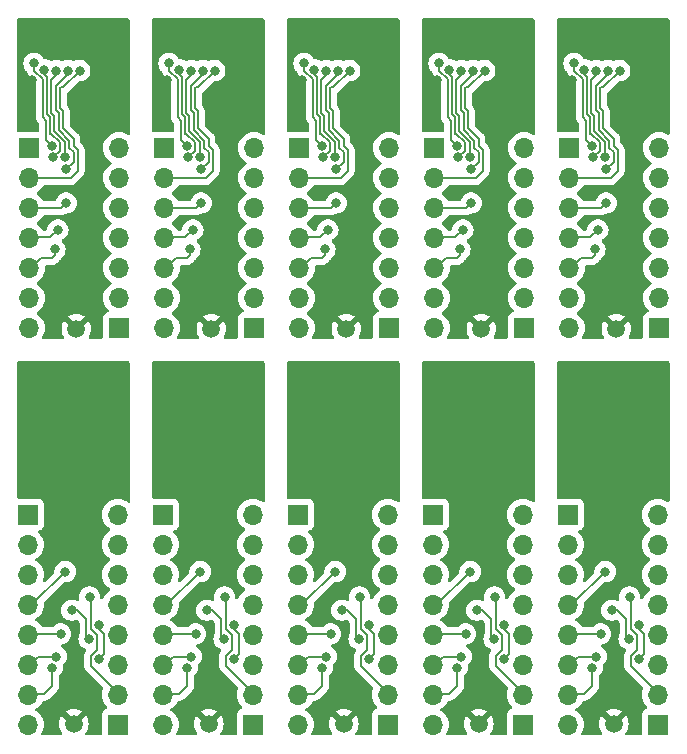
<source format=gbl>
G04 #@! TF.GenerationSoftware,KiCad,Pcbnew,7.0.9*
G04 #@! TF.CreationDate,2023-12-28T16:33:31-08:00*
G04 #@! TF.ProjectId,soic breakouts,736f6963-2062-4726-9561-6b6f7574732e,rev?*
G04 #@! TF.SameCoordinates,Original*
G04 #@! TF.FileFunction,Copper,L2,Bot*
G04 #@! TF.FilePolarity,Positive*
%FSLAX46Y46*%
G04 Gerber Fmt 4.6, Leading zero omitted, Abs format (unit mm)*
G04 Created by KiCad (PCBNEW 7.0.9) date 2023-12-28 16:33:31*
%MOMM*%
%LPD*%
G01*
G04 APERTURE LIST*
G04 #@! TA.AperFunction,ComponentPad*
%ADD10R,1.700000X1.700000*%
G04 #@! TD*
G04 #@! TA.AperFunction,ComponentPad*
%ADD11O,1.700000X1.700000*%
G04 #@! TD*
G04 #@! TA.AperFunction,ComponentPad*
%ADD12C,1.500000*%
G04 #@! TD*
G04 #@! TA.AperFunction,ViaPad*
%ADD13C,0.800000*%
G04 #@! TD*
G04 #@! TA.AperFunction,Conductor*
%ADD14C,0.150000*%
G04 #@! TD*
G04 APERTURE END LIST*
D10*
X144830800Y-90678000D03*
D11*
X144830800Y-88138000D03*
X144830800Y-85598000D03*
X144830800Y-83058000D03*
X144830800Y-80518000D03*
X144830800Y-77978000D03*
X144830800Y-75438000D03*
X144830800Y-72898000D03*
D12*
X141097000Y-90601800D03*
D10*
X137210800Y-72898000D03*
D11*
X137210800Y-75438000D03*
X137210800Y-77978000D03*
X137210800Y-80518000D03*
X137210800Y-83058000D03*
X137210800Y-85598000D03*
X137210800Y-88138000D03*
X137210800Y-90678000D03*
D10*
X133400800Y-90678000D03*
D11*
X133400800Y-88138000D03*
X133400800Y-85598000D03*
X133400800Y-83058000D03*
X133400800Y-80518000D03*
X133400800Y-77978000D03*
X133400800Y-75438000D03*
X133400800Y-72898000D03*
D12*
X129667000Y-90601800D03*
D10*
X125780800Y-72898000D03*
D11*
X125780800Y-75438000D03*
X125780800Y-77978000D03*
X125780800Y-80518000D03*
X125780800Y-83058000D03*
X125780800Y-85598000D03*
X125780800Y-88138000D03*
X125780800Y-90678000D03*
X114350800Y-90678000D03*
X114350800Y-88138000D03*
X114350800Y-85598000D03*
X114350800Y-83058000D03*
X114350800Y-80518000D03*
X114350800Y-77978000D03*
X114350800Y-75438000D03*
D10*
X114350800Y-72898000D03*
D12*
X118237000Y-90601800D03*
D11*
X121970800Y-72898000D03*
X121970800Y-75438000D03*
X121970800Y-77978000D03*
X121970800Y-80518000D03*
X121970800Y-83058000D03*
X121970800Y-85598000D03*
X121970800Y-88138000D03*
D10*
X121970800Y-90678000D03*
X102920800Y-72898000D03*
D11*
X102920800Y-75438000D03*
X102920800Y-77978000D03*
X102920800Y-80518000D03*
X102920800Y-83058000D03*
X102920800Y-85598000D03*
X102920800Y-88138000D03*
X102920800Y-90678000D03*
D12*
X106807000Y-90601800D03*
D10*
X110540800Y-90678000D03*
D11*
X110540800Y-88138000D03*
X110540800Y-85598000D03*
X110540800Y-83058000D03*
X110540800Y-80518000D03*
X110540800Y-77978000D03*
X110540800Y-75438000D03*
X110540800Y-72898000D03*
D12*
X95377000Y-90601800D03*
D11*
X91490800Y-90678000D03*
X91490800Y-88138000D03*
X91490800Y-85598000D03*
X91490800Y-83058000D03*
X91490800Y-80518000D03*
X91490800Y-77978000D03*
X91490800Y-75438000D03*
D10*
X91490800Y-72898000D03*
D11*
X99110800Y-72898000D03*
X99110800Y-75438000D03*
X99110800Y-77978000D03*
X99110800Y-80518000D03*
X99110800Y-83058000D03*
X99110800Y-85598000D03*
X99110800Y-88138000D03*
D10*
X99110800Y-90678000D03*
D12*
X95605600Y-57150000D03*
D10*
X91592400Y-41854200D03*
D11*
X91592400Y-44394200D03*
X91592400Y-46934200D03*
X91592400Y-49474200D03*
X91592400Y-52014200D03*
X91592400Y-54554200D03*
X91592400Y-57094200D03*
X99212400Y-41859200D03*
X99212400Y-44399200D03*
X99212400Y-46939200D03*
X99212400Y-49479200D03*
X99212400Y-52019200D03*
X99212400Y-54559200D03*
D10*
X99212400Y-57099200D03*
X137312400Y-41854200D03*
D11*
X137312400Y-44394200D03*
X137312400Y-46934200D03*
X137312400Y-49474200D03*
X137312400Y-52014200D03*
X137312400Y-54554200D03*
X137312400Y-57094200D03*
X144932400Y-41859200D03*
X144932400Y-44399200D03*
X144932400Y-46939200D03*
X144932400Y-49479200D03*
X144932400Y-52019200D03*
X144932400Y-54559200D03*
D10*
X144932400Y-57099200D03*
D12*
X141325600Y-57150000D03*
X129895600Y-57150000D03*
D10*
X125882400Y-41854200D03*
D11*
X125882400Y-44394200D03*
X125882400Y-46934200D03*
X125882400Y-49474200D03*
X125882400Y-52014200D03*
X125882400Y-54554200D03*
X125882400Y-57094200D03*
X133502400Y-41859200D03*
X133502400Y-44399200D03*
X133502400Y-46939200D03*
X133502400Y-49479200D03*
X133502400Y-52019200D03*
X133502400Y-54559200D03*
D10*
X133502400Y-57099200D03*
D12*
X118465600Y-57150000D03*
D10*
X114452400Y-41854200D03*
D11*
X114452400Y-44394200D03*
X114452400Y-46934200D03*
X114452400Y-49474200D03*
X114452400Y-52014200D03*
X114452400Y-54554200D03*
X114452400Y-57094200D03*
X122072400Y-41859200D03*
X122072400Y-44399200D03*
X122072400Y-46939200D03*
X122072400Y-49479200D03*
X122072400Y-52019200D03*
X122072400Y-54559200D03*
D10*
X122072400Y-57099200D03*
D12*
X107035600Y-57150000D03*
D11*
X110642400Y-41859200D03*
X110642400Y-44399200D03*
X110642400Y-46939200D03*
X110642400Y-49479200D03*
X110642400Y-52019200D03*
X110642400Y-54559200D03*
D10*
X110642400Y-57099200D03*
X103022400Y-41854200D03*
D11*
X103022400Y-44394200D03*
X103022400Y-46934200D03*
X103022400Y-49474200D03*
X103022400Y-52014200D03*
X103022400Y-54554200D03*
X103022400Y-57094200D03*
D13*
X142403700Y-83413600D03*
X140936100Y-81000600D03*
X143205200Y-82270600D03*
X139625160Y-84918412D03*
X140893800Y-62077600D03*
X140372192Y-77724992D03*
X142443200Y-79883000D03*
X140512800Y-79349600D03*
X139268200Y-85852000D03*
X139995800Y-82994583D03*
X143205200Y-85166200D03*
X128942192Y-77724992D03*
X130973700Y-83413600D03*
X129506100Y-81000600D03*
X128195160Y-84918412D03*
X131775200Y-82270600D03*
X131013200Y-79883000D03*
X129463800Y-62077600D03*
X129082800Y-79349600D03*
X127838200Y-85852000D03*
X128565800Y-82994583D03*
X131775200Y-85166200D03*
X118076100Y-81000600D03*
X119543700Y-83413600D03*
X120345200Y-82270600D03*
X119583200Y-79883000D03*
X117512192Y-77724992D03*
X118033800Y-62077600D03*
X117652800Y-79349600D03*
X116765160Y-84918412D03*
X117135800Y-82994583D03*
X120345200Y-85166200D03*
X116408200Y-85852000D03*
X106646100Y-81000600D03*
X108113700Y-83413600D03*
X108915200Y-82270600D03*
X108153200Y-79883000D03*
X106082192Y-77724992D03*
X106603800Y-62077600D03*
X106222800Y-79349600D03*
X105335160Y-84918412D03*
X105705800Y-82994583D03*
X108915200Y-85166200D03*
X104978200Y-85852000D03*
X96723200Y-79883000D03*
X97485200Y-85166200D03*
X97485200Y-82270600D03*
X95216100Y-81000600D03*
X94652192Y-77724992D03*
X94275800Y-82994583D03*
X96683700Y-83413600D03*
X95173800Y-62077600D03*
X93548200Y-85852000D03*
X93905160Y-84918412D03*
X94792800Y-79349600D03*
X93888908Y-35313124D03*
X92024200Y-34696400D03*
X99263200Y-35102800D03*
X94739300Y-46507400D03*
X93776800Y-50444400D03*
X94030800Y-48793400D03*
X94030800Y-53289200D03*
X94662055Y-42649087D03*
X94739300Y-43645600D03*
X93506537Y-41670396D03*
X95935800Y-45262800D03*
X93599000Y-57595100D03*
X94880300Y-47802800D03*
X93623514Y-42663030D03*
X91821000Y-36068000D03*
X92892762Y-35231279D03*
X95887912Y-35313624D03*
X94888410Y-35313630D03*
X139608908Y-35313124D03*
X139343514Y-42663030D03*
X137744200Y-34696400D03*
X144983200Y-35102800D03*
X139226537Y-41670396D03*
X140382055Y-42649087D03*
X140459300Y-46507400D03*
X141607912Y-35313624D03*
X139496800Y-50444400D03*
X139750800Y-48793400D03*
X140459300Y-43645600D03*
X138612762Y-35231279D03*
X140608410Y-35313630D03*
X137541000Y-36068000D03*
X139319000Y-57595100D03*
X139750800Y-53289200D03*
X141655800Y-45262800D03*
X140600300Y-47802800D03*
X128178908Y-35313124D03*
X126314200Y-34696400D03*
X133553200Y-35102800D03*
X129029300Y-46507400D03*
X128066800Y-50444400D03*
X128320800Y-48793400D03*
X128320800Y-53289200D03*
X128952055Y-42649087D03*
X129029300Y-43645600D03*
X127796537Y-41670396D03*
X130225800Y-45262800D03*
X127889000Y-57595100D03*
X129170300Y-47802800D03*
X127913514Y-42663030D03*
X126111000Y-36068000D03*
X127182762Y-35231279D03*
X130177912Y-35313624D03*
X129178410Y-35313630D03*
X116748908Y-35313124D03*
X114884200Y-34696400D03*
X122123200Y-35102800D03*
X117599300Y-46507400D03*
X116636800Y-50444400D03*
X116890800Y-48793400D03*
X116890800Y-53289200D03*
X117522055Y-42649087D03*
X117599300Y-43645600D03*
X116366537Y-41670396D03*
X118795800Y-45262800D03*
X116459000Y-57595100D03*
X117740300Y-47802800D03*
X116483514Y-42663030D03*
X114681000Y-36068000D03*
X115752762Y-35231279D03*
X118747912Y-35313624D03*
X117748410Y-35313630D03*
X105318908Y-35313124D03*
X110693200Y-35102800D03*
X105460800Y-53289200D03*
X106092055Y-42649087D03*
X106169300Y-43645600D03*
X104936537Y-41670396D03*
X106169300Y-46507400D03*
X107365800Y-45262800D03*
X105206800Y-50444400D03*
X105029000Y-57595100D03*
X106310300Y-47802800D03*
X105053514Y-42663030D03*
X105460800Y-48793400D03*
X107317912Y-35313624D03*
X106318410Y-35313630D03*
X103251000Y-36068000D03*
X103454200Y-34696400D03*
X104322762Y-35231279D03*
D14*
X144373600Y-87528400D02*
X142530200Y-85685000D01*
X142530200Y-79970000D02*
X142443200Y-79883000D01*
X142530200Y-82550195D02*
X142530200Y-79970000D01*
X143078200Y-84338605D02*
X143078200Y-83098194D01*
X142530200Y-84886605D02*
X143078200Y-84338605D01*
X143078200Y-83098194D02*
X142530200Y-82550195D01*
X141401800Y-81000600D02*
X140936100Y-81000600D01*
X142530200Y-85685000D02*
X142530200Y-84886605D01*
X142403700Y-83413600D02*
X142163800Y-83173700D01*
X140372192Y-77724992D02*
X137604584Y-80492600D01*
X142163800Y-83173700D02*
X142163800Y-81762600D01*
X139625160Y-84918412D02*
X138093588Y-84918412D01*
X138093588Y-84918412D02*
X137744200Y-85267800D01*
X142163800Y-81762600D02*
X141401800Y-81000600D01*
X138557000Y-88112600D02*
X137769600Y-88112600D01*
X139983183Y-83007200D02*
X139995800Y-82994583D01*
X139268200Y-85852000D02*
X139268200Y-87401400D01*
X143205200Y-82575400D02*
X143637000Y-83007200D01*
X137693400Y-83007200D02*
X139983183Y-83007200D01*
X139268200Y-87401400D02*
X138557000Y-88112600D01*
X143637000Y-84734400D02*
X143205200Y-85166200D01*
X143205200Y-82270600D02*
X143205200Y-82575400D01*
X143637000Y-83007200D02*
X143637000Y-84734400D01*
X132943600Y-87528400D02*
X131100200Y-85685000D01*
X131100200Y-79970000D02*
X131013200Y-79883000D01*
X131100200Y-82550195D02*
X131100200Y-79970000D01*
X131648200Y-84338605D02*
X131648200Y-83098194D01*
X131100200Y-84886605D02*
X131648200Y-84338605D01*
X131648200Y-83098194D02*
X131100200Y-82550195D01*
X131100200Y-85685000D02*
X131100200Y-84886605D01*
X130973700Y-83413600D02*
X130733800Y-83173700D01*
X129971800Y-81000600D02*
X129506100Y-81000600D01*
X128942192Y-77724992D02*
X126174584Y-80492600D01*
X128195160Y-84918412D02*
X126663588Y-84918412D01*
X126663588Y-84918412D02*
X126314200Y-85267800D01*
X130733800Y-83173700D02*
X130733800Y-81762600D01*
X130733800Y-81762600D02*
X129971800Y-81000600D01*
X132207000Y-83007200D02*
X132207000Y-84734400D01*
X121513600Y-87528400D02*
X119670200Y-85685000D01*
X120218200Y-84338605D02*
X120218200Y-83098194D01*
X119670200Y-84886605D02*
X120218200Y-84338605D01*
X120218200Y-83098194D02*
X119670200Y-82550195D01*
X119670200Y-85685000D02*
X119670200Y-84886605D01*
X119670200Y-79970000D02*
X119583200Y-79883000D01*
X119670200Y-82550195D02*
X119670200Y-79970000D01*
X116765160Y-84918412D02*
X115233588Y-84918412D01*
X115233588Y-84918412D02*
X114884200Y-85267800D01*
X119543700Y-83413600D02*
X119303800Y-83173700D01*
X118541800Y-81000600D02*
X118076100Y-81000600D01*
X117512192Y-77724992D02*
X114744584Y-80492600D01*
X119303800Y-83173700D02*
X119303800Y-81762600D01*
X119303800Y-81762600D02*
X118541800Y-81000600D01*
X120777000Y-83007200D02*
X120777000Y-84734400D01*
X120345200Y-82575400D02*
X120777000Y-83007200D01*
X115697000Y-88112600D02*
X114909600Y-88112600D01*
X120777000Y-84734400D02*
X120345200Y-85166200D01*
X120345200Y-82270600D02*
X120345200Y-82575400D01*
X116408200Y-85852000D02*
X116408200Y-87401400D01*
X117123183Y-83007200D02*
X117135800Y-82994583D01*
X114833400Y-83007200D02*
X117123183Y-83007200D01*
X116408200Y-87401400D02*
X115697000Y-88112600D01*
X127838200Y-87401400D02*
X127127000Y-88112600D01*
X131775200Y-82575400D02*
X132207000Y-83007200D01*
X127127000Y-88112600D02*
X126339600Y-88112600D01*
X132207000Y-84734400D02*
X131775200Y-85166200D01*
X126263400Y-83007200D02*
X128553183Y-83007200D01*
X131775200Y-82270600D02*
X131775200Y-82575400D01*
X127838200Y-85852000D02*
X127838200Y-87401400D01*
X128553183Y-83007200D02*
X128565800Y-82994583D01*
X110083600Y-87528400D02*
X108240200Y-85685000D01*
X108788200Y-84338605D02*
X108788200Y-83098194D01*
X108240200Y-84886605D02*
X108788200Y-84338605D01*
X108788200Y-83098194D02*
X108240200Y-82550195D01*
X108240200Y-85685000D02*
X108240200Y-84886605D01*
X108240200Y-79970000D02*
X108153200Y-79883000D01*
X108240200Y-82550195D02*
X108240200Y-79970000D01*
X105335160Y-84918412D02*
X103803588Y-84918412D01*
X103803588Y-84918412D02*
X103454200Y-85267800D01*
X108113700Y-83413600D02*
X107873800Y-83173700D01*
X107111800Y-81000600D02*
X106646100Y-81000600D01*
X106082192Y-77724992D02*
X103314584Y-80492600D01*
X107873800Y-83173700D02*
X107873800Y-81762600D01*
X107873800Y-81762600D02*
X107111800Y-81000600D01*
X109347000Y-83007200D02*
X109347000Y-84734400D01*
X108915200Y-82575400D02*
X109347000Y-83007200D01*
X104267000Y-88112600D02*
X103479600Y-88112600D01*
X109347000Y-84734400D02*
X108915200Y-85166200D01*
X108915200Y-82270600D02*
X108915200Y-82575400D01*
X104978200Y-85852000D02*
X104978200Y-87401400D01*
X105693183Y-83007200D02*
X105705800Y-82994583D01*
X103403400Y-83007200D02*
X105693183Y-83007200D01*
X104978200Y-87401400D02*
X104267000Y-88112600D01*
X93905160Y-84918412D02*
X92373588Y-84918412D01*
X97358200Y-84338605D02*
X97358200Y-83098194D01*
X97358200Y-83098194D02*
X96810200Y-82550195D01*
X96810200Y-82550195D02*
X96810200Y-79970000D01*
X96810200Y-79970000D02*
X96723200Y-79883000D01*
X96810200Y-85685000D02*
X96810200Y-84886605D01*
X98653600Y-87528400D02*
X96810200Y-85685000D01*
X96810200Y-84886605D02*
X97358200Y-84338605D01*
X92373588Y-84918412D02*
X92024200Y-85267800D01*
X94652192Y-77724992D02*
X91884584Y-80492600D01*
X96683700Y-83413600D02*
X96443800Y-83173700D01*
X95681800Y-81000600D02*
X95216100Y-81000600D01*
X96443800Y-81762600D02*
X95681800Y-81000600D01*
X96443800Y-83173700D02*
X96443800Y-81762600D01*
X94263183Y-83007200D02*
X94275800Y-82994583D01*
X91973400Y-83007200D02*
X94263183Y-83007200D01*
X97917000Y-83007200D02*
X97917000Y-84734400D01*
X97485200Y-82575400D02*
X97917000Y-83007200D01*
X97917000Y-84734400D02*
X97485200Y-85166200D01*
X97485200Y-82270600D02*
X97485200Y-82575400D01*
X92837000Y-88112600D02*
X92049600Y-88112600D01*
X93548200Y-87401400D02*
X92837000Y-88112600D01*
X93548200Y-85852000D02*
X93548200Y-87401400D01*
X95887912Y-35313624D02*
X94504136Y-36697400D01*
X92024200Y-35316605D02*
X92755200Y-36047605D01*
X92024200Y-34696400D02*
X92024200Y-35316605D01*
X94662055Y-41376345D02*
X94662055Y-42649087D01*
X93399803Y-39272403D02*
X93399803Y-40665400D01*
X93399803Y-40665400D02*
X93456136Y-40665400D01*
X93491800Y-36080634D02*
X93491800Y-38869426D01*
X92755200Y-36047605D02*
X92755200Y-39268400D01*
X93456136Y-40665400D02*
X94181537Y-41390801D01*
X94504136Y-36697400D02*
X94289748Y-36697400D01*
X93141800Y-39014400D02*
X93399803Y-39272403D01*
X93491800Y-38869426D02*
X93749803Y-39127429D01*
X94181537Y-41390801D02*
X94181537Y-42105007D01*
X94181537Y-42105007D02*
X93623514Y-42663030D01*
X93749803Y-40464092D02*
X94662055Y-41376345D01*
X93749803Y-39127429D02*
X93749803Y-40464092D01*
X94312500Y-46934200D02*
X94739300Y-46507400D01*
X91592400Y-46934200D02*
X94312500Y-46934200D01*
X92892762Y-35590362D02*
X93141800Y-35839400D01*
X94030800Y-48793400D02*
X93395800Y-49428400D01*
X92892762Y-35231279D02*
X92892762Y-35590362D01*
X93395800Y-49428400D02*
X91744800Y-49428400D01*
X94289748Y-36697400D02*
X94191800Y-36795348D01*
X95362056Y-41086396D02*
X95362055Y-41681400D01*
X95128000Y-44394200D02*
X91592400Y-44394200D01*
X92633800Y-51206400D02*
X93522800Y-51206400D01*
X95717150Y-43805050D02*
X95128000Y-44394200D01*
X93776800Y-50444400D02*
X93776800Y-50952400D01*
X95362055Y-41681400D02*
X95717150Y-42036495D01*
X95717150Y-42036495D02*
X95717150Y-43805050D01*
X94191800Y-36795348D02*
X94191800Y-38488426D01*
X93776800Y-50952400D02*
X93522800Y-51206400D01*
X93141800Y-35839400D02*
X93141800Y-39014400D01*
X94449803Y-40174142D02*
X95362056Y-41086396D01*
X94191800Y-38488426D02*
X94449803Y-38746428D01*
X94449803Y-38746428D02*
X94449803Y-40174142D01*
X93888908Y-35313124D02*
X93888908Y-35683526D01*
X93888908Y-35683526D02*
X93491800Y-36080634D01*
X94888410Y-35313630D02*
X94888410Y-35603764D01*
X93841800Y-36650374D02*
X93841800Y-38633400D01*
X93841800Y-38633400D02*
X94099803Y-38891403D01*
X95367150Y-42198240D02*
X95367150Y-43017750D01*
X94099803Y-38891403D02*
X94099803Y-40319117D01*
X95012055Y-41231370D02*
X95012055Y-41843145D01*
X95012055Y-41843145D02*
X95367150Y-42198240D01*
X94099803Y-40319117D02*
X95012055Y-41231370D01*
X95367150Y-43017750D02*
X94739300Y-43645600D01*
X92755200Y-39268400D02*
X93049803Y-39563003D01*
X93049803Y-39563003D02*
X93049803Y-41213662D01*
X93049803Y-41213662D02*
X93506537Y-41670396D01*
X94888410Y-35603764D02*
X93841800Y-36650374D01*
X92633800Y-51206400D02*
X92125800Y-51714400D01*
X130177912Y-35313624D02*
X128794136Y-36697400D01*
X126314200Y-35316605D02*
X127045200Y-36047605D01*
X126314200Y-34696400D02*
X126314200Y-35316605D01*
X128952055Y-41376345D02*
X128952055Y-42649087D01*
X127689803Y-39272403D02*
X127689803Y-40665400D01*
X127689803Y-40665400D02*
X127746136Y-40665400D01*
X127781800Y-36080634D02*
X127781800Y-38869426D01*
X127045200Y-36047605D02*
X127045200Y-39268400D01*
X127746136Y-40665400D02*
X128471537Y-41390801D01*
X128794136Y-36697400D02*
X128579748Y-36697400D01*
X127431800Y-39014400D02*
X127689803Y-39272403D01*
X127781800Y-38869426D02*
X128039803Y-39127429D01*
X128471537Y-41390801D02*
X128471537Y-42105007D01*
X128471537Y-42105007D02*
X127913514Y-42663030D01*
X128039803Y-40464092D02*
X128952055Y-41376345D01*
X128039803Y-39127429D02*
X128039803Y-40464092D01*
X128602500Y-46934200D02*
X129029300Y-46507400D01*
X125882400Y-46934200D02*
X128602500Y-46934200D01*
X127182762Y-35590362D02*
X127431800Y-35839400D01*
X128320800Y-48793400D02*
X127685800Y-49428400D01*
X127182762Y-35231279D02*
X127182762Y-35590362D01*
X127685800Y-49428400D02*
X126034800Y-49428400D01*
X128579748Y-36697400D02*
X128481800Y-36795348D01*
X129652056Y-41086396D02*
X129652055Y-41681400D01*
X129418000Y-44394200D02*
X125882400Y-44394200D01*
X126923800Y-51206400D02*
X127812800Y-51206400D01*
X130007150Y-43805050D02*
X129418000Y-44394200D01*
X128066800Y-50444400D02*
X128066800Y-50952400D01*
X129652055Y-41681400D02*
X130007150Y-42036495D01*
X130007150Y-42036495D02*
X130007150Y-43805050D01*
X128481800Y-36795348D02*
X128481800Y-38488426D01*
X128066800Y-50952400D02*
X127812800Y-51206400D01*
X127431800Y-35839400D02*
X127431800Y-39014400D01*
X128739803Y-40174142D02*
X129652056Y-41086396D01*
X128481800Y-38488426D02*
X128739803Y-38746428D01*
X128739803Y-38746428D02*
X128739803Y-40174142D01*
X128178908Y-35313124D02*
X128178908Y-35683526D01*
X128178908Y-35683526D02*
X127781800Y-36080634D01*
X129178410Y-35313630D02*
X129178410Y-35603764D01*
X128131800Y-36650374D02*
X128131800Y-38633400D01*
X128131800Y-38633400D02*
X128389803Y-38891403D01*
X129657150Y-42198240D02*
X129657150Y-43017750D01*
X128389803Y-38891403D02*
X128389803Y-40319117D01*
X129302055Y-41231370D02*
X129302055Y-41843145D01*
X129302055Y-41843145D02*
X129657150Y-42198240D01*
X128389803Y-40319117D02*
X129302055Y-41231370D01*
X129657150Y-43017750D02*
X129029300Y-43645600D01*
X127045200Y-39268400D02*
X127339803Y-39563003D01*
X127339803Y-39563003D02*
X127339803Y-41213662D01*
X127339803Y-41213662D02*
X127796537Y-41670396D01*
X129178410Y-35603764D02*
X128131800Y-36650374D01*
X126923800Y-51206400D02*
X126415800Y-51714400D01*
X138475200Y-36047605D02*
X138475200Y-39268400D01*
X140382055Y-41376345D02*
X140382055Y-42649087D01*
X137744200Y-34696400D02*
X137744200Y-35316605D01*
X139119803Y-40665400D02*
X139176136Y-40665400D01*
X139119803Y-39272403D02*
X139119803Y-40665400D01*
X139211800Y-36080634D02*
X139211800Y-38869426D01*
X141607912Y-35313624D02*
X140224136Y-36697400D01*
X137744200Y-35316605D02*
X138475200Y-36047605D01*
X139176136Y-40665400D02*
X139901537Y-41390801D01*
X139496800Y-50952400D02*
X139242800Y-51206400D01*
X140032500Y-46934200D02*
X140459300Y-46507400D01*
X137312400Y-46934200D02*
X140032500Y-46934200D01*
X141437150Y-43805050D02*
X140848000Y-44394200D01*
X139115800Y-49428400D02*
X137464800Y-49428400D01*
X139750800Y-48793400D02*
X139115800Y-49428400D01*
X138612762Y-35231279D02*
X138612762Y-35590362D01*
X140009748Y-36697400D02*
X139911800Y-36795348D01*
X140224136Y-36697400D02*
X140009748Y-36697400D01*
X138861800Y-39014400D02*
X139119803Y-39272403D01*
X139211800Y-38869426D02*
X139469803Y-39127429D01*
X139496800Y-50444400D02*
X139496800Y-50952400D01*
X139469803Y-39127429D02*
X139469803Y-40464092D01*
X138861800Y-35839400D02*
X138861800Y-39014400D01*
X140848000Y-44394200D02*
X137312400Y-44394200D01*
X139901537Y-41390801D02*
X139901537Y-42105007D01*
X139901537Y-42105007D02*
X139343514Y-42663030D01*
X139911800Y-36795348D02*
X139911800Y-38488426D01*
X139469803Y-40464092D02*
X140382055Y-41376345D01*
X138612762Y-35590362D02*
X138861800Y-35839400D01*
X141082056Y-41086396D02*
X141082055Y-41681400D01*
X141437150Y-42036495D02*
X141437150Y-43805050D01*
X138353800Y-51206400D02*
X139242800Y-51206400D01*
X141082055Y-41681400D02*
X141437150Y-42036495D01*
X140608410Y-35313630D02*
X140608410Y-35603764D01*
X140169803Y-40174142D02*
X141082056Y-41086396D01*
X139911800Y-38488426D02*
X140169803Y-38746428D01*
X140169803Y-38746428D02*
X140169803Y-40174142D01*
X141087150Y-42198240D02*
X141087150Y-43017750D01*
X139561800Y-36650374D02*
X139561800Y-38633400D01*
X139608908Y-35313124D02*
X139608908Y-35683526D01*
X139561800Y-38633400D02*
X139819803Y-38891403D01*
X139608908Y-35683526D02*
X139211800Y-36080634D01*
X138769803Y-39563003D02*
X138769803Y-41213662D01*
X138353800Y-51206400D02*
X137845800Y-51714400D01*
X139819803Y-38891403D02*
X139819803Y-40319117D01*
X141087150Y-43017750D02*
X140459300Y-43645600D01*
X140732055Y-41231370D02*
X140732055Y-41843145D01*
X140732055Y-41843145D02*
X141087150Y-42198240D01*
X139819803Y-40319117D02*
X140732055Y-41231370D01*
X138769803Y-41213662D02*
X139226537Y-41670396D01*
X140608410Y-35603764D02*
X139561800Y-36650374D01*
X138475200Y-39268400D02*
X138769803Y-39563003D01*
X118747912Y-35313624D02*
X117364136Y-36697400D01*
X114884200Y-35316605D02*
X115615200Y-36047605D01*
X114884200Y-34696400D02*
X114884200Y-35316605D01*
X117522055Y-41376345D02*
X117522055Y-42649087D01*
X116259803Y-39272403D02*
X116259803Y-40665400D01*
X116259803Y-40665400D02*
X116316136Y-40665400D01*
X116351800Y-36080634D02*
X116351800Y-38869426D01*
X115615200Y-36047605D02*
X115615200Y-39268400D01*
X116316136Y-40665400D02*
X117041537Y-41390801D01*
X117364136Y-36697400D02*
X117149748Y-36697400D01*
X116001800Y-39014400D02*
X116259803Y-39272403D01*
X116351800Y-38869426D02*
X116609803Y-39127429D01*
X117041537Y-41390801D02*
X117041537Y-42105007D01*
X117041537Y-42105007D02*
X116483514Y-42663030D01*
X116609803Y-40464092D02*
X117522055Y-41376345D01*
X116609803Y-39127429D02*
X116609803Y-40464092D01*
X117172500Y-46934200D02*
X117599300Y-46507400D01*
X114452400Y-46934200D02*
X117172500Y-46934200D01*
X115752762Y-35590362D02*
X116001800Y-35839400D01*
X116890800Y-48793400D02*
X116255800Y-49428400D01*
X115752762Y-35231279D02*
X115752762Y-35590362D01*
X116255800Y-49428400D02*
X114604800Y-49428400D01*
X117149748Y-36697400D02*
X117051800Y-36795348D01*
X118222056Y-41086396D02*
X118222055Y-41681400D01*
X117988000Y-44394200D02*
X114452400Y-44394200D01*
X115493800Y-51206400D02*
X116382800Y-51206400D01*
X118577150Y-43805050D02*
X117988000Y-44394200D01*
X116636800Y-50444400D02*
X116636800Y-50952400D01*
X118222055Y-41681400D02*
X118577150Y-42036495D01*
X118577150Y-42036495D02*
X118577150Y-43805050D01*
X117051800Y-36795348D02*
X117051800Y-38488426D01*
X116636800Y-50952400D02*
X116382800Y-51206400D01*
X116001800Y-35839400D02*
X116001800Y-39014400D01*
X117309803Y-40174142D02*
X118222056Y-41086396D01*
X117051800Y-38488426D02*
X117309803Y-38746428D01*
X117309803Y-38746428D02*
X117309803Y-40174142D01*
X116748908Y-35313124D02*
X116748908Y-35683526D01*
X116748908Y-35683526D02*
X116351800Y-36080634D01*
X117748410Y-35313630D02*
X117748410Y-35603764D01*
X116701800Y-36650374D02*
X116701800Y-38633400D01*
X116701800Y-38633400D02*
X116959803Y-38891403D01*
X118227150Y-42198240D02*
X118227150Y-43017750D01*
X116959803Y-38891403D02*
X116959803Y-40319117D01*
X117872055Y-41231370D02*
X117872055Y-41843145D01*
X117872055Y-41843145D02*
X118227150Y-42198240D01*
X116959803Y-40319117D02*
X117872055Y-41231370D01*
X118227150Y-43017750D02*
X117599300Y-43645600D01*
X115615200Y-39268400D02*
X115909803Y-39563003D01*
X115909803Y-39563003D02*
X115909803Y-41213662D01*
X115909803Y-41213662D02*
X116366537Y-41670396D01*
X117748410Y-35603764D02*
X116701800Y-36650374D01*
X115493800Y-51206400D02*
X114985800Y-51714400D01*
X106318410Y-35313630D02*
X106318410Y-35603764D01*
X104185200Y-39268400D02*
X104479803Y-39563003D01*
X104479803Y-39563003D02*
X104479803Y-41213662D01*
X104479803Y-41213662D02*
X104936537Y-41670396D01*
X104063800Y-51206400D02*
X103555800Y-51714400D01*
X105529803Y-38891403D02*
X105529803Y-40319117D01*
X106442055Y-41231370D02*
X106442055Y-41843145D01*
X106797150Y-42198240D02*
X106797150Y-43017750D01*
X106442055Y-41843145D02*
X106797150Y-42198240D01*
X106318410Y-35603764D02*
X105271800Y-36650374D01*
X105271800Y-36650374D02*
X105271800Y-38633400D01*
X105271800Y-38633400D02*
X105529803Y-38891403D01*
X106797150Y-43017750D02*
X106169300Y-43645600D01*
X105529803Y-40319117D02*
X106442055Y-41231370D01*
X105934136Y-36697400D02*
X105719748Y-36697400D01*
X107317912Y-35313624D02*
X105934136Y-36697400D01*
X104185200Y-36047605D02*
X104185200Y-39268400D01*
X103454200Y-35316605D02*
X104185200Y-36047605D01*
X103454200Y-34696400D02*
X103454200Y-35316605D01*
X104886136Y-40665400D02*
X105611537Y-41390801D01*
X104829803Y-39272403D02*
X104829803Y-40665400D01*
X104829803Y-40665400D02*
X104886136Y-40665400D01*
X105611537Y-41390801D02*
X105611537Y-42105007D01*
X104571800Y-39014400D02*
X104829803Y-39272403D01*
X105611537Y-42105007D02*
X105053514Y-42663030D01*
X106092055Y-41376345D02*
X106092055Y-42649087D01*
X105179803Y-40464092D02*
X106092055Y-41376345D01*
X104921800Y-36080634D02*
X104921800Y-38869426D01*
X105179803Y-39127429D02*
X105179803Y-40464092D01*
X104921800Y-38869426D02*
X105179803Y-39127429D01*
X105742500Y-46934200D02*
X106169300Y-46507400D01*
X103022400Y-46934200D02*
X105742500Y-46934200D01*
X104825800Y-49428400D02*
X103174800Y-49428400D01*
X105460800Y-48793400D02*
X104825800Y-49428400D01*
X104322762Y-35590362D02*
X104571800Y-35839400D01*
X104322762Y-35231279D02*
X104322762Y-35590362D01*
X104571800Y-35839400D02*
X104571800Y-39014400D01*
X105318908Y-35313124D02*
X105318908Y-35683526D01*
X105318908Y-35683526D02*
X104921800Y-36080634D01*
X105206800Y-50444400D02*
X105206800Y-50952400D01*
X105206800Y-50952400D02*
X104952800Y-51206400D01*
X104063800Y-51206400D02*
X104952800Y-51206400D01*
X106558000Y-44394200D02*
X103022400Y-44394200D01*
X105621800Y-36795348D02*
X105621800Y-38488426D01*
X105719748Y-36697400D02*
X105621800Y-36795348D01*
X107147150Y-43805050D02*
X106558000Y-44394200D01*
X106792055Y-41681400D02*
X107147150Y-42036495D01*
X105879803Y-40174142D02*
X106792056Y-41086396D01*
X105879803Y-38746428D02*
X105879803Y-40174142D01*
X107147150Y-42036495D02*
X107147150Y-43805050D01*
X105621800Y-38488426D02*
X105879803Y-38746428D01*
X106792056Y-41086396D02*
X106792055Y-41681400D01*
G04 #@! TA.AperFunction,Conductor*
G36*
X111480339Y-30900185D02*
G01*
X111526094Y-30952989D01*
X111537300Y-31004500D01*
X111537300Y-39541884D01*
X111537328Y-39542630D01*
X111537327Y-39592172D01*
X111537327Y-39592179D01*
X111566466Y-39757479D01*
X111566467Y-39757482D01*
X111582443Y-39801383D01*
X111600124Y-39849966D01*
X111607600Y-39892371D01*
X111607600Y-40648181D01*
X111587915Y-40715220D01*
X111535111Y-40760975D01*
X111465953Y-40770919D01*
X111412477Y-40749756D01*
X111320234Y-40685168D01*
X111320230Y-40685165D01*
X111244617Y-40649906D01*
X111106063Y-40585297D01*
X111106059Y-40585296D01*
X111106055Y-40585294D01*
X110877813Y-40524138D01*
X110877803Y-40524136D01*
X110642401Y-40503541D01*
X110642399Y-40503541D01*
X110406996Y-40524136D01*
X110406986Y-40524138D01*
X110178744Y-40585294D01*
X110178735Y-40585298D01*
X109964571Y-40685164D01*
X109964569Y-40685165D01*
X109770997Y-40820705D01*
X109603905Y-40987797D01*
X109468365Y-41181369D01*
X109468364Y-41181371D01*
X109368498Y-41395535D01*
X109368494Y-41395544D01*
X109307338Y-41623786D01*
X109307336Y-41623796D01*
X109286741Y-41859199D01*
X109286741Y-41859200D01*
X109307336Y-42094603D01*
X109307338Y-42094613D01*
X109368494Y-42322855D01*
X109368496Y-42322859D01*
X109368497Y-42322863D01*
X109468365Y-42537030D01*
X109468367Y-42537034D01*
X109603901Y-42730595D01*
X109603906Y-42730602D01*
X109770997Y-42897693D01*
X109771003Y-42897698D01*
X109956558Y-43027625D01*
X110000183Y-43082202D01*
X110007377Y-43151700D01*
X109975854Y-43214055D01*
X109956558Y-43230775D01*
X109770997Y-43360705D01*
X109603905Y-43527797D01*
X109468365Y-43721369D01*
X109468364Y-43721371D01*
X109368498Y-43935535D01*
X109368494Y-43935544D01*
X109307338Y-44163786D01*
X109307336Y-44163796D01*
X109286741Y-44399199D01*
X109286741Y-44399200D01*
X109307336Y-44634603D01*
X109307338Y-44634613D01*
X109368494Y-44862855D01*
X109368496Y-44862859D01*
X109368497Y-44862863D01*
X109427249Y-44988856D01*
X109468365Y-45077030D01*
X109468367Y-45077034D01*
X109603901Y-45270595D01*
X109603906Y-45270602D01*
X109770997Y-45437693D01*
X109771003Y-45437698D01*
X109956558Y-45567625D01*
X110000183Y-45622202D01*
X110007377Y-45691700D01*
X109975854Y-45754055D01*
X109956558Y-45770775D01*
X109770997Y-45900705D01*
X109603905Y-46067797D01*
X109468365Y-46261369D01*
X109468364Y-46261371D01*
X109368498Y-46475535D01*
X109368494Y-46475544D01*
X109307338Y-46703786D01*
X109307336Y-46703796D01*
X109286741Y-46939199D01*
X109286741Y-46939200D01*
X109307336Y-47174603D01*
X109307338Y-47174613D01*
X109368494Y-47402855D01*
X109368496Y-47402859D01*
X109368497Y-47402863D01*
X109427249Y-47528856D01*
X109468365Y-47617030D01*
X109468367Y-47617034D01*
X109603901Y-47810595D01*
X109603906Y-47810602D01*
X109770997Y-47977693D01*
X109771003Y-47977698D01*
X109956558Y-48107625D01*
X110000183Y-48162202D01*
X110007377Y-48231700D01*
X109975854Y-48294055D01*
X109956558Y-48310775D01*
X109770997Y-48440705D01*
X109603905Y-48607797D01*
X109468365Y-48801369D01*
X109468364Y-48801371D01*
X109368498Y-49015535D01*
X109368494Y-49015544D01*
X109307338Y-49243786D01*
X109307336Y-49243796D01*
X109286741Y-49479199D01*
X109286741Y-49479200D01*
X109307336Y-49714603D01*
X109307338Y-49714613D01*
X109368494Y-49942855D01*
X109368496Y-49942859D01*
X109368497Y-49942863D01*
X109396959Y-50003900D01*
X109468365Y-50157030D01*
X109468367Y-50157034D01*
X109603901Y-50350595D01*
X109603906Y-50350602D01*
X109770997Y-50517693D01*
X109771003Y-50517698D01*
X109956558Y-50647625D01*
X110000183Y-50702202D01*
X110007377Y-50771700D01*
X109975854Y-50834055D01*
X109956558Y-50850775D01*
X109770997Y-50980705D01*
X109603905Y-51147797D01*
X109468365Y-51341369D01*
X109468364Y-51341371D01*
X109368498Y-51555535D01*
X109368494Y-51555544D01*
X109307338Y-51783786D01*
X109307336Y-51783796D01*
X109286741Y-52019199D01*
X109286741Y-52019200D01*
X109307336Y-52254603D01*
X109307338Y-52254613D01*
X109368494Y-52482855D01*
X109368496Y-52482859D01*
X109368497Y-52482863D01*
X109466033Y-52692030D01*
X109468365Y-52697030D01*
X109468367Y-52697034D01*
X109603901Y-52890595D01*
X109603906Y-52890602D01*
X109770997Y-53057693D01*
X109771003Y-53057698D01*
X109956558Y-53187625D01*
X110000183Y-53242202D01*
X110007377Y-53311700D01*
X109975854Y-53374055D01*
X109956558Y-53390775D01*
X109770997Y-53520705D01*
X109603905Y-53687797D01*
X109468365Y-53881369D01*
X109468364Y-53881371D01*
X109374801Y-54082016D01*
X109370830Y-54090535D01*
X109368498Y-54095535D01*
X109368494Y-54095544D01*
X109307338Y-54323786D01*
X109307336Y-54323796D01*
X109286741Y-54559199D01*
X109286741Y-54559200D01*
X109307336Y-54794603D01*
X109307338Y-54794613D01*
X109368494Y-55022855D01*
X109368496Y-55022859D01*
X109368497Y-55022863D01*
X109466033Y-55232030D01*
X109468365Y-55237030D01*
X109468367Y-55237034D01*
X109603901Y-55430595D01*
X109603906Y-55430602D01*
X109725830Y-55552526D01*
X109759315Y-55613849D01*
X109754331Y-55683541D01*
X109712459Y-55739474D01*
X109681483Y-55756389D01*
X109550069Y-55805403D01*
X109550064Y-55805406D01*
X109434855Y-55891652D01*
X109434852Y-55891655D01*
X109348606Y-56006864D01*
X109348602Y-56006871D01*
X109298308Y-56141717D01*
X109291901Y-56201316D01*
X109291900Y-56201327D01*
X109291900Y-57094200D01*
X109291901Y-57870100D01*
X109272216Y-57937139D01*
X109219413Y-57982894D01*
X109167901Y-57994100D01*
X108208725Y-57994100D01*
X108141686Y-57974415D01*
X108095931Y-57921611D01*
X108085987Y-57852453D01*
X108107151Y-57798975D01*
X108122266Y-57777388D01*
X108214701Y-57579159D01*
X108214705Y-57579150D01*
X108271310Y-57367894D01*
X108271312Y-57367884D01*
X108290375Y-57150000D01*
X108290375Y-57149999D01*
X108271312Y-56932115D01*
X108271310Y-56932105D01*
X108214705Y-56720849D01*
X108214701Y-56720840D01*
X108122268Y-56522615D01*
X108078723Y-56460428D01*
X107576559Y-56962591D01*
X107534804Y-56861785D01*
X107443198Y-56742402D01*
X107323815Y-56650796D01*
X107223007Y-56609039D01*
X107725172Y-56106875D01*
X107725171Y-56106873D01*
X107662991Y-56063335D01*
X107464759Y-55970898D01*
X107464750Y-55970894D01*
X107253494Y-55914289D01*
X107253484Y-55914287D01*
X107035601Y-55895225D01*
X107035599Y-55895225D01*
X106817715Y-55914287D01*
X106817705Y-55914289D01*
X106606449Y-55970894D01*
X106606440Y-55970898D01*
X106408214Y-56063332D01*
X106408212Y-56063333D01*
X106346028Y-56106875D01*
X106346027Y-56106875D01*
X106848192Y-56609039D01*
X106747385Y-56650796D01*
X106628002Y-56742402D01*
X106536396Y-56861784D01*
X106494639Y-56962592D01*
X105992475Y-56460427D01*
X105992475Y-56460428D01*
X105948933Y-56522612D01*
X105948932Y-56522614D01*
X105856498Y-56720840D01*
X105856494Y-56720849D01*
X105799889Y-56932105D01*
X105799887Y-56932115D01*
X105780825Y-57149999D01*
X105780825Y-57150000D01*
X105799887Y-57367884D01*
X105799889Y-57367894D01*
X105856494Y-57579150D01*
X105856498Y-57579159D01*
X105948933Y-57777388D01*
X105948937Y-57777394D01*
X105977703Y-57818476D01*
X106000031Y-57884682D01*
X105983021Y-57952449D01*
X105932074Y-58000263D01*
X105876129Y-58013600D01*
X104265488Y-58013600D01*
X104198449Y-57993915D01*
X104152694Y-57941111D01*
X104142750Y-57871953D01*
X104163913Y-57818477D01*
X104196432Y-57772034D01*
X104196431Y-57772034D01*
X104196435Y-57772030D01*
X104296303Y-57557863D01*
X104357463Y-57329608D01*
X104378059Y-57094200D01*
X104357463Y-56858792D01*
X104296303Y-56630537D01*
X104196435Y-56416371D01*
X104060895Y-56222799D01*
X104060894Y-56222797D01*
X103893802Y-56055706D01*
X103893796Y-56055701D01*
X103708242Y-55925775D01*
X103664617Y-55871198D01*
X103657423Y-55801700D01*
X103688946Y-55739345D01*
X103708242Y-55722625D01*
X103730426Y-55707091D01*
X103893801Y-55592695D01*
X104060895Y-55425601D01*
X104196435Y-55232030D01*
X104296303Y-55017863D01*
X104357463Y-54789608D01*
X104378059Y-54554200D01*
X104357463Y-54318792D01*
X104296303Y-54090537D01*
X104196435Y-53876371D01*
X104060895Y-53682799D01*
X104060894Y-53682797D01*
X103893802Y-53515706D01*
X103893796Y-53515701D01*
X103708242Y-53385775D01*
X103664617Y-53331198D01*
X103657423Y-53261700D01*
X103688946Y-53199345D01*
X103708242Y-53182625D01*
X103730426Y-53167091D01*
X103893801Y-53052695D01*
X104060895Y-52885601D01*
X104196435Y-52692030D01*
X104296303Y-52477863D01*
X104357463Y-52249608D01*
X104378059Y-52014200D01*
X104369529Y-51916706D01*
X104383295Y-51848208D01*
X104431910Y-51798025D01*
X104493057Y-51781900D01*
X104911019Y-51781900D01*
X104919117Y-51782430D01*
X104939534Y-51785118D01*
X104952799Y-51786865D01*
X104952800Y-51786865D01*
X104988585Y-51782154D01*
X104988609Y-51782151D01*
X104990515Y-51781900D01*
X104990520Y-51781900D01*
X105103036Y-51767087D01*
X105243033Y-51709098D01*
X105300595Y-51664929D01*
X105333068Y-51640012D01*
X105333068Y-51640011D01*
X105341161Y-51633802D01*
X105341164Y-51633798D01*
X105363251Y-51616851D01*
X105383938Y-51589889D01*
X105389280Y-51583798D01*
X105584198Y-51388880D01*
X105590289Y-51383538D01*
X105617251Y-51362851D01*
X105634194Y-51340770D01*
X105634205Y-51340758D01*
X105709496Y-51242635D01*
X105709498Y-51242633D01*
X105725970Y-51202865D01*
X105767646Y-51150000D01*
X105812671Y-51117288D01*
X105939333Y-50976616D01*
X106033979Y-50812684D01*
X106092474Y-50632656D01*
X106112260Y-50444400D01*
X106092474Y-50256144D01*
X106033979Y-50076116D01*
X105939333Y-49912184D01*
X105831067Y-49791943D01*
X105800838Y-49728953D01*
X105809463Y-49659618D01*
X105854204Y-49605952D01*
X105872774Y-49595696D01*
X105913530Y-49577551D01*
X106066671Y-49466288D01*
X106193333Y-49325616D01*
X106287979Y-49161684D01*
X106346474Y-48981656D01*
X106366260Y-48793400D01*
X106346474Y-48605144D01*
X106287979Y-48425116D01*
X106193333Y-48261184D01*
X106066671Y-48120512D01*
X106051717Y-48109647D01*
X105913534Y-48009251D01*
X105913529Y-48009248D01*
X105740607Y-47932257D01*
X105740602Y-47932255D01*
X105594801Y-47901265D01*
X105555446Y-47892900D01*
X105366154Y-47892900D01*
X105333697Y-47899798D01*
X105180997Y-47932255D01*
X105180992Y-47932257D01*
X105008070Y-48009248D01*
X105008065Y-48009251D01*
X104854929Y-48120511D01*
X104728266Y-48261185D01*
X104633621Y-48425115D01*
X104633618Y-48425122D01*
X104575888Y-48602799D01*
X104575126Y-48605144D01*
X104560757Y-48741862D01*
X104534172Y-48806476D01*
X104476875Y-48846461D01*
X104437436Y-48852900D01*
X104300567Y-48852900D01*
X104233528Y-48833215D01*
X104198992Y-48800023D01*
X104060894Y-48602797D01*
X103893802Y-48435706D01*
X103893796Y-48435701D01*
X103708242Y-48305775D01*
X103664617Y-48251198D01*
X103657423Y-48181700D01*
X103688946Y-48119345D01*
X103708242Y-48102625D01*
X103793955Y-48042608D01*
X103893801Y-47972695D01*
X104060895Y-47805601D01*
X104196435Y-47612030D01*
X104210767Y-47581293D01*
X104256940Y-47528856D01*
X104323149Y-47509700D01*
X105700719Y-47509700D01*
X105708817Y-47510230D01*
X105729234Y-47512918D01*
X105742499Y-47514665D01*
X105742500Y-47514665D01*
X105778285Y-47509954D01*
X105778309Y-47509951D01*
X105780215Y-47509700D01*
X105780220Y-47509700D01*
X105892736Y-47494887D01*
X106032733Y-47436898D01*
X106037127Y-47433526D01*
X106102293Y-47408330D01*
X106112615Y-47407900D01*
X106263944Y-47407900D01*
X106263946Y-47407900D01*
X106449103Y-47368544D01*
X106622030Y-47291551D01*
X106775171Y-47180288D01*
X106901833Y-47039616D01*
X106996479Y-46875684D01*
X107054974Y-46695656D01*
X107074760Y-46507400D01*
X107054974Y-46319144D01*
X106996479Y-46139116D01*
X106901833Y-45975184D01*
X106775171Y-45834512D01*
X106775170Y-45834511D01*
X106622034Y-45723251D01*
X106622029Y-45723248D01*
X106449107Y-45646257D01*
X106449102Y-45646255D01*
X106303301Y-45615265D01*
X106263946Y-45606900D01*
X106074654Y-45606900D01*
X106042197Y-45613798D01*
X105889497Y-45646255D01*
X105889492Y-45646257D01*
X105716570Y-45723248D01*
X105716565Y-45723251D01*
X105563429Y-45834511D01*
X105436766Y-45975185D01*
X105342121Y-46139115D01*
X105342118Y-46139122D01*
X105298613Y-46273018D01*
X105259175Y-46330694D01*
X105194817Y-46357892D01*
X105180682Y-46358700D01*
X104323148Y-46358700D01*
X104256109Y-46339015D01*
X104210766Y-46287104D01*
X104196435Y-46256371D01*
X104196433Y-46256368D01*
X104196432Y-46256366D01*
X104060894Y-46062797D01*
X103893802Y-45895706D01*
X103893796Y-45895701D01*
X103708242Y-45765775D01*
X103664617Y-45711198D01*
X103657423Y-45641700D01*
X103688946Y-45579345D01*
X103708242Y-45562625D01*
X103774455Y-45516262D01*
X103893801Y-45432695D01*
X104060895Y-45265601D01*
X104196435Y-45072030D01*
X104210767Y-45041293D01*
X104256940Y-44988856D01*
X104323149Y-44969700D01*
X106516219Y-44969700D01*
X106524317Y-44970230D01*
X106544734Y-44972918D01*
X106557999Y-44974665D01*
X106558000Y-44974665D01*
X106593785Y-44969954D01*
X106593809Y-44969951D01*
X106595715Y-44969700D01*
X106595720Y-44969700D01*
X106708236Y-44954887D01*
X106848233Y-44896898D01*
X106877981Y-44874072D01*
X106946358Y-44821605D01*
X106946370Y-44821594D01*
X106968449Y-44804653D01*
X106968451Y-44804651D01*
X106989138Y-44777689D01*
X106994480Y-44771598D01*
X107524548Y-44241530D01*
X107530639Y-44236188D01*
X107557601Y-44215501D01*
X107574555Y-44193406D01*
X107580760Y-44185319D01*
X107580762Y-44185318D01*
X107649849Y-44095283D01*
X107706257Y-43959100D01*
X107707837Y-43955286D01*
X107722650Y-43842770D01*
X107722650Y-43842769D01*
X107722901Y-43840863D01*
X107722904Y-43840835D01*
X107727615Y-43805050D01*
X107727615Y-43805049D01*
X107723181Y-43771371D01*
X107722650Y-43763269D01*
X107722650Y-42078275D01*
X107723181Y-42070173D01*
X107727615Y-42036494D01*
X107726947Y-42031424D01*
X107722916Y-42000808D01*
X107722915Y-42000789D01*
X107722650Y-41998775D01*
X107707837Y-41886259D01*
X107649848Y-41746262D01*
X107629022Y-41719121D01*
X107580762Y-41656227D01*
X107579810Y-41654986D01*
X107579806Y-41654981D01*
X107557599Y-41626042D01*
X107545492Y-41616752D01*
X107530640Y-41605356D01*
X107524550Y-41600015D01*
X107403874Y-41479339D01*
X107370389Y-41418016D01*
X107367555Y-41391658D01*
X107367555Y-41128180D01*
X107368086Y-41120078D01*
X107372521Y-41086396D01*
X107369080Y-41060267D01*
X107369080Y-41060255D01*
X107367556Y-41048677D01*
X107352743Y-40936161D01*
X107324976Y-40869126D01*
X107294754Y-40796163D01*
X107294753Y-40796162D01*
X107294753Y-40796161D01*
X107224782Y-40704973D01*
X107224768Y-40704957D01*
X107202508Y-40675946D01*
X107192351Y-40668152D01*
X107175548Y-40655258D01*
X107169453Y-40649913D01*
X106491622Y-39972081D01*
X106458137Y-39910758D01*
X106455303Y-39884400D01*
X106455303Y-38788213D01*
X106455834Y-38780112D01*
X106460269Y-38746427D01*
X106440490Y-38596192D01*
X106382501Y-38456195D01*
X106313415Y-38366160D01*
X106312463Y-38364919D01*
X106312459Y-38364914D01*
X106290252Y-38335975D01*
X106278145Y-38326685D01*
X106263293Y-38315289D01*
X106257203Y-38309948D01*
X106233619Y-38286364D01*
X106200134Y-38225041D01*
X106197300Y-38198683D01*
X106197300Y-37282019D01*
X106216985Y-37214980D01*
X106245814Y-37183643D01*
X106322494Y-37124805D01*
X106322506Y-37124794D01*
X106344585Y-37107853D01*
X106344587Y-37107851D01*
X106365274Y-37080889D01*
X106370616Y-37074798D01*
X107194973Y-36250443D01*
X107256296Y-36216958D01*
X107282654Y-36214124D01*
X107412556Y-36214124D01*
X107412558Y-36214124D01*
X107597715Y-36174768D01*
X107770642Y-36097775D01*
X107923783Y-35986512D01*
X108050445Y-35845840D01*
X108145091Y-35681908D01*
X108203586Y-35501880D01*
X108223372Y-35313624D01*
X108203586Y-35125368D01*
X108145091Y-34945340D01*
X108050445Y-34781408D01*
X107923783Y-34640736D01*
X107923782Y-34640735D01*
X107770646Y-34529475D01*
X107770641Y-34529472D01*
X107597719Y-34452481D01*
X107597714Y-34452479D01*
X107451913Y-34421489D01*
X107412558Y-34413124D01*
X107223266Y-34413124D01*
X107190809Y-34420022D01*
X107038109Y-34452479D01*
X107038104Y-34452481D01*
X106868590Y-34527955D01*
X106799340Y-34537240D01*
X106767718Y-34527955D01*
X106598217Y-34452487D01*
X106598212Y-34452485D01*
X106452411Y-34421495D01*
X106413056Y-34413130D01*
X106223764Y-34413130D01*
X106191307Y-34420028D01*
X106038607Y-34452485D01*
X106038602Y-34452487D01*
X105869663Y-34527705D01*
X105800413Y-34536990D01*
X105768791Y-34527705D01*
X105598715Y-34451981D01*
X105598710Y-34451979D01*
X105452909Y-34420989D01*
X105413554Y-34412624D01*
X105224262Y-34412624D01*
X105191805Y-34419522D01*
X105039105Y-34451979D01*
X105039103Y-34451980D01*
X104945197Y-34493790D01*
X104875947Y-34503074D01*
X104821877Y-34480828D01*
X104775496Y-34447130D01*
X104775491Y-34447127D01*
X104602569Y-34370136D01*
X104602564Y-34370134D01*
X104456763Y-34339144D01*
X104417408Y-34330779D01*
X104417407Y-34330779D01*
X104354508Y-34330779D01*
X104287469Y-34311094D01*
X104247121Y-34268779D01*
X104233622Y-34245399D01*
X104186733Y-34164184D01*
X104060071Y-34023512D01*
X104060070Y-34023511D01*
X103906934Y-33912251D01*
X103906929Y-33912248D01*
X103734007Y-33835257D01*
X103734002Y-33835255D01*
X103588201Y-33804265D01*
X103548846Y-33795900D01*
X103359554Y-33795900D01*
X103327097Y-33802798D01*
X103174397Y-33835255D01*
X103174392Y-33835257D01*
X103001470Y-33912248D01*
X103001465Y-33912251D01*
X102848329Y-34023511D01*
X102721666Y-34164185D01*
X102627021Y-34328115D01*
X102627018Y-34328122D01*
X102573190Y-34493790D01*
X102568526Y-34508144D01*
X102548740Y-34696400D01*
X102568526Y-34884656D01*
X102568527Y-34884659D01*
X102627018Y-35064677D01*
X102627021Y-35064684D01*
X102721667Y-35228616D01*
X102794199Y-35309171D01*
X102848323Y-35369282D01*
X102848326Y-35369284D01*
X102848329Y-35369288D01*
X102848332Y-35369290D01*
X102851012Y-35371703D01*
X102852116Y-35373495D01*
X102852677Y-35374118D01*
X102852563Y-35374220D01*
X102887668Y-35431185D01*
X102890989Y-35447675D01*
X102893513Y-35466841D01*
X102921037Y-35533290D01*
X102951502Y-35606838D01*
X102988942Y-35655631D01*
X103021880Y-35698558D01*
X103021889Y-35698568D01*
X103043746Y-35727053D01*
X103043747Y-35727054D01*
X103043749Y-35727056D01*
X103067253Y-35745091D01*
X103070706Y-35747741D01*
X103076809Y-35753094D01*
X103573381Y-36249666D01*
X103606866Y-36310989D01*
X103609700Y-36337347D01*
X103609700Y-39226619D01*
X103609169Y-39234716D01*
X103608037Y-39243318D01*
X103604735Y-39268398D01*
X103609221Y-39302483D01*
X103609223Y-39302498D01*
X103609700Y-39306120D01*
X103624513Y-39418636D01*
X103637798Y-39450708D01*
X103661650Y-39508291D01*
X103682501Y-39558633D01*
X103752880Y-39650352D01*
X103752889Y-39650363D01*
X103774746Y-39678848D01*
X103774747Y-39678849D01*
X103774749Y-39678851D01*
X103792065Y-39692138D01*
X103801706Y-39699536D01*
X103807809Y-39704889D01*
X103867984Y-39765064D01*
X103901469Y-39826387D01*
X103904303Y-39852745D01*
X103904303Y-40379700D01*
X103884618Y-40446739D01*
X103831814Y-40492494D01*
X103780303Y-40503700D01*
X102130400Y-40503700D01*
X102063361Y-40484015D01*
X102017606Y-40431211D01*
X102006400Y-40379700D01*
X102006400Y-39713665D01*
X102008283Y-39692138D01*
X102015649Y-39650352D01*
X102025904Y-39592178D01*
X102025900Y-39508247D01*
X102025900Y-31004500D01*
X102045585Y-30937461D01*
X102098389Y-30891706D01*
X102149900Y-30880500D01*
X111413300Y-30880500D01*
X111480339Y-30900185D01*
G37*
G04 #@! TD.AperFunction*
G04 #@! TA.AperFunction,Conductor*
G36*
X122910339Y-30900185D02*
G01*
X122956094Y-30952989D01*
X122967300Y-31004500D01*
X122967300Y-39541884D01*
X122967328Y-39542630D01*
X122967327Y-39592172D01*
X122967327Y-39592179D01*
X122996466Y-39757479D01*
X122996467Y-39757482D01*
X123012443Y-39801383D01*
X123030124Y-39849966D01*
X123037600Y-39892371D01*
X123037600Y-40648181D01*
X123017915Y-40715220D01*
X122965111Y-40760975D01*
X122895953Y-40770919D01*
X122842477Y-40749756D01*
X122750234Y-40685168D01*
X122750230Y-40685165D01*
X122674617Y-40649906D01*
X122536063Y-40585297D01*
X122536059Y-40585296D01*
X122536055Y-40585294D01*
X122307813Y-40524138D01*
X122307803Y-40524136D01*
X122072401Y-40503541D01*
X122072399Y-40503541D01*
X121836996Y-40524136D01*
X121836986Y-40524138D01*
X121608744Y-40585294D01*
X121608735Y-40585298D01*
X121394571Y-40685164D01*
X121394569Y-40685165D01*
X121200997Y-40820705D01*
X121033905Y-40987797D01*
X120898365Y-41181369D01*
X120898364Y-41181371D01*
X120798498Y-41395535D01*
X120798494Y-41395544D01*
X120737338Y-41623786D01*
X120737336Y-41623796D01*
X120716741Y-41859199D01*
X120716741Y-41859200D01*
X120737336Y-42094603D01*
X120737338Y-42094613D01*
X120798494Y-42322855D01*
X120798496Y-42322859D01*
X120798497Y-42322863D01*
X120898365Y-42537030D01*
X120898367Y-42537034D01*
X121033901Y-42730595D01*
X121033906Y-42730602D01*
X121200997Y-42897693D01*
X121201003Y-42897698D01*
X121386558Y-43027625D01*
X121430183Y-43082202D01*
X121437377Y-43151700D01*
X121405854Y-43214055D01*
X121386558Y-43230775D01*
X121200997Y-43360705D01*
X121033905Y-43527797D01*
X120898365Y-43721369D01*
X120898364Y-43721371D01*
X120798498Y-43935535D01*
X120798494Y-43935544D01*
X120737338Y-44163786D01*
X120737336Y-44163796D01*
X120716741Y-44399199D01*
X120716741Y-44399200D01*
X120737336Y-44634603D01*
X120737338Y-44634613D01*
X120798494Y-44862855D01*
X120798496Y-44862859D01*
X120798497Y-44862863D01*
X120857249Y-44988856D01*
X120898365Y-45077030D01*
X120898367Y-45077034D01*
X121033901Y-45270595D01*
X121033906Y-45270602D01*
X121200997Y-45437693D01*
X121201003Y-45437698D01*
X121386558Y-45567625D01*
X121430183Y-45622202D01*
X121437377Y-45691700D01*
X121405854Y-45754055D01*
X121386558Y-45770775D01*
X121200997Y-45900705D01*
X121033905Y-46067797D01*
X120898365Y-46261369D01*
X120898364Y-46261371D01*
X120798498Y-46475535D01*
X120798494Y-46475544D01*
X120737338Y-46703786D01*
X120737336Y-46703796D01*
X120716741Y-46939199D01*
X120716741Y-46939200D01*
X120737336Y-47174603D01*
X120737338Y-47174613D01*
X120798494Y-47402855D01*
X120798496Y-47402859D01*
X120798497Y-47402863D01*
X120857249Y-47528856D01*
X120898365Y-47617030D01*
X120898367Y-47617034D01*
X121033901Y-47810595D01*
X121033906Y-47810602D01*
X121200997Y-47977693D01*
X121201003Y-47977698D01*
X121386558Y-48107625D01*
X121430183Y-48162202D01*
X121437377Y-48231700D01*
X121405854Y-48294055D01*
X121386558Y-48310775D01*
X121200997Y-48440705D01*
X121033905Y-48607797D01*
X120898365Y-48801369D01*
X120898364Y-48801371D01*
X120798498Y-49015535D01*
X120798494Y-49015544D01*
X120737338Y-49243786D01*
X120737336Y-49243796D01*
X120716741Y-49479199D01*
X120716741Y-49479200D01*
X120737336Y-49714603D01*
X120737338Y-49714613D01*
X120798494Y-49942855D01*
X120798496Y-49942859D01*
X120798497Y-49942863D01*
X120826959Y-50003900D01*
X120898365Y-50157030D01*
X120898367Y-50157034D01*
X121033901Y-50350595D01*
X121033906Y-50350602D01*
X121200997Y-50517693D01*
X121201003Y-50517698D01*
X121386558Y-50647625D01*
X121430183Y-50702202D01*
X121437377Y-50771700D01*
X121405854Y-50834055D01*
X121386558Y-50850775D01*
X121200997Y-50980705D01*
X121033905Y-51147797D01*
X120898365Y-51341369D01*
X120898364Y-51341371D01*
X120798498Y-51555535D01*
X120798494Y-51555544D01*
X120737338Y-51783786D01*
X120737336Y-51783796D01*
X120716741Y-52019199D01*
X120716741Y-52019200D01*
X120737336Y-52254603D01*
X120737338Y-52254613D01*
X120798494Y-52482855D01*
X120798496Y-52482859D01*
X120798497Y-52482863D01*
X120896033Y-52692030D01*
X120898365Y-52697030D01*
X120898367Y-52697034D01*
X121033901Y-52890595D01*
X121033906Y-52890602D01*
X121200997Y-53057693D01*
X121201003Y-53057698D01*
X121386558Y-53187625D01*
X121430183Y-53242202D01*
X121437377Y-53311700D01*
X121405854Y-53374055D01*
X121386558Y-53390775D01*
X121200997Y-53520705D01*
X121033905Y-53687797D01*
X120898365Y-53881369D01*
X120898364Y-53881371D01*
X120804801Y-54082016D01*
X120800830Y-54090535D01*
X120798498Y-54095535D01*
X120798494Y-54095544D01*
X120737338Y-54323786D01*
X120737336Y-54323796D01*
X120716741Y-54559199D01*
X120716741Y-54559200D01*
X120737336Y-54794603D01*
X120737338Y-54794613D01*
X120798494Y-55022855D01*
X120798496Y-55022859D01*
X120798497Y-55022863D01*
X120896033Y-55232030D01*
X120898365Y-55237030D01*
X120898367Y-55237034D01*
X121033901Y-55430595D01*
X121033906Y-55430602D01*
X121155830Y-55552526D01*
X121189315Y-55613849D01*
X121184331Y-55683541D01*
X121142459Y-55739474D01*
X121111483Y-55756389D01*
X120980069Y-55805403D01*
X120980064Y-55805406D01*
X120864855Y-55891652D01*
X120864852Y-55891655D01*
X120778606Y-56006864D01*
X120778602Y-56006871D01*
X120728308Y-56141717D01*
X120721901Y-56201316D01*
X120721900Y-56201327D01*
X120721900Y-57094200D01*
X120721901Y-57870100D01*
X120702216Y-57937139D01*
X120649413Y-57982894D01*
X120597901Y-57994100D01*
X119638725Y-57994100D01*
X119571686Y-57974415D01*
X119525931Y-57921611D01*
X119515987Y-57852453D01*
X119537151Y-57798975D01*
X119552266Y-57777388D01*
X119644701Y-57579159D01*
X119644705Y-57579150D01*
X119701310Y-57367894D01*
X119701312Y-57367884D01*
X119720375Y-57150000D01*
X119720375Y-57149999D01*
X119701312Y-56932115D01*
X119701310Y-56932105D01*
X119644705Y-56720849D01*
X119644701Y-56720840D01*
X119552268Y-56522615D01*
X119508723Y-56460428D01*
X119006559Y-56962591D01*
X118964804Y-56861785D01*
X118873198Y-56742402D01*
X118753815Y-56650796D01*
X118653007Y-56609039D01*
X119155172Y-56106875D01*
X119155171Y-56106873D01*
X119092991Y-56063335D01*
X118894759Y-55970898D01*
X118894750Y-55970894D01*
X118683494Y-55914289D01*
X118683484Y-55914287D01*
X118465601Y-55895225D01*
X118465599Y-55895225D01*
X118247715Y-55914287D01*
X118247705Y-55914289D01*
X118036449Y-55970894D01*
X118036440Y-55970898D01*
X117838214Y-56063332D01*
X117838212Y-56063333D01*
X117776028Y-56106875D01*
X117776027Y-56106875D01*
X118278192Y-56609039D01*
X118177385Y-56650796D01*
X118058002Y-56742402D01*
X117966396Y-56861784D01*
X117924639Y-56962592D01*
X117422475Y-56460427D01*
X117422475Y-56460428D01*
X117378933Y-56522612D01*
X117378932Y-56522614D01*
X117286498Y-56720840D01*
X117286494Y-56720849D01*
X117229889Y-56932105D01*
X117229887Y-56932115D01*
X117210825Y-57149999D01*
X117210825Y-57150000D01*
X117229887Y-57367884D01*
X117229889Y-57367894D01*
X117286494Y-57579150D01*
X117286498Y-57579159D01*
X117378933Y-57777388D01*
X117378937Y-57777394D01*
X117407703Y-57818476D01*
X117430031Y-57884682D01*
X117413021Y-57952449D01*
X117362074Y-58000263D01*
X117306129Y-58013600D01*
X115695488Y-58013600D01*
X115628449Y-57993915D01*
X115582694Y-57941111D01*
X115572750Y-57871953D01*
X115593913Y-57818477D01*
X115626432Y-57772034D01*
X115626431Y-57772034D01*
X115626435Y-57772030D01*
X115726303Y-57557863D01*
X115787463Y-57329608D01*
X115808059Y-57094200D01*
X115787463Y-56858792D01*
X115726303Y-56630537D01*
X115626435Y-56416371D01*
X115490895Y-56222799D01*
X115490894Y-56222797D01*
X115323802Y-56055706D01*
X115323796Y-56055701D01*
X115138242Y-55925775D01*
X115094617Y-55871198D01*
X115087423Y-55801700D01*
X115118946Y-55739345D01*
X115138242Y-55722625D01*
X115160426Y-55707091D01*
X115323801Y-55592695D01*
X115490895Y-55425601D01*
X115626435Y-55232030D01*
X115726303Y-55017863D01*
X115787463Y-54789608D01*
X115808059Y-54554200D01*
X115787463Y-54318792D01*
X115726303Y-54090537D01*
X115626435Y-53876371D01*
X115490895Y-53682799D01*
X115490894Y-53682797D01*
X115323802Y-53515706D01*
X115323796Y-53515701D01*
X115138242Y-53385775D01*
X115094617Y-53331198D01*
X115087423Y-53261700D01*
X115118946Y-53199345D01*
X115138242Y-53182625D01*
X115160426Y-53167091D01*
X115323801Y-53052695D01*
X115490895Y-52885601D01*
X115626435Y-52692030D01*
X115726303Y-52477863D01*
X115787463Y-52249608D01*
X115808059Y-52014200D01*
X115799529Y-51916706D01*
X115813295Y-51848208D01*
X115861910Y-51798025D01*
X115923057Y-51781900D01*
X116341019Y-51781900D01*
X116349117Y-51782430D01*
X116369534Y-51785118D01*
X116382799Y-51786865D01*
X116382800Y-51786865D01*
X116418585Y-51782154D01*
X116418609Y-51782151D01*
X116420515Y-51781900D01*
X116420520Y-51781900D01*
X116533036Y-51767087D01*
X116673033Y-51709098D01*
X116730595Y-51664929D01*
X116763068Y-51640012D01*
X116763068Y-51640011D01*
X116771161Y-51633802D01*
X116771164Y-51633798D01*
X116793251Y-51616851D01*
X116813938Y-51589889D01*
X116819280Y-51583798D01*
X117014198Y-51388880D01*
X117020289Y-51383538D01*
X117047251Y-51362851D01*
X117064194Y-51340770D01*
X117064205Y-51340758D01*
X117139496Y-51242635D01*
X117139498Y-51242633D01*
X117155970Y-51202865D01*
X117197646Y-51150000D01*
X117242671Y-51117288D01*
X117369333Y-50976616D01*
X117463979Y-50812684D01*
X117522474Y-50632656D01*
X117542260Y-50444400D01*
X117522474Y-50256144D01*
X117463979Y-50076116D01*
X117369333Y-49912184D01*
X117261067Y-49791943D01*
X117230838Y-49728953D01*
X117239463Y-49659618D01*
X117284204Y-49605952D01*
X117302774Y-49595696D01*
X117343530Y-49577551D01*
X117496671Y-49466288D01*
X117623333Y-49325616D01*
X117717979Y-49161684D01*
X117776474Y-48981656D01*
X117796260Y-48793400D01*
X117776474Y-48605144D01*
X117717979Y-48425116D01*
X117623333Y-48261184D01*
X117496671Y-48120512D01*
X117481717Y-48109647D01*
X117343534Y-48009251D01*
X117343529Y-48009248D01*
X117170607Y-47932257D01*
X117170602Y-47932255D01*
X117024801Y-47901265D01*
X116985446Y-47892900D01*
X116796154Y-47892900D01*
X116763697Y-47899798D01*
X116610997Y-47932255D01*
X116610992Y-47932257D01*
X116438070Y-48009248D01*
X116438065Y-48009251D01*
X116284929Y-48120511D01*
X116158266Y-48261185D01*
X116063621Y-48425115D01*
X116063618Y-48425122D01*
X116005888Y-48602799D01*
X116005126Y-48605144D01*
X115990757Y-48741862D01*
X115964172Y-48806476D01*
X115906875Y-48846461D01*
X115867436Y-48852900D01*
X115730567Y-48852900D01*
X115663528Y-48833215D01*
X115628992Y-48800023D01*
X115490894Y-48602797D01*
X115323802Y-48435706D01*
X115323796Y-48435701D01*
X115138242Y-48305775D01*
X115094617Y-48251198D01*
X115087423Y-48181700D01*
X115118946Y-48119345D01*
X115138242Y-48102625D01*
X115223955Y-48042608D01*
X115323801Y-47972695D01*
X115490895Y-47805601D01*
X115626435Y-47612030D01*
X115640767Y-47581293D01*
X115686940Y-47528856D01*
X115753149Y-47509700D01*
X117130719Y-47509700D01*
X117138817Y-47510230D01*
X117159234Y-47512918D01*
X117172499Y-47514665D01*
X117172500Y-47514665D01*
X117208285Y-47509954D01*
X117208309Y-47509951D01*
X117210215Y-47509700D01*
X117210220Y-47509700D01*
X117322736Y-47494887D01*
X117462733Y-47436898D01*
X117467127Y-47433526D01*
X117532293Y-47408330D01*
X117542615Y-47407900D01*
X117693944Y-47407900D01*
X117693946Y-47407900D01*
X117879103Y-47368544D01*
X118052030Y-47291551D01*
X118205171Y-47180288D01*
X118331833Y-47039616D01*
X118426479Y-46875684D01*
X118484974Y-46695656D01*
X118504760Y-46507400D01*
X118484974Y-46319144D01*
X118426479Y-46139116D01*
X118331833Y-45975184D01*
X118205171Y-45834512D01*
X118205170Y-45834511D01*
X118052034Y-45723251D01*
X118052029Y-45723248D01*
X117879107Y-45646257D01*
X117879102Y-45646255D01*
X117733301Y-45615265D01*
X117693946Y-45606900D01*
X117504654Y-45606900D01*
X117472197Y-45613798D01*
X117319497Y-45646255D01*
X117319492Y-45646257D01*
X117146570Y-45723248D01*
X117146565Y-45723251D01*
X116993429Y-45834511D01*
X116866766Y-45975185D01*
X116772121Y-46139115D01*
X116772118Y-46139122D01*
X116728613Y-46273018D01*
X116689175Y-46330694D01*
X116624817Y-46357892D01*
X116610682Y-46358700D01*
X115753148Y-46358700D01*
X115686109Y-46339015D01*
X115640766Y-46287104D01*
X115626435Y-46256371D01*
X115626433Y-46256368D01*
X115626432Y-46256366D01*
X115490894Y-46062797D01*
X115323802Y-45895706D01*
X115323796Y-45895701D01*
X115138242Y-45765775D01*
X115094617Y-45711198D01*
X115087423Y-45641700D01*
X115118946Y-45579345D01*
X115138242Y-45562625D01*
X115204455Y-45516262D01*
X115323801Y-45432695D01*
X115490895Y-45265601D01*
X115626435Y-45072030D01*
X115640767Y-45041293D01*
X115686940Y-44988856D01*
X115753149Y-44969700D01*
X117946219Y-44969700D01*
X117954317Y-44970230D01*
X117974734Y-44972918D01*
X117987999Y-44974665D01*
X117988000Y-44974665D01*
X118023785Y-44969954D01*
X118023809Y-44969951D01*
X118025715Y-44969700D01*
X118025720Y-44969700D01*
X118138236Y-44954887D01*
X118278233Y-44896898D01*
X118307981Y-44874072D01*
X118376358Y-44821605D01*
X118376370Y-44821594D01*
X118398449Y-44804653D01*
X118398451Y-44804651D01*
X118419138Y-44777689D01*
X118424480Y-44771598D01*
X118954548Y-44241530D01*
X118960639Y-44236188D01*
X118987601Y-44215501D01*
X119004555Y-44193406D01*
X119010760Y-44185319D01*
X119010762Y-44185318D01*
X119079849Y-44095283D01*
X119136257Y-43959100D01*
X119137837Y-43955286D01*
X119152650Y-43842770D01*
X119152650Y-43842769D01*
X119152901Y-43840863D01*
X119152904Y-43840835D01*
X119157615Y-43805050D01*
X119157615Y-43805049D01*
X119153181Y-43771371D01*
X119152650Y-43763269D01*
X119152650Y-42078275D01*
X119153181Y-42070173D01*
X119157615Y-42036494D01*
X119156947Y-42031424D01*
X119152916Y-42000808D01*
X119152915Y-42000789D01*
X119152650Y-41998775D01*
X119137837Y-41886259D01*
X119079848Y-41746262D01*
X119059022Y-41719121D01*
X119010762Y-41656227D01*
X119009810Y-41654986D01*
X119009806Y-41654981D01*
X118987599Y-41626042D01*
X118975492Y-41616752D01*
X118960640Y-41605356D01*
X118954550Y-41600015D01*
X118833874Y-41479339D01*
X118800389Y-41418016D01*
X118797555Y-41391658D01*
X118797555Y-41128180D01*
X118798086Y-41120078D01*
X118802521Y-41086396D01*
X118799080Y-41060267D01*
X118799080Y-41060255D01*
X118797556Y-41048677D01*
X118782743Y-40936161D01*
X118754976Y-40869126D01*
X118724754Y-40796163D01*
X118724753Y-40796162D01*
X118724753Y-40796161D01*
X118654782Y-40704973D01*
X118654768Y-40704957D01*
X118632508Y-40675946D01*
X118622351Y-40668152D01*
X118605548Y-40655258D01*
X118599453Y-40649913D01*
X117921622Y-39972081D01*
X117888137Y-39910758D01*
X117885303Y-39884400D01*
X117885303Y-38788213D01*
X117885834Y-38780112D01*
X117890269Y-38746427D01*
X117870490Y-38596192D01*
X117812501Y-38456195D01*
X117743415Y-38366160D01*
X117742463Y-38364919D01*
X117742459Y-38364914D01*
X117720252Y-38335975D01*
X117708145Y-38326685D01*
X117693293Y-38315289D01*
X117687203Y-38309948D01*
X117663619Y-38286364D01*
X117630134Y-38225041D01*
X117627300Y-38198683D01*
X117627300Y-37282019D01*
X117646985Y-37214980D01*
X117675814Y-37183643D01*
X117752494Y-37124805D01*
X117752506Y-37124794D01*
X117774585Y-37107853D01*
X117774587Y-37107851D01*
X117795274Y-37080889D01*
X117800616Y-37074798D01*
X118624973Y-36250443D01*
X118686296Y-36216958D01*
X118712654Y-36214124D01*
X118842556Y-36214124D01*
X118842558Y-36214124D01*
X119027715Y-36174768D01*
X119200642Y-36097775D01*
X119353783Y-35986512D01*
X119480445Y-35845840D01*
X119575091Y-35681908D01*
X119633586Y-35501880D01*
X119653372Y-35313624D01*
X119633586Y-35125368D01*
X119575091Y-34945340D01*
X119480445Y-34781408D01*
X119353783Y-34640736D01*
X119353782Y-34640735D01*
X119200646Y-34529475D01*
X119200641Y-34529472D01*
X119027719Y-34452481D01*
X119027714Y-34452479D01*
X118881913Y-34421489D01*
X118842558Y-34413124D01*
X118653266Y-34413124D01*
X118620809Y-34420022D01*
X118468109Y-34452479D01*
X118468104Y-34452481D01*
X118298590Y-34527955D01*
X118229340Y-34537240D01*
X118197718Y-34527955D01*
X118028217Y-34452487D01*
X118028212Y-34452485D01*
X117882411Y-34421495D01*
X117843056Y-34413130D01*
X117653764Y-34413130D01*
X117621307Y-34420028D01*
X117468607Y-34452485D01*
X117468602Y-34452487D01*
X117299663Y-34527705D01*
X117230413Y-34536990D01*
X117198791Y-34527705D01*
X117028715Y-34451981D01*
X117028710Y-34451979D01*
X116882909Y-34420989D01*
X116843554Y-34412624D01*
X116654262Y-34412624D01*
X116621805Y-34419522D01*
X116469105Y-34451979D01*
X116469103Y-34451980D01*
X116375197Y-34493790D01*
X116305947Y-34503074D01*
X116251877Y-34480828D01*
X116205496Y-34447130D01*
X116205491Y-34447127D01*
X116032569Y-34370136D01*
X116032564Y-34370134D01*
X115886763Y-34339144D01*
X115847408Y-34330779D01*
X115847407Y-34330779D01*
X115784508Y-34330779D01*
X115717469Y-34311094D01*
X115677121Y-34268779D01*
X115663622Y-34245399D01*
X115616733Y-34164184D01*
X115490071Y-34023512D01*
X115490070Y-34023511D01*
X115336934Y-33912251D01*
X115336929Y-33912248D01*
X115164007Y-33835257D01*
X115164002Y-33835255D01*
X115018201Y-33804265D01*
X114978846Y-33795900D01*
X114789554Y-33795900D01*
X114757097Y-33802798D01*
X114604397Y-33835255D01*
X114604392Y-33835257D01*
X114431470Y-33912248D01*
X114431465Y-33912251D01*
X114278329Y-34023511D01*
X114151666Y-34164185D01*
X114057021Y-34328115D01*
X114057018Y-34328122D01*
X114003190Y-34493790D01*
X113998526Y-34508144D01*
X113978740Y-34696400D01*
X113998526Y-34884656D01*
X113998527Y-34884659D01*
X114057018Y-35064677D01*
X114057021Y-35064684D01*
X114151667Y-35228616D01*
X114224199Y-35309171D01*
X114278323Y-35369282D01*
X114278326Y-35369284D01*
X114278329Y-35369288D01*
X114278332Y-35369290D01*
X114281012Y-35371703D01*
X114282116Y-35373495D01*
X114282677Y-35374118D01*
X114282563Y-35374220D01*
X114317668Y-35431185D01*
X114320989Y-35447675D01*
X114323513Y-35466841D01*
X114351037Y-35533290D01*
X114381502Y-35606838D01*
X114418942Y-35655631D01*
X114451880Y-35698558D01*
X114451889Y-35698568D01*
X114473746Y-35727053D01*
X114473747Y-35727054D01*
X114473749Y-35727056D01*
X114497253Y-35745091D01*
X114500706Y-35747741D01*
X114506809Y-35753094D01*
X115003381Y-36249666D01*
X115036866Y-36310989D01*
X115039700Y-36337347D01*
X115039700Y-39226619D01*
X115039169Y-39234716D01*
X115038037Y-39243318D01*
X115034735Y-39268398D01*
X115039221Y-39302483D01*
X115039223Y-39302498D01*
X115039700Y-39306120D01*
X115054513Y-39418636D01*
X115067798Y-39450708D01*
X115091650Y-39508291D01*
X115112501Y-39558633D01*
X115182880Y-39650352D01*
X115182889Y-39650363D01*
X115204746Y-39678848D01*
X115204747Y-39678849D01*
X115204749Y-39678851D01*
X115222065Y-39692138D01*
X115231706Y-39699536D01*
X115237809Y-39704889D01*
X115297984Y-39765064D01*
X115331469Y-39826387D01*
X115334303Y-39852745D01*
X115334303Y-40379700D01*
X115314618Y-40446739D01*
X115261814Y-40492494D01*
X115210303Y-40503700D01*
X113560400Y-40503700D01*
X113493361Y-40484015D01*
X113447606Y-40431211D01*
X113436400Y-40379700D01*
X113436400Y-39713665D01*
X113438283Y-39692138D01*
X113445649Y-39650352D01*
X113455904Y-39592178D01*
X113455900Y-39508247D01*
X113455900Y-31004500D01*
X113475585Y-30937461D01*
X113528389Y-30891706D01*
X113579900Y-30880500D01*
X122843300Y-30880500D01*
X122910339Y-30900185D01*
G37*
G04 #@! TD.AperFunction*
G04 #@! TA.AperFunction,Conductor*
G36*
X134340339Y-30900185D02*
G01*
X134386094Y-30952989D01*
X134397300Y-31004500D01*
X134397300Y-39541884D01*
X134397328Y-39542630D01*
X134397327Y-39592172D01*
X134397327Y-39592179D01*
X134426466Y-39757479D01*
X134426467Y-39757482D01*
X134442443Y-39801383D01*
X134460124Y-39849966D01*
X134467600Y-39892371D01*
X134467600Y-40648181D01*
X134447915Y-40715220D01*
X134395111Y-40760975D01*
X134325953Y-40770919D01*
X134272477Y-40749756D01*
X134180234Y-40685168D01*
X134180230Y-40685165D01*
X134104617Y-40649906D01*
X133966063Y-40585297D01*
X133966059Y-40585296D01*
X133966055Y-40585294D01*
X133737813Y-40524138D01*
X133737803Y-40524136D01*
X133502401Y-40503541D01*
X133502399Y-40503541D01*
X133266996Y-40524136D01*
X133266986Y-40524138D01*
X133038744Y-40585294D01*
X133038735Y-40585298D01*
X132824571Y-40685164D01*
X132824569Y-40685165D01*
X132630997Y-40820705D01*
X132463905Y-40987797D01*
X132328365Y-41181369D01*
X132328364Y-41181371D01*
X132228498Y-41395535D01*
X132228494Y-41395544D01*
X132167338Y-41623786D01*
X132167336Y-41623796D01*
X132146741Y-41859199D01*
X132146741Y-41859200D01*
X132167336Y-42094603D01*
X132167338Y-42094613D01*
X132228494Y-42322855D01*
X132228496Y-42322859D01*
X132228497Y-42322863D01*
X132328365Y-42537030D01*
X132328367Y-42537034D01*
X132463901Y-42730595D01*
X132463906Y-42730602D01*
X132630997Y-42897693D01*
X132631003Y-42897698D01*
X132816558Y-43027625D01*
X132860183Y-43082202D01*
X132867377Y-43151700D01*
X132835854Y-43214055D01*
X132816558Y-43230775D01*
X132630997Y-43360705D01*
X132463905Y-43527797D01*
X132328365Y-43721369D01*
X132328364Y-43721371D01*
X132228498Y-43935535D01*
X132228494Y-43935544D01*
X132167338Y-44163786D01*
X132167336Y-44163796D01*
X132146741Y-44399199D01*
X132146741Y-44399200D01*
X132167336Y-44634603D01*
X132167338Y-44634613D01*
X132228494Y-44862855D01*
X132228496Y-44862859D01*
X132228497Y-44862863D01*
X132287249Y-44988856D01*
X132328365Y-45077030D01*
X132328367Y-45077034D01*
X132463901Y-45270595D01*
X132463906Y-45270602D01*
X132630997Y-45437693D01*
X132631003Y-45437698D01*
X132816558Y-45567625D01*
X132860183Y-45622202D01*
X132867377Y-45691700D01*
X132835854Y-45754055D01*
X132816558Y-45770775D01*
X132630997Y-45900705D01*
X132463905Y-46067797D01*
X132328365Y-46261369D01*
X132328364Y-46261371D01*
X132228498Y-46475535D01*
X132228494Y-46475544D01*
X132167338Y-46703786D01*
X132167336Y-46703796D01*
X132146741Y-46939199D01*
X132146741Y-46939200D01*
X132167336Y-47174603D01*
X132167338Y-47174613D01*
X132228494Y-47402855D01*
X132228496Y-47402859D01*
X132228497Y-47402863D01*
X132287249Y-47528856D01*
X132328365Y-47617030D01*
X132328367Y-47617034D01*
X132463901Y-47810595D01*
X132463906Y-47810602D01*
X132630997Y-47977693D01*
X132631003Y-47977698D01*
X132816558Y-48107625D01*
X132860183Y-48162202D01*
X132867377Y-48231700D01*
X132835854Y-48294055D01*
X132816558Y-48310775D01*
X132630997Y-48440705D01*
X132463905Y-48607797D01*
X132328365Y-48801369D01*
X132328364Y-48801371D01*
X132228498Y-49015535D01*
X132228494Y-49015544D01*
X132167338Y-49243786D01*
X132167336Y-49243796D01*
X132146741Y-49479199D01*
X132146741Y-49479200D01*
X132167336Y-49714603D01*
X132167338Y-49714613D01*
X132228494Y-49942855D01*
X132228496Y-49942859D01*
X132228497Y-49942863D01*
X132256959Y-50003900D01*
X132328365Y-50157030D01*
X132328367Y-50157034D01*
X132463901Y-50350595D01*
X132463906Y-50350602D01*
X132630997Y-50517693D01*
X132631003Y-50517698D01*
X132816558Y-50647625D01*
X132860183Y-50702202D01*
X132867377Y-50771700D01*
X132835854Y-50834055D01*
X132816558Y-50850775D01*
X132630997Y-50980705D01*
X132463905Y-51147797D01*
X132328365Y-51341369D01*
X132328364Y-51341371D01*
X132228498Y-51555535D01*
X132228494Y-51555544D01*
X132167338Y-51783786D01*
X132167336Y-51783796D01*
X132146741Y-52019199D01*
X132146741Y-52019200D01*
X132167336Y-52254603D01*
X132167338Y-52254613D01*
X132228494Y-52482855D01*
X132228496Y-52482859D01*
X132228497Y-52482863D01*
X132326033Y-52692030D01*
X132328365Y-52697030D01*
X132328367Y-52697034D01*
X132463901Y-52890595D01*
X132463906Y-52890602D01*
X132630997Y-53057693D01*
X132631003Y-53057698D01*
X132816558Y-53187625D01*
X132860183Y-53242202D01*
X132867377Y-53311700D01*
X132835854Y-53374055D01*
X132816558Y-53390775D01*
X132630997Y-53520705D01*
X132463905Y-53687797D01*
X132328365Y-53881369D01*
X132328364Y-53881371D01*
X132234801Y-54082016D01*
X132230830Y-54090535D01*
X132228498Y-54095535D01*
X132228494Y-54095544D01*
X132167338Y-54323786D01*
X132167336Y-54323796D01*
X132146741Y-54559199D01*
X132146741Y-54559200D01*
X132167336Y-54794603D01*
X132167338Y-54794613D01*
X132228494Y-55022855D01*
X132228496Y-55022859D01*
X132228497Y-55022863D01*
X132326033Y-55232030D01*
X132328365Y-55237030D01*
X132328367Y-55237034D01*
X132463901Y-55430595D01*
X132463906Y-55430602D01*
X132585830Y-55552526D01*
X132619315Y-55613849D01*
X132614331Y-55683541D01*
X132572459Y-55739474D01*
X132541483Y-55756389D01*
X132410069Y-55805403D01*
X132410064Y-55805406D01*
X132294855Y-55891652D01*
X132294852Y-55891655D01*
X132208606Y-56006864D01*
X132208602Y-56006871D01*
X132158308Y-56141717D01*
X132151901Y-56201316D01*
X132151900Y-56201327D01*
X132151900Y-57094200D01*
X132151901Y-57870100D01*
X132132216Y-57937139D01*
X132079413Y-57982894D01*
X132027901Y-57994100D01*
X131068725Y-57994100D01*
X131001686Y-57974415D01*
X130955931Y-57921611D01*
X130945987Y-57852453D01*
X130967151Y-57798975D01*
X130982266Y-57777388D01*
X131074701Y-57579159D01*
X131074705Y-57579150D01*
X131131310Y-57367894D01*
X131131312Y-57367884D01*
X131150375Y-57150000D01*
X131150375Y-57149999D01*
X131131312Y-56932115D01*
X131131310Y-56932105D01*
X131074705Y-56720849D01*
X131074701Y-56720840D01*
X130982268Y-56522615D01*
X130938723Y-56460428D01*
X130436559Y-56962591D01*
X130394804Y-56861785D01*
X130303198Y-56742402D01*
X130183815Y-56650796D01*
X130083007Y-56609039D01*
X130585172Y-56106875D01*
X130585171Y-56106873D01*
X130522991Y-56063335D01*
X130324759Y-55970898D01*
X130324750Y-55970894D01*
X130113494Y-55914289D01*
X130113484Y-55914287D01*
X129895601Y-55895225D01*
X129895599Y-55895225D01*
X129677715Y-55914287D01*
X129677705Y-55914289D01*
X129466449Y-55970894D01*
X129466440Y-55970898D01*
X129268214Y-56063332D01*
X129268212Y-56063333D01*
X129206028Y-56106875D01*
X129206027Y-56106875D01*
X129708192Y-56609039D01*
X129607385Y-56650796D01*
X129488002Y-56742402D01*
X129396396Y-56861784D01*
X129354639Y-56962592D01*
X128852475Y-56460427D01*
X128852475Y-56460428D01*
X128808933Y-56522612D01*
X128808932Y-56522614D01*
X128716498Y-56720840D01*
X128716494Y-56720849D01*
X128659889Y-56932105D01*
X128659887Y-56932115D01*
X128640825Y-57149999D01*
X128640825Y-57150000D01*
X128659887Y-57367884D01*
X128659889Y-57367894D01*
X128716494Y-57579150D01*
X128716498Y-57579159D01*
X128808933Y-57777388D01*
X128808937Y-57777394D01*
X128837703Y-57818476D01*
X128860031Y-57884682D01*
X128843021Y-57952449D01*
X128792074Y-58000263D01*
X128736129Y-58013600D01*
X127125488Y-58013600D01*
X127058449Y-57993915D01*
X127012694Y-57941111D01*
X127002750Y-57871953D01*
X127023913Y-57818477D01*
X127056432Y-57772034D01*
X127056431Y-57772034D01*
X127056435Y-57772030D01*
X127156303Y-57557863D01*
X127217463Y-57329608D01*
X127238059Y-57094200D01*
X127217463Y-56858792D01*
X127156303Y-56630537D01*
X127056435Y-56416371D01*
X126920895Y-56222799D01*
X126920894Y-56222797D01*
X126753802Y-56055706D01*
X126753796Y-56055701D01*
X126568242Y-55925775D01*
X126524617Y-55871198D01*
X126517423Y-55801700D01*
X126548946Y-55739345D01*
X126568242Y-55722625D01*
X126590426Y-55707091D01*
X126753801Y-55592695D01*
X126920895Y-55425601D01*
X127056435Y-55232030D01*
X127156303Y-55017863D01*
X127217463Y-54789608D01*
X127238059Y-54554200D01*
X127217463Y-54318792D01*
X127156303Y-54090537D01*
X127056435Y-53876371D01*
X126920895Y-53682799D01*
X126920894Y-53682797D01*
X126753802Y-53515706D01*
X126753796Y-53515701D01*
X126568242Y-53385775D01*
X126524617Y-53331198D01*
X126517423Y-53261700D01*
X126548946Y-53199345D01*
X126568242Y-53182625D01*
X126590426Y-53167091D01*
X126753801Y-53052695D01*
X126920895Y-52885601D01*
X127056435Y-52692030D01*
X127156303Y-52477863D01*
X127217463Y-52249608D01*
X127238059Y-52014200D01*
X127229529Y-51916706D01*
X127243295Y-51848208D01*
X127291910Y-51798025D01*
X127353057Y-51781900D01*
X127771019Y-51781900D01*
X127779117Y-51782430D01*
X127799534Y-51785118D01*
X127812799Y-51786865D01*
X127812800Y-51786865D01*
X127848585Y-51782154D01*
X127848609Y-51782151D01*
X127850515Y-51781900D01*
X127850520Y-51781900D01*
X127963036Y-51767087D01*
X128103033Y-51709098D01*
X128160595Y-51664929D01*
X128193068Y-51640012D01*
X128193068Y-51640011D01*
X128201161Y-51633802D01*
X128201164Y-51633798D01*
X128223251Y-51616851D01*
X128243938Y-51589889D01*
X128249280Y-51583798D01*
X128444198Y-51388880D01*
X128450289Y-51383538D01*
X128477251Y-51362851D01*
X128494194Y-51340770D01*
X128494205Y-51340758D01*
X128569496Y-51242635D01*
X128569498Y-51242633D01*
X128585970Y-51202865D01*
X128627646Y-51150000D01*
X128672671Y-51117288D01*
X128799333Y-50976616D01*
X128893979Y-50812684D01*
X128952474Y-50632656D01*
X128972260Y-50444400D01*
X128952474Y-50256144D01*
X128893979Y-50076116D01*
X128799333Y-49912184D01*
X128691067Y-49791943D01*
X128660838Y-49728953D01*
X128669463Y-49659618D01*
X128714204Y-49605952D01*
X128732774Y-49595696D01*
X128773530Y-49577551D01*
X128926671Y-49466288D01*
X129053333Y-49325616D01*
X129147979Y-49161684D01*
X129206474Y-48981656D01*
X129226260Y-48793400D01*
X129206474Y-48605144D01*
X129147979Y-48425116D01*
X129053333Y-48261184D01*
X128926671Y-48120512D01*
X128911717Y-48109647D01*
X128773534Y-48009251D01*
X128773529Y-48009248D01*
X128600607Y-47932257D01*
X128600602Y-47932255D01*
X128454801Y-47901265D01*
X128415446Y-47892900D01*
X128226154Y-47892900D01*
X128193697Y-47899798D01*
X128040997Y-47932255D01*
X128040992Y-47932257D01*
X127868070Y-48009248D01*
X127868065Y-48009251D01*
X127714929Y-48120511D01*
X127588266Y-48261185D01*
X127493621Y-48425115D01*
X127493618Y-48425122D01*
X127435888Y-48602799D01*
X127435126Y-48605144D01*
X127420757Y-48741862D01*
X127394172Y-48806476D01*
X127336875Y-48846461D01*
X127297436Y-48852900D01*
X127160567Y-48852900D01*
X127093528Y-48833215D01*
X127058992Y-48800023D01*
X126920894Y-48602797D01*
X126753802Y-48435706D01*
X126753796Y-48435701D01*
X126568242Y-48305775D01*
X126524617Y-48251198D01*
X126517423Y-48181700D01*
X126548946Y-48119345D01*
X126568242Y-48102625D01*
X126653955Y-48042608D01*
X126753801Y-47972695D01*
X126920895Y-47805601D01*
X127056435Y-47612030D01*
X127070767Y-47581293D01*
X127116940Y-47528856D01*
X127183149Y-47509700D01*
X128560719Y-47509700D01*
X128568817Y-47510230D01*
X128589234Y-47512918D01*
X128602499Y-47514665D01*
X128602500Y-47514665D01*
X128638285Y-47509954D01*
X128638309Y-47509951D01*
X128640215Y-47509700D01*
X128640220Y-47509700D01*
X128752736Y-47494887D01*
X128892733Y-47436898D01*
X128897127Y-47433526D01*
X128962293Y-47408330D01*
X128972615Y-47407900D01*
X129123944Y-47407900D01*
X129123946Y-47407900D01*
X129309103Y-47368544D01*
X129482030Y-47291551D01*
X129635171Y-47180288D01*
X129761833Y-47039616D01*
X129856479Y-46875684D01*
X129914974Y-46695656D01*
X129934760Y-46507400D01*
X129914974Y-46319144D01*
X129856479Y-46139116D01*
X129761833Y-45975184D01*
X129635171Y-45834512D01*
X129635170Y-45834511D01*
X129482034Y-45723251D01*
X129482029Y-45723248D01*
X129309107Y-45646257D01*
X129309102Y-45646255D01*
X129163301Y-45615265D01*
X129123946Y-45606900D01*
X128934654Y-45606900D01*
X128902197Y-45613798D01*
X128749497Y-45646255D01*
X128749492Y-45646257D01*
X128576570Y-45723248D01*
X128576565Y-45723251D01*
X128423429Y-45834511D01*
X128296766Y-45975185D01*
X128202121Y-46139115D01*
X128202118Y-46139122D01*
X128158613Y-46273018D01*
X128119175Y-46330694D01*
X128054817Y-46357892D01*
X128040682Y-46358700D01*
X127183148Y-46358700D01*
X127116109Y-46339015D01*
X127070766Y-46287104D01*
X127056435Y-46256371D01*
X127056433Y-46256368D01*
X127056432Y-46256366D01*
X126920894Y-46062797D01*
X126753802Y-45895706D01*
X126753796Y-45895701D01*
X126568242Y-45765775D01*
X126524617Y-45711198D01*
X126517423Y-45641700D01*
X126548946Y-45579345D01*
X126568242Y-45562625D01*
X126634455Y-45516262D01*
X126753801Y-45432695D01*
X126920895Y-45265601D01*
X127056435Y-45072030D01*
X127070767Y-45041293D01*
X127116940Y-44988856D01*
X127183149Y-44969700D01*
X129376219Y-44969700D01*
X129384317Y-44970230D01*
X129404734Y-44972918D01*
X129417999Y-44974665D01*
X129418000Y-44974665D01*
X129453785Y-44969954D01*
X129453809Y-44969951D01*
X129455715Y-44969700D01*
X129455720Y-44969700D01*
X129568236Y-44954887D01*
X129708233Y-44896898D01*
X129737981Y-44874072D01*
X129806358Y-44821605D01*
X129806370Y-44821594D01*
X129828449Y-44804653D01*
X129828451Y-44804651D01*
X129849138Y-44777689D01*
X129854480Y-44771598D01*
X130384548Y-44241530D01*
X130390639Y-44236188D01*
X130417601Y-44215501D01*
X130434555Y-44193406D01*
X130440760Y-44185319D01*
X130440762Y-44185318D01*
X130509849Y-44095283D01*
X130566257Y-43959100D01*
X130567837Y-43955286D01*
X130582650Y-43842770D01*
X130582650Y-43842769D01*
X130582901Y-43840863D01*
X130582904Y-43840835D01*
X130587615Y-43805050D01*
X130587615Y-43805049D01*
X130583181Y-43771371D01*
X130582650Y-43763269D01*
X130582650Y-42078275D01*
X130583181Y-42070173D01*
X130587615Y-42036494D01*
X130586947Y-42031424D01*
X130582916Y-42000808D01*
X130582915Y-42000789D01*
X130582650Y-41998775D01*
X130567837Y-41886259D01*
X130509848Y-41746262D01*
X130489022Y-41719121D01*
X130440762Y-41656227D01*
X130439810Y-41654986D01*
X130439806Y-41654981D01*
X130417599Y-41626042D01*
X130405492Y-41616752D01*
X130390640Y-41605356D01*
X130384550Y-41600015D01*
X130263874Y-41479339D01*
X130230389Y-41418016D01*
X130227555Y-41391658D01*
X130227555Y-41128180D01*
X130228086Y-41120078D01*
X130232521Y-41086396D01*
X130229080Y-41060267D01*
X130229080Y-41060255D01*
X130227556Y-41048677D01*
X130212743Y-40936161D01*
X130184976Y-40869126D01*
X130154754Y-40796163D01*
X130154753Y-40796162D01*
X130154753Y-40796161D01*
X130084782Y-40704973D01*
X130084768Y-40704957D01*
X130062508Y-40675946D01*
X130052351Y-40668152D01*
X130035548Y-40655258D01*
X130029453Y-40649913D01*
X129351622Y-39972081D01*
X129318137Y-39910758D01*
X129315303Y-39884400D01*
X129315303Y-38788213D01*
X129315834Y-38780112D01*
X129320269Y-38746427D01*
X129300490Y-38596192D01*
X129242501Y-38456195D01*
X129173415Y-38366160D01*
X129172463Y-38364919D01*
X129172459Y-38364914D01*
X129150252Y-38335975D01*
X129138145Y-38326685D01*
X129123293Y-38315289D01*
X129117203Y-38309948D01*
X129093619Y-38286364D01*
X129060134Y-38225041D01*
X129057300Y-38198683D01*
X129057300Y-37282019D01*
X129076985Y-37214980D01*
X129105814Y-37183643D01*
X129182494Y-37124805D01*
X129182506Y-37124794D01*
X129204585Y-37107853D01*
X129204587Y-37107851D01*
X129225274Y-37080889D01*
X129230616Y-37074798D01*
X130054973Y-36250443D01*
X130116296Y-36216958D01*
X130142654Y-36214124D01*
X130272556Y-36214124D01*
X130272558Y-36214124D01*
X130457715Y-36174768D01*
X130630642Y-36097775D01*
X130783783Y-35986512D01*
X130910445Y-35845840D01*
X131005091Y-35681908D01*
X131063586Y-35501880D01*
X131083372Y-35313624D01*
X131063586Y-35125368D01*
X131005091Y-34945340D01*
X130910445Y-34781408D01*
X130783783Y-34640736D01*
X130783782Y-34640735D01*
X130630646Y-34529475D01*
X130630641Y-34529472D01*
X130457719Y-34452481D01*
X130457714Y-34452479D01*
X130311913Y-34421489D01*
X130272558Y-34413124D01*
X130083266Y-34413124D01*
X130050809Y-34420022D01*
X129898109Y-34452479D01*
X129898104Y-34452481D01*
X129728590Y-34527955D01*
X129659340Y-34537240D01*
X129627718Y-34527955D01*
X129458217Y-34452487D01*
X129458212Y-34452485D01*
X129312411Y-34421495D01*
X129273056Y-34413130D01*
X129083764Y-34413130D01*
X129051307Y-34420028D01*
X128898607Y-34452485D01*
X128898602Y-34452487D01*
X128729663Y-34527705D01*
X128660413Y-34536990D01*
X128628791Y-34527705D01*
X128458715Y-34451981D01*
X128458710Y-34451979D01*
X128312909Y-34420989D01*
X128273554Y-34412624D01*
X128084262Y-34412624D01*
X128051805Y-34419522D01*
X127899105Y-34451979D01*
X127899103Y-34451980D01*
X127805197Y-34493790D01*
X127735947Y-34503074D01*
X127681877Y-34480828D01*
X127635496Y-34447130D01*
X127635491Y-34447127D01*
X127462569Y-34370136D01*
X127462564Y-34370134D01*
X127316763Y-34339144D01*
X127277408Y-34330779D01*
X127277407Y-34330779D01*
X127214508Y-34330779D01*
X127147469Y-34311094D01*
X127107121Y-34268779D01*
X127093622Y-34245399D01*
X127046733Y-34164184D01*
X126920071Y-34023512D01*
X126920070Y-34023511D01*
X126766934Y-33912251D01*
X126766929Y-33912248D01*
X126594007Y-33835257D01*
X126594002Y-33835255D01*
X126448201Y-33804265D01*
X126408846Y-33795900D01*
X126219554Y-33795900D01*
X126187097Y-33802798D01*
X126034397Y-33835255D01*
X126034392Y-33835257D01*
X125861470Y-33912248D01*
X125861465Y-33912251D01*
X125708329Y-34023511D01*
X125581666Y-34164185D01*
X125487021Y-34328115D01*
X125487018Y-34328122D01*
X125433190Y-34493790D01*
X125428526Y-34508144D01*
X125408740Y-34696400D01*
X125428526Y-34884656D01*
X125428527Y-34884659D01*
X125487018Y-35064677D01*
X125487021Y-35064684D01*
X125581667Y-35228616D01*
X125654199Y-35309171D01*
X125708323Y-35369282D01*
X125708326Y-35369284D01*
X125708329Y-35369288D01*
X125708332Y-35369290D01*
X125711012Y-35371703D01*
X125712116Y-35373495D01*
X125712677Y-35374118D01*
X125712563Y-35374220D01*
X125747668Y-35431185D01*
X125750989Y-35447675D01*
X125753513Y-35466841D01*
X125781037Y-35533290D01*
X125811502Y-35606838D01*
X125848942Y-35655631D01*
X125881880Y-35698558D01*
X125881889Y-35698568D01*
X125903746Y-35727053D01*
X125903747Y-35727054D01*
X125903749Y-35727056D01*
X125927253Y-35745091D01*
X125930706Y-35747741D01*
X125936809Y-35753094D01*
X126433381Y-36249666D01*
X126466866Y-36310989D01*
X126469700Y-36337347D01*
X126469700Y-39226619D01*
X126469169Y-39234716D01*
X126468037Y-39243318D01*
X126464735Y-39268398D01*
X126469221Y-39302483D01*
X126469223Y-39302498D01*
X126469700Y-39306120D01*
X126484513Y-39418636D01*
X126497798Y-39450708D01*
X126521650Y-39508291D01*
X126542501Y-39558633D01*
X126612880Y-39650352D01*
X126612889Y-39650363D01*
X126634746Y-39678848D01*
X126634747Y-39678849D01*
X126634749Y-39678851D01*
X126652065Y-39692138D01*
X126661706Y-39699536D01*
X126667809Y-39704889D01*
X126727984Y-39765064D01*
X126761469Y-39826387D01*
X126764303Y-39852745D01*
X126764303Y-40379700D01*
X126744618Y-40446739D01*
X126691814Y-40492494D01*
X126640303Y-40503700D01*
X124990400Y-40503700D01*
X124923361Y-40484015D01*
X124877606Y-40431211D01*
X124866400Y-40379700D01*
X124866400Y-39713665D01*
X124868283Y-39692138D01*
X124875649Y-39650352D01*
X124885904Y-39592178D01*
X124885900Y-39508247D01*
X124885900Y-31004500D01*
X124905585Y-30937461D01*
X124958389Y-30891706D01*
X125009900Y-30880500D01*
X134273300Y-30880500D01*
X134340339Y-30900185D01*
G37*
G04 #@! TD.AperFunction*
G04 #@! TA.AperFunction,Conductor*
G36*
X145770339Y-30900185D02*
G01*
X145816094Y-30952989D01*
X145827300Y-31004500D01*
X145827300Y-40598957D01*
X145807615Y-40665996D01*
X145754811Y-40711751D01*
X145685653Y-40721695D01*
X145632177Y-40700532D01*
X145610234Y-40685167D01*
X145610230Y-40685165D01*
X145534617Y-40649906D01*
X145396063Y-40585297D01*
X145396059Y-40585296D01*
X145396055Y-40585294D01*
X145167813Y-40524138D01*
X145167803Y-40524136D01*
X144932401Y-40503541D01*
X144932399Y-40503541D01*
X144696996Y-40524136D01*
X144696986Y-40524138D01*
X144468744Y-40585294D01*
X144468735Y-40585298D01*
X144254571Y-40685164D01*
X144254569Y-40685165D01*
X144060997Y-40820705D01*
X143893905Y-40987797D01*
X143758365Y-41181369D01*
X143758364Y-41181371D01*
X143658498Y-41395535D01*
X143658494Y-41395544D01*
X143597338Y-41623786D01*
X143597336Y-41623796D01*
X143576741Y-41859199D01*
X143576741Y-41859200D01*
X143597336Y-42094603D01*
X143597338Y-42094613D01*
X143658494Y-42322855D01*
X143658496Y-42322859D01*
X143658497Y-42322863D01*
X143758365Y-42537030D01*
X143758367Y-42537034D01*
X143893901Y-42730595D01*
X143893906Y-42730602D01*
X144060997Y-42897693D01*
X144061003Y-42897698D01*
X144246558Y-43027625D01*
X144290183Y-43082202D01*
X144297377Y-43151700D01*
X144265854Y-43214055D01*
X144246558Y-43230775D01*
X144060997Y-43360705D01*
X143893905Y-43527797D01*
X143758365Y-43721369D01*
X143758364Y-43721371D01*
X143658498Y-43935535D01*
X143658494Y-43935544D01*
X143597338Y-44163786D01*
X143597336Y-44163796D01*
X143576741Y-44399199D01*
X143576741Y-44399200D01*
X143597336Y-44634603D01*
X143597338Y-44634613D01*
X143658494Y-44862855D01*
X143658496Y-44862859D01*
X143658497Y-44862863D01*
X143717249Y-44988856D01*
X143758365Y-45077030D01*
X143758367Y-45077034D01*
X143893901Y-45270595D01*
X143893906Y-45270602D01*
X144060997Y-45437693D01*
X144061003Y-45437698D01*
X144246558Y-45567625D01*
X144290183Y-45622202D01*
X144297377Y-45691700D01*
X144265854Y-45754055D01*
X144246558Y-45770775D01*
X144060997Y-45900705D01*
X143893905Y-46067797D01*
X143758365Y-46261369D01*
X143758364Y-46261371D01*
X143658498Y-46475535D01*
X143658494Y-46475544D01*
X143597338Y-46703786D01*
X143597336Y-46703796D01*
X143576741Y-46939199D01*
X143576741Y-46939200D01*
X143597336Y-47174603D01*
X143597338Y-47174613D01*
X143658494Y-47402855D01*
X143658496Y-47402859D01*
X143658497Y-47402863D01*
X143717249Y-47528856D01*
X143758365Y-47617030D01*
X143758367Y-47617034D01*
X143893901Y-47810595D01*
X143893906Y-47810602D01*
X144060997Y-47977693D01*
X144061003Y-47977698D01*
X144246558Y-48107625D01*
X144290183Y-48162202D01*
X144297377Y-48231700D01*
X144265854Y-48294055D01*
X144246558Y-48310775D01*
X144060997Y-48440705D01*
X143893905Y-48607797D01*
X143758365Y-48801369D01*
X143758364Y-48801371D01*
X143658498Y-49015535D01*
X143658494Y-49015544D01*
X143597338Y-49243786D01*
X143597336Y-49243796D01*
X143576741Y-49479199D01*
X143576741Y-49479200D01*
X143597336Y-49714603D01*
X143597338Y-49714613D01*
X143658494Y-49942855D01*
X143658496Y-49942859D01*
X143658497Y-49942863D01*
X143686959Y-50003900D01*
X143758365Y-50157030D01*
X143758367Y-50157034D01*
X143893901Y-50350595D01*
X143893906Y-50350602D01*
X144060997Y-50517693D01*
X144061003Y-50517698D01*
X144246558Y-50647625D01*
X144290183Y-50702202D01*
X144297377Y-50771700D01*
X144265854Y-50834055D01*
X144246558Y-50850775D01*
X144060997Y-50980705D01*
X143893905Y-51147797D01*
X143758365Y-51341369D01*
X143758364Y-51341371D01*
X143658498Y-51555535D01*
X143658494Y-51555544D01*
X143597338Y-51783786D01*
X143597336Y-51783796D01*
X143576741Y-52019199D01*
X143576741Y-52019200D01*
X143597336Y-52254603D01*
X143597338Y-52254613D01*
X143658494Y-52482855D01*
X143658496Y-52482859D01*
X143658497Y-52482863D01*
X143693239Y-52557367D01*
X143758365Y-52697030D01*
X143758367Y-52697034D01*
X143893901Y-52890595D01*
X143893906Y-52890602D01*
X144060997Y-53057693D01*
X144061003Y-53057698D01*
X144246558Y-53187625D01*
X144290183Y-53242202D01*
X144297377Y-53311700D01*
X144265854Y-53374055D01*
X144246558Y-53390775D01*
X144060997Y-53520705D01*
X143893905Y-53687797D01*
X143758365Y-53881369D01*
X143758364Y-53881371D01*
X143664801Y-54082016D01*
X143660830Y-54090535D01*
X143658498Y-54095535D01*
X143658494Y-54095544D01*
X143597338Y-54323786D01*
X143597336Y-54323796D01*
X143576741Y-54559199D01*
X143576741Y-54559200D01*
X143597336Y-54794603D01*
X143597338Y-54794613D01*
X143658494Y-55022855D01*
X143658496Y-55022859D01*
X143658497Y-55022863D01*
X143756033Y-55232030D01*
X143758365Y-55237030D01*
X143758367Y-55237034D01*
X143893901Y-55430595D01*
X143893906Y-55430602D01*
X144015830Y-55552526D01*
X144049315Y-55613849D01*
X144044331Y-55683541D01*
X144002459Y-55739474D01*
X143971483Y-55756389D01*
X143840069Y-55805403D01*
X143840064Y-55805406D01*
X143724855Y-55891652D01*
X143724852Y-55891655D01*
X143638606Y-56006864D01*
X143638602Y-56006871D01*
X143588308Y-56141717D01*
X143581901Y-56201316D01*
X143581900Y-56201327D01*
X143581900Y-57094200D01*
X143581901Y-57870100D01*
X143562216Y-57937139D01*
X143509413Y-57982894D01*
X143457901Y-57994100D01*
X142498725Y-57994100D01*
X142431686Y-57974415D01*
X142385931Y-57921611D01*
X142375987Y-57852453D01*
X142397151Y-57798975D01*
X142412266Y-57777388D01*
X142504701Y-57579159D01*
X142504705Y-57579150D01*
X142561310Y-57367894D01*
X142561312Y-57367884D01*
X142580375Y-57150000D01*
X142580375Y-57149999D01*
X142561312Y-56932115D01*
X142561310Y-56932105D01*
X142504705Y-56720849D01*
X142504701Y-56720840D01*
X142412268Y-56522615D01*
X142368723Y-56460428D01*
X141866559Y-56962591D01*
X141824804Y-56861785D01*
X141733198Y-56742402D01*
X141613815Y-56650796D01*
X141513007Y-56609039D01*
X142015172Y-56106875D01*
X142015171Y-56106873D01*
X141952991Y-56063335D01*
X141754759Y-55970898D01*
X141754750Y-55970894D01*
X141543494Y-55914289D01*
X141543484Y-55914287D01*
X141325601Y-55895225D01*
X141325599Y-55895225D01*
X141107715Y-55914287D01*
X141107705Y-55914289D01*
X140896449Y-55970894D01*
X140896440Y-55970898D01*
X140698214Y-56063332D01*
X140698212Y-56063333D01*
X140636028Y-56106875D01*
X140636027Y-56106875D01*
X141138192Y-56609039D01*
X141037385Y-56650796D01*
X140918002Y-56742402D01*
X140826396Y-56861784D01*
X140784639Y-56962592D01*
X140282475Y-56460427D01*
X140282475Y-56460428D01*
X140238933Y-56522612D01*
X140238932Y-56522614D01*
X140146498Y-56720840D01*
X140146494Y-56720849D01*
X140089889Y-56932105D01*
X140089887Y-56932115D01*
X140070825Y-57149999D01*
X140070825Y-57150000D01*
X140089887Y-57367884D01*
X140089889Y-57367894D01*
X140146494Y-57579150D01*
X140146498Y-57579159D01*
X140238933Y-57777388D01*
X140238937Y-57777394D01*
X140267703Y-57818476D01*
X140290031Y-57884682D01*
X140273021Y-57952449D01*
X140222074Y-58000263D01*
X140166129Y-58013600D01*
X138555488Y-58013600D01*
X138488449Y-57993915D01*
X138442694Y-57941111D01*
X138432750Y-57871953D01*
X138453913Y-57818477D01*
X138486432Y-57772034D01*
X138486431Y-57772034D01*
X138486435Y-57772030D01*
X138586303Y-57557863D01*
X138647463Y-57329608D01*
X138668059Y-57094200D01*
X138647463Y-56858792D01*
X138586303Y-56630537D01*
X138486435Y-56416371D01*
X138350895Y-56222799D01*
X138350894Y-56222797D01*
X138183802Y-56055706D01*
X138183796Y-56055701D01*
X137998242Y-55925775D01*
X137954617Y-55871198D01*
X137947423Y-55801700D01*
X137978946Y-55739345D01*
X137998242Y-55722625D01*
X138020426Y-55707091D01*
X138183801Y-55592695D01*
X138350895Y-55425601D01*
X138486435Y-55232030D01*
X138586303Y-55017863D01*
X138647463Y-54789608D01*
X138668059Y-54554200D01*
X138647463Y-54318792D01*
X138586303Y-54090537D01*
X138486435Y-53876371D01*
X138350895Y-53682799D01*
X138350894Y-53682797D01*
X138183802Y-53515706D01*
X138183796Y-53515701D01*
X137998242Y-53385775D01*
X137954617Y-53331198D01*
X137947423Y-53261700D01*
X137978946Y-53199345D01*
X137998242Y-53182625D01*
X138020426Y-53167091D01*
X138183801Y-53052695D01*
X138350895Y-52885601D01*
X138486435Y-52692030D01*
X138586303Y-52477863D01*
X138647463Y-52249608D01*
X138668059Y-52014200D01*
X138659529Y-51916706D01*
X138673295Y-51848208D01*
X138721910Y-51798025D01*
X138783057Y-51781900D01*
X139201019Y-51781900D01*
X139209117Y-51782430D01*
X139229534Y-51785118D01*
X139242799Y-51786865D01*
X139242800Y-51786865D01*
X139278585Y-51782154D01*
X139278609Y-51782151D01*
X139280515Y-51781900D01*
X139280520Y-51781900D01*
X139393036Y-51767087D01*
X139533033Y-51709098D01*
X139590595Y-51664929D01*
X139623068Y-51640012D01*
X139623068Y-51640011D01*
X139631161Y-51633802D01*
X139631164Y-51633798D01*
X139653251Y-51616851D01*
X139673938Y-51589889D01*
X139679280Y-51583798D01*
X139874198Y-51388880D01*
X139880289Y-51383538D01*
X139907251Y-51362851D01*
X139924194Y-51340770D01*
X139924205Y-51340758D01*
X139999496Y-51242635D01*
X139999498Y-51242633D01*
X140015970Y-51202865D01*
X140057646Y-51150000D01*
X140102671Y-51117288D01*
X140229333Y-50976616D01*
X140323979Y-50812684D01*
X140382474Y-50632656D01*
X140402260Y-50444400D01*
X140382474Y-50256144D01*
X140323979Y-50076116D01*
X140229333Y-49912184D01*
X140121067Y-49791943D01*
X140090838Y-49728953D01*
X140099463Y-49659618D01*
X140144204Y-49605952D01*
X140162774Y-49595696D01*
X140203530Y-49577551D01*
X140356671Y-49466288D01*
X140483333Y-49325616D01*
X140577979Y-49161684D01*
X140636474Y-48981656D01*
X140656260Y-48793400D01*
X140636474Y-48605144D01*
X140577979Y-48425116D01*
X140483333Y-48261184D01*
X140356671Y-48120512D01*
X140341717Y-48109647D01*
X140203534Y-48009251D01*
X140203529Y-48009248D01*
X140030607Y-47932257D01*
X140030602Y-47932255D01*
X139884801Y-47901265D01*
X139845446Y-47892900D01*
X139656154Y-47892900D01*
X139623697Y-47899798D01*
X139470997Y-47932255D01*
X139470992Y-47932257D01*
X139298070Y-48009248D01*
X139298065Y-48009251D01*
X139144929Y-48120511D01*
X139018266Y-48261185D01*
X138923621Y-48425115D01*
X138923618Y-48425122D01*
X138865888Y-48602799D01*
X138865126Y-48605144D01*
X138850757Y-48741862D01*
X138824172Y-48806476D01*
X138766875Y-48846461D01*
X138727436Y-48852900D01*
X138590567Y-48852900D01*
X138523528Y-48833215D01*
X138488992Y-48800023D01*
X138350894Y-48602797D01*
X138183802Y-48435706D01*
X138183796Y-48435701D01*
X137998242Y-48305775D01*
X137954617Y-48251198D01*
X137947423Y-48181700D01*
X137978946Y-48119345D01*
X137998242Y-48102625D01*
X138083955Y-48042608D01*
X138183801Y-47972695D01*
X138350895Y-47805601D01*
X138486435Y-47612030D01*
X138500767Y-47581293D01*
X138546940Y-47528856D01*
X138613149Y-47509700D01*
X139990719Y-47509700D01*
X139998817Y-47510230D01*
X140019234Y-47512918D01*
X140032499Y-47514665D01*
X140032500Y-47514665D01*
X140068285Y-47509954D01*
X140068309Y-47509951D01*
X140070215Y-47509700D01*
X140070220Y-47509700D01*
X140182736Y-47494887D01*
X140322733Y-47436898D01*
X140327127Y-47433526D01*
X140392293Y-47408330D01*
X140402615Y-47407900D01*
X140553944Y-47407900D01*
X140553946Y-47407900D01*
X140739103Y-47368544D01*
X140912030Y-47291551D01*
X141065171Y-47180288D01*
X141191833Y-47039616D01*
X141286479Y-46875684D01*
X141344974Y-46695656D01*
X141364760Y-46507400D01*
X141344974Y-46319144D01*
X141286479Y-46139116D01*
X141191833Y-45975184D01*
X141065171Y-45834512D01*
X141065170Y-45834511D01*
X140912034Y-45723251D01*
X140912029Y-45723248D01*
X140739107Y-45646257D01*
X140739102Y-45646255D01*
X140593301Y-45615265D01*
X140553946Y-45606900D01*
X140364654Y-45606900D01*
X140332197Y-45613798D01*
X140179497Y-45646255D01*
X140179492Y-45646257D01*
X140006570Y-45723248D01*
X140006565Y-45723251D01*
X139853429Y-45834511D01*
X139726766Y-45975185D01*
X139632121Y-46139115D01*
X139632118Y-46139122D01*
X139588613Y-46273018D01*
X139549175Y-46330694D01*
X139484817Y-46357892D01*
X139470682Y-46358700D01*
X138613148Y-46358700D01*
X138546109Y-46339015D01*
X138500766Y-46287104D01*
X138486435Y-46256371D01*
X138486433Y-46256368D01*
X138486432Y-46256366D01*
X138350894Y-46062797D01*
X138183802Y-45895706D01*
X138183796Y-45895701D01*
X137998242Y-45765775D01*
X137954617Y-45711198D01*
X137947423Y-45641700D01*
X137978946Y-45579345D01*
X137998242Y-45562625D01*
X138064455Y-45516262D01*
X138183801Y-45432695D01*
X138350895Y-45265601D01*
X138486435Y-45072030D01*
X138500767Y-45041293D01*
X138546940Y-44988856D01*
X138613149Y-44969700D01*
X140806219Y-44969700D01*
X140814317Y-44970230D01*
X140834734Y-44972918D01*
X140847999Y-44974665D01*
X140848000Y-44974665D01*
X140883785Y-44969954D01*
X140883809Y-44969951D01*
X140885715Y-44969700D01*
X140885720Y-44969700D01*
X140998236Y-44954887D01*
X141138233Y-44896898D01*
X141167981Y-44874072D01*
X141236358Y-44821605D01*
X141236370Y-44821594D01*
X141258449Y-44804653D01*
X141258451Y-44804651D01*
X141279138Y-44777689D01*
X141284480Y-44771598D01*
X141814548Y-44241530D01*
X141820639Y-44236188D01*
X141847601Y-44215501D01*
X141864555Y-44193406D01*
X141870760Y-44185319D01*
X141870762Y-44185318D01*
X141939849Y-44095283D01*
X141996257Y-43959100D01*
X141997837Y-43955286D01*
X142012650Y-43842770D01*
X142012650Y-43842769D01*
X142012901Y-43840863D01*
X142012904Y-43840835D01*
X142017615Y-43805050D01*
X142017615Y-43805049D01*
X142013181Y-43771371D01*
X142012650Y-43763269D01*
X142012650Y-42078275D01*
X142013181Y-42070173D01*
X142017615Y-42036494D01*
X142016947Y-42031424D01*
X142012916Y-42000808D01*
X142012915Y-42000789D01*
X142012650Y-41998775D01*
X141997837Y-41886259D01*
X141939848Y-41746262D01*
X141919022Y-41719121D01*
X141870762Y-41656227D01*
X141869810Y-41654986D01*
X141869806Y-41654981D01*
X141847599Y-41626042D01*
X141835492Y-41616752D01*
X141820640Y-41605356D01*
X141814550Y-41600015D01*
X141693874Y-41479339D01*
X141660389Y-41418016D01*
X141657555Y-41391658D01*
X141657555Y-41128180D01*
X141658086Y-41120078D01*
X141662521Y-41086396D01*
X141659080Y-41060267D01*
X141659080Y-41060255D01*
X141657556Y-41048677D01*
X141642743Y-40936161D01*
X141614976Y-40869126D01*
X141584754Y-40796163D01*
X141584753Y-40796162D01*
X141584753Y-40796161D01*
X141514782Y-40704973D01*
X141514768Y-40704957D01*
X141492508Y-40675946D01*
X141479541Y-40665996D01*
X141465548Y-40655258D01*
X141459453Y-40649913D01*
X140781622Y-39972081D01*
X140748137Y-39910758D01*
X140745303Y-39884400D01*
X140745303Y-38788213D01*
X140745834Y-38780112D01*
X140750269Y-38746427D01*
X140730490Y-38596192D01*
X140672501Y-38456195D01*
X140603415Y-38366160D01*
X140602463Y-38364919D01*
X140602459Y-38364914D01*
X140580252Y-38335975D01*
X140568145Y-38326685D01*
X140553293Y-38315289D01*
X140547203Y-38309948D01*
X140523619Y-38286364D01*
X140490134Y-38225041D01*
X140487300Y-38198683D01*
X140487300Y-37282019D01*
X140506985Y-37214980D01*
X140535814Y-37183643D01*
X140612494Y-37124805D01*
X140612506Y-37124794D01*
X140634585Y-37107853D01*
X140634587Y-37107851D01*
X140655274Y-37080889D01*
X140660616Y-37074798D01*
X141484973Y-36250443D01*
X141546296Y-36216958D01*
X141572654Y-36214124D01*
X141702556Y-36214124D01*
X141702558Y-36214124D01*
X141887715Y-36174768D01*
X142060642Y-36097775D01*
X142213783Y-35986512D01*
X142340445Y-35845840D01*
X142435091Y-35681908D01*
X142493586Y-35501880D01*
X142513372Y-35313624D01*
X142493586Y-35125368D01*
X142435091Y-34945340D01*
X142340445Y-34781408D01*
X142213783Y-34640736D01*
X142213782Y-34640735D01*
X142060646Y-34529475D01*
X142060641Y-34529472D01*
X141887719Y-34452481D01*
X141887714Y-34452479D01*
X141741913Y-34421489D01*
X141702558Y-34413124D01*
X141513266Y-34413124D01*
X141480809Y-34420022D01*
X141328109Y-34452479D01*
X141328104Y-34452481D01*
X141158590Y-34527955D01*
X141089340Y-34537240D01*
X141057718Y-34527955D01*
X140888217Y-34452487D01*
X140888212Y-34452485D01*
X140742411Y-34421495D01*
X140703056Y-34413130D01*
X140513764Y-34413130D01*
X140481307Y-34420028D01*
X140328607Y-34452485D01*
X140328602Y-34452487D01*
X140159663Y-34527705D01*
X140090413Y-34536990D01*
X140058791Y-34527705D01*
X139888715Y-34451981D01*
X139888710Y-34451979D01*
X139742909Y-34420989D01*
X139703554Y-34412624D01*
X139514262Y-34412624D01*
X139481805Y-34419522D01*
X139329105Y-34451979D01*
X139329103Y-34451980D01*
X139235197Y-34493790D01*
X139165947Y-34503074D01*
X139111877Y-34480828D01*
X139065496Y-34447130D01*
X139065491Y-34447127D01*
X138892569Y-34370136D01*
X138892564Y-34370134D01*
X138746763Y-34339144D01*
X138707408Y-34330779D01*
X138707407Y-34330779D01*
X138644508Y-34330779D01*
X138577469Y-34311094D01*
X138537121Y-34268779D01*
X138523622Y-34245399D01*
X138476733Y-34164184D01*
X138350071Y-34023512D01*
X138350070Y-34023511D01*
X138196934Y-33912251D01*
X138196929Y-33912248D01*
X138024007Y-33835257D01*
X138024002Y-33835255D01*
X137878201Y-33804265D01*
X137838846Y-33795900D01*
X137649554Y-33795900D01*
X137617097Y-33802798D01*
X137464397Y-33835255D01*
X137464392Y-33835257D01*
X137291470Y-33912248D01*
X137291465Y-33912251D01*
X137138329Y-34023511D01*
X137011666Y-34164185D01*
X136917021Y-34328115D01*
X136917018Y-34328122D01*
X136863190Y-34493790D01*
X136858526Y-34508144D01*
X136838740Y-34696400D01*
X136858526Y-34884656D01*
X136858527Y-34884659D01*
X136917018Y-35064677D01*
X136917021Y-35064684D01*
X137011667Y-35228616D01*
X137084199Y-35309171D01*
X137138323Y-35369282D01*
X137138326Y-35369284D01*
X137138329Y-35369288D01*
X137138332Y-35369290D01*
X137141012Y-35371703D01*
X137142116Y-35373495D01*
X137142677Y-35374118D01*
X137142563Y-35374220D01*
X137177668Y-35431185D01*
X137180989Y-35447675D01*
X137183513Y-35466841D01*
X137211037Y-35533290D01*
X137241502Y-35606838D01*
X137278942Y-35655631D01*
X137311880Y-35698558D01*
X137311889Y-35698568D01*
X137333746Y-35727053D01*
X137333747Y-35727054D01*
X137333749Y-35727056D01*
X137357253Y-35745091D01*
X137360706Y-35747741D01*
X137366809Y-35753094D01*
X137863381Y-36249666D01*
X137896866Y-36310989D01*
X137899700Y-36337347D01*
X137899700Y-39226619D01*
X137899169Y-39234716D01*
X137898037Y-39243318D01*
X137894735Y-39268398D01*
X137899221Y-39302483D01*
X137899223Y-39302498D01*
X137899700Y-39306120D01*
X137914513Y-39418636D01*
X137927798Y-39450708D01*
X137951650Y-39508291D01*
X137972501Y-39558633D01*
X138042880Y-39650352D01*
X138042889Y-39650363D01*
X138064746Y-39678848D01*
X138064747Y-39678849D01*
X138064749Y-39678851D01*
X138082065Y-39692138D01*
X138091706Y-39699536D01*
X138097809Y-39704889D01*
X138157984Y-39765064D01*
X138191469Y-39826387D01*
X138194303Y-39852745D01*
X138194303Y-40379700D01*
X138174618Y-40446739D01*
X138121814Y-40492494D01*
X138070303Y-40503700D01*
X136420400Y-40503700D01*
X136353361Y-40484015D01*
X136307606Y-40431211D01*
X136296400Y-40379700D01*
X136296400Y-39713665D01*
X136298283Y-39692138D01*
X136305649Y-39650352D01*
X136315904Y-39592178D01*
X136315900Y-39508247D01*
X136315900Y-31004500D01*
X136335585Y-30937461D01*
X136388389Y-30891706D01*
X136439900Y-30880500D01*
X145703300Y-30880500D01*
X145770339Y-30900185D01*
G37*
G04 #@! TD.AperFunction*
G04 #@! TA.AperFunction,Conductor*
G36*
X100050339Y-30900185D02*
G01*
X100096094Y-30952989D01*
X100107300Y-31004500D01*
X100107300Y-39541884D01*
X100107328Y-39542630D01*
X100107327Y-39592172D01*
X100107327Y-39592179D01*
X100136466Y-39757479D01*
X100136467Y-39757482D01*
X100152443Y-39801383D01*
X100170124Y-39849966D01*
X100177600Y-39892371D01*
X100177600Y-40648181D01*
X100157915Y-40715220D01*
X100105111Y-40760975D01*
X100035953Y-40770919D01*
X99982477Y-40749756D01*
X99890234Y-40685168D01*
X99890230Y-40685165D01*
X99814617Y-40649906D01*
X99676063Y-40585297D01*
X99676059Y-40585296D01*
X99676055Y-40585294D01*
X99447813Y-40524138D01*
X99447803Y-40524136D01*
X99212401Y-40503541D01*
X99212399Y-40503541D01*
X98976996Y-40524136D01*
X98976986Y-40524138D01*
X98748744Y-40585294D01*
X98748735Y-40585298D01*
X98534571Y-40685164D01*
X98534569Y-40685165D01*
X98340997Y-40820705D01*
X98173905Y-40987797D01*
X98038365Y-41181369D01*
X98038364Y-41181371D01*
X97938498Y-41395535D01*
X97938494Y-41395544D01*
X97877338Y-41623786D01*
X97877336Y-41623796D01*
X97856741Y-41859199D01*
X97856741Y-41859200D01*
X97877336Y-42094603D01*
X97877338Y-42094613D01*
X97938494Y-42322855D01*
X97938496Y-42322859D01*
X97938497Y-42322863D01*
X98038365Y-42537030D01*
X98038367Y-42537034D01*
X98173901Y-42730595D01*
X98173906Y-42730602D01*
X98340997Y-42897693D01*
X98341003Y-42897698D01*
X98526558Y-43027625D01*
X98570183Y-43082202D01*
X98577377Y-43151700D01*
X98545854Y-43214055D01*
X98526558Y-43230775D01*
X98340997Y-43360705D01*
X98173905Y-43527797D01*
X98038365Y-43721369D01*
X98038364Y-43721371D01*
X97938498Y-43935535D01*
X97938494Y-43935544D01*
X97877338Y-44163786D01*
X97877336Y-44163796D01*
X97856741Y-44399199D01*
X97856741Y-44399200D01*
X97877336Y-44634603D01*
X97877338Y-44634613D01*
X97938494Y-44862855D01*
X97938496Y-44862859D01*
X97938497Y-44862863D01*
X97997249Y-44988856D01*
X98038365Y-45077030D01*
X98038367Y-45077034D01*
X98173901Y-45270595D01*
X98173906Y-45270602D01*
X98340997Y-45437693D01*
X98341003Y-45437698D01*
X98526558Y-45567625D01*
X98570183Y-45622202D01*
X98577377Y-45691700D01*
X98545854Y-45754055D01*
X98526558Y-45770775D01*
X98340997Y-45900705D01*
X98173905Y-46067797D01*
X98038365Y-46261369D01*
X98038364Y-46261371D01*
X97938498Y-46475535D01*
X97938494Y-46475544D01*
X97877338Y-46703786D01*
X97877336Y-46703796D01*
X97856741Y-46939199D01*
X97856741Y-46939200D01*
X97877336Y-47174603D01*
X97877338Y-47174613D01*
X97938494Y-47402855D01*
X97938496Y-47402859D01*
X97938497Y-47402863D01*
X97997249Y-47528856D01*
X98038365Y-47617030D01*
X98038367Y-47617034D01*
X98173901Y-47810595D01*
X98173906Y-47810602D01*
X98340997Y-47977693D01*
X98341003Y-47977698D01*
X98526558Y-48107625D01*
X98570183Y-48162202D01*
X98577377Y-48231700D01*
X98545854Y-48294055D01*
X98526558Y-48310775D01*
X98340997Y-48440705D01*
X98173905Y-48607797D01*
X98038365Y-48801369D01*
X98038364Y-48801371D01*
X97938498Y-49015535D01*
X97938494Y-49015544D01*
X97877338Y-49243786D01*
X97877336Y-49243796D01*
X97856741Y-49479199D01*
X97856741Y-49479200D01*
X97877336Y-49714603D01*
X97877338Y-49714613D01*
X97938494Y-49942855D01*
X97938496Y-49942859D01*
X97938497Y-49942863D01*
X97966959Y-50003900D01*
X98038365Y-50157030D01*
X98038367Y-50157034D01*
X98173901Y-50350595D01*
X98173906Y-50350602D01*
X98340997Y-50517693D01*
X98341003Y-50517698D01*
X98526558Y-50647625D01*
X98570183Y-50702202D01*
X98577377Y-50771700D01*
X98545854Y-50834055D01*
X98526558Y-50850775D01*
X98340997Y-50980705D01*
X98173905Y-51147797D01*
X98038365Y-51341369D01*
X98038364Y-51341371D01*
X97938498Y-51555535D01*
X97938494Y-51555544D01*
X97877338Y-51783786D01*
X97877336Y-51783796D01*
X97856741Y-52019199D01*
X97856741Y-52019200D01*
X97877336Y-52254603D01*
X97877338Y-52254613D01*
X97938494Y-52482855D01*
X97938496Y-52482859D01*
X97938497Y-52482863D01*
X98036033Y-52692030D01*
X98038365Y-52697030D01*
X98038367Y-52697034D01*
X98173901Y-52890595D01*
X98173906Y-52890602D01*
X98340997Y-53057693D01*
X98341003Y-53057698D01*
X98526558Y-53187625D01*
X98570183Y-53242202D01*
X98577377Y-53311700D01*
X98545854Y-53374055D01*
X98526558Y-53390775D01*
X98340997Y-53520705D01*
X98173905Y-53687797D01*
X98038365Y-53881369D01*
X98038364Y-53881371D01*
X97944801Y-54082016D01*
X97940830Y-54090535D01*
X97938498Y-54095535D01*
X97938494Y-54095544D01*
X97877338Y-54323786D01*
X97877336Y-54323796D01*
X97856741Y-54559199D01*
X97856741Y-54559200D01*
X97877336Y-54794603D01*
X97877338Y-54794613D01*
X97938494Y-55022855D01*
X97938496Y-55022859D01*
X97938497Y-55022863D01*
X98036033Y-55232030D01*
X98038365Y-55237030D01*
X98038367Y-55237034D01*
X98173901Y-55430595D01*
X98173906Y-55430602D01*
X98295830Y-55552526D01*
X98329315Y-55613849D01*
X98324331Y-55683541D01*
X98282459Y-55739474D01*
X98251483Y-55756389D01*
X98120069Y-55805403D01*
X98120064Y-55805406D01*
X98004855Y-55891652D01*
X98004852Y-55891655D01*
X97918606Y-56006864D01*
X97918602Y-56006871D01*
X97868308Y-56141717D01*
X97861901Y-56201316D01*
X97861900Y-56201327D01*
X97861900Y-57094200D01*
X97861901Y-57870100D01*
X97842216Y-57937139D01*
X97789413Y-57982894D01*
X97737901Y-57994100D01*
X96778725Y-57994100D01*
X96711686Y-57974415D01*
X96665931Y-57921611D01*
X96655987Y-57852453D01*
X96677151Y-57798975D01*
X96692266Y-57777388D01*
X96784701Y-57579159D01*
X96784705Y-57579150D01*
X96841310Y-57367894D01*
X96841312Y-57367884D01*
X96860375Y-57150000D01*
X96860375Y-57149999D01*
X96841312Y-56932115D01*
X96841310Y-56932105D01*
X96784705Y-56720849D01*
X96784701Y-56720840D01*
X96692268Y-56522615D01*
X96648723Y-56460428D01*
X96146559Y-56962591D01*
X96104804Y-56861785D01*
X96013198Y-56742402D01*
X95893815Y-56650796D01*
X95793007Y-56609039D01*
X96295172Y-56106875D01*
X96295171Y-56106873D01*
X96232991Y-56063335D01*
X96034759Y-55970898D01*
X96034750Y-55970894D01*
X95823494Y-55914289D01*
X95823484Y-55914287D01*
X95605601Y-55895225D01*
X95605599Y-55895225D01*
X95387715Y-55914287D01*
X95387705Y-55914289D01*
X95176449Y-55970894D01*
X95176440Y-55970898D01*
X94978214Y-56063332D01*
X94978212Y-56063333D01*
X94916028Y-56106875D01*
X94916027Y-56106875D01*
X95418192Y-56609039D01*
X95317385Y-56650796D01*
X95198002Y-56742402D01*
X95106396Y-56861784D01*
X95064639Y-56962592D01*
X94562475Y-56460427D01*
X94562475Y-56460428D01*
X94518933Y-56522612D01*
X94518932Y-56522614D01*
X94426498Y-56720840D01*
X94426494Y-56720849D01*
X94369889Y-56932105D01*
X94369887Y-56932115D01*
X94350825Y-57149999D01*
X94350825Y-57150000D01*
X94369887Y-57367884D01*
X94369889Y-57367894D01*
X94426494Y-57579150D01*
X94426498Y-57579159D01*
X94518933Y-57777388D01*
X94518937Y-57777394D01*
X94547703Y-57818476D01*
X94570031Y-57884682D01*
X94553021Y-57952449D01*
X94502074Y-58000263D01*
X94446129Y-58013600D01*
X92835488Y-58013600D01*
X92768449Y-57993915D01*
X92722694Y-57941111D01*
X92712750Y-57871953D01*
X92733913Y-57818477D01*
X92766432Y-57772034D01*
X92766431Y-57772034D01*
X92766435Y-57772030D01*
X92866303Y-57557863D01*
X92927463Y-57329608D01*
X92948059Y-57094200D01*
X92927463Y-56858792D01*
X92866303Y-56630537D01*
X92766435Y-56416371D01*
X92630895Y-56222799D01*
X92630894Y-56222797D01*
X92463802Y-56055706D01*
X92463796Y-56055701D01*
X92278242Y-55925775D01*
X92234617Y-55871198D01*
X92227423Y-55801700D01*
X92258946Y-55739345D01*
X92278242Y-55722625D01*
X92300426Y-55707091D01*
X92463801Y-55592695D01*
X92630895Y-55425601D01*
X92766435Y-55232030D01*
X92866303Y-55017863D01*
X92927463Y-54789608D01*
X92948059Y-54554200D01*
X92927463Y-54318792D01*
X92866303Y-54090537D01*
X92766435Y-53876371D01*
X92630895Y-53682799D01*
X92630894Y-53682797D01*
X92463802Y-53515706D01*
X92463796Y-53515701D01*
X92278242Y-53385775D01*
X92234617Y-53331198D01*
X92227423Y-53261700D01*
X92258946Y-53199345D01*
X92278242Y-53182625D01*
X92300426Y-53167091D01*
X92463801Y-53052695D01*
X92630895Y-52885601D01*
X92766435Y-52692030D01*
X92866303Y-52477863D01*
X92927463Y-52249608D01*
X92948059Y-52014200D01*
X92939529Y-51916706D01*
X92953295Y-51848208D01*
X93001910Y-51798025D01*
X93063057Y-51781900D01*
X93481019Y-51781900D01*
X93489117Y-51782430D01*
X93509534Y-51785118D01*
X93522799Y-51786865D01*
X93522800Y-51786865D01*
X93558585Y-51782154D01*
X93558609Y-51782151D01*
X93560515Y-51781900D01*
X93560520Y-51781900D01*
X93673036Y-51767087D01*
X93813033Y-51709098D01*
X93870595Y-51664929D01*
X93903068Y-51640012D01*
X93903068Y-51640011D01*
X93911161Y-51633802D01*
X93911164Y-51633798D01*
X93933251Y-51616851D01*
X93953938Y-51589889D01*
X93959280Y-51583798D01*
X94154198Y-51388880D01*
X94160289Y-51383538D01*
X94187251Y-51362851D01*
X94204194Y-51340770D01*
X94204205Y-51340758D01*
X94279496Y-51242635D01*
X94279498Y-51242633D01*
X94295970Y-51202865D01*
X94337646Y-51150000D01*
X94382671Y-51117288D01*
X94509333Y-50976616D01*
X94603979Y-50812684D01*
X94662474Y-50632656D01*
X94682260Y-50444400D01*
X94662474Y-50256144D01*
X94603979Y-50076116D01*
X94509333Y-49912184D01*
X94401067Y-49791943D01*
X94370838Y-49728953D01*
X94379463Y-49659618D01*
X94424204Y-49605952D01*
X94442774Y-49595696D01*
X94483530Y-49577551D01*
X94636671Y-49466288D01*
X94763333Y-49325616D01*
X94857979Y-49161684D01*
X94916474Y-48981656D01*
X94936260Y-48793400D01*
X94916474Y-48605144D01*
X94857979Y-48425116D01*
X94763333Y-48261184D01*
X94636671Y-48120512D01*
X94626655Y-48113235D01*
X94483534Y-48009251D01*
X94483529Y-48009248D01*
X94310607Y-47932257D01*
X94310602Y-47932255D01*
X94164801Y-47901265D01*
X94125446Y-47892900D01*
X93936154Y-47892900D01*
X93903697Y-47899798D01*
X93750997Y-47932255D01*
X93750992Y-47932257D01*
X93578070Y-48009248D01*
X93578065Y-48009251D01*
X93424929Y-48120511D01*
X93298266Y-48261185D01*
X93203621Y-48425115D01*
X93203618Y-48425122D01*
X93145888Y-48602799D01*
X93145126Y-48605144D01*
X93130757Y-48741862D01*
X93104172Y-48806476D01*
X93046875Y-48846461D01*
X93007436Y-48852900D01*
X92870567Y-48852900D01*
X92803528Y-48833215D01*
X92768992Y-48800023D01*
X92630894Y-48602797D01*
X92463802Y-48435706D01*
X92463796Y-48435701D01*
X92278242Y-48305775D01*
X92234617Y-48251198D01*
X92227423Y-48181700D01*
X92258946Y-48119345D01*
X92278242Y-48102625D01*
X92344455Y-48056262D01*
X92463801Y-47972695D01*
X92630895Y-47805601D01*
X92766435Y-47612030D01*
X92780767Y-47581293D01*
X92826940Y-47528856D01*
X92893149Y-47509700D01*
X94270719Y-47509700D01*
X94278817Y-47510230D01*
X94299234Y-47512918D01*
X94312499Y-47514665D01*
X94312500Y-47514665D01*
X94348285Y-47509954D01*
X94348309Y-47509951D01*
X94350215Y-47509700D01*
X94350220Y-47509700D01*
X94462736Y-47494887D01*
X94602733Y-47436898D01*
X94607127Y-47433526D01*
X94672293Y-47408330D01*
X94682615Y-47407900D01*
X94833944Y-47407900D01*
X94833946Y-47407900D01*
X95019103Y-47368544D01*
X95192030Y-47291551D01*
X95345171Y-47180288D01*
X95471833Y-47039616D01*
X95566479Y-46875684D01*
X95624974Y-46695656D01*
X95644760Y-46507400D01*
X95624974Y-46319144D01*
X95566479Y-46139116D01*
X95471833Y-45975184D01*
X95345171Y-45834512D01*
X95345170Y-45834511D01*
X95192034Y-45723251D01*
X95192029Y-45723248D01*
X95019107Y-45646257D01*
X95019102Y-45646255D01*
X94873301Y-45615265D01*
X94833946Y-45606900D01*
X94644654Y-45606900D01*
X94612197Y-45613798D01*
X94459497Y-45646255D01*
X94459492Y-45646257D01*
X94286570Y-45723248D01*
X94286565Y-45723251D01*
X94133429Y-45834511D01*
X94006766Y-45975185D01*
X93912121Y-46139115D01*
X93912118Y-46139122D01*
X93868613Y-46273018D01*
X93829175Y-46330694D01*
X93764817Y-46357892D01*
X93750682Y-46358700D01*
X92893148Y-46358700D01*
X92826109Y-46339015D01*
X92780766Y-46287104D01*
X92766435Y-46256371D01*
X92766433Y-46256368D01*
X92766432Y-46256366D01*
X92630894Y-46062797D01*
X92463802Y-45895706D01*
X92463796Y-45895701D01*
X92278242Y-45765775D01*
X92234617Y-45711198D01*
X92227423Y-45641700D01*
X92258946Y-45579345D01*
X92278242Y-45562625D01*
X92344455Y-45516262D01*
X92463801Y-45432695D01*
X92630895Y-45265601D01*
X92766435Y-45072030D01*
X92780767Y-45041293D01*
X92826940Y-44988856D01*
X92893149Y-44969700D01*
X95086219Y-44969700D01*
X95094317Y-44970230D01*
X95114734Y-44972918D01*
X95127999Y-44974665D01*
X95128000Y-44974665D01*
X95163785Y-44969954D01*
X95163809Y-44969951D01*
X95165715Y-44969700D01*
X95165720Y-44969700D01*
X95278236Y-44954887D01*
X95418233Y-44896898D01*
X95447981Y-44874072D01*
X95516358Y-44821605D01*
X95516370Y-44821594D01*
X95538449Y-44804653D01*
X95538451Y-44804651D01*
X95559138Y-44777689D01*
X95564480Y-44771598D01*
X96094548Y-44241530D01*
X96100639Y-44236188D01*
X96127601Y-44215501D01*
X96144555Y-44193406D01*
X96150760Y-44185319D01*
X96150762Y-44185318D01*
X96219849Y-44095283D01*
X96270280Y-43973530D01*
X96277837Y-43955286D01*
X96292650Y-43842770D01*
X96292650Y-43842764D01*
X96297615Y-43805050D01*
X96293180Y-43771366D01*
X96292650Y-43763269D01*
X96292650Y-42078275D01*
X96293181Y-42070173D01*
X96297615Y-42036494D01*
X96296947Y-42031424D01*
X96292916Y-42000808D01*
X96292915Y-42000789D01*
X96292650Y-41998775D01*
X96277837Y-41886259D01*
X96219848Y-41746262D01*
X96199022Y-41719121D01*
X96150762Y-41656227D01*
X96149810Y-41654986D01*
X96149806Y-41654981D01*
X96127599Y-41626042D01*
X96115492Y-41616752D01*
X96100640Y-41605356D01*
X96094550Y-41600015D01*
X95973874Y-41479339D01*
X95940389Y-41418016D01*
X95937555Y-41391658D01*
X95937555Y-41128180D01*
X95938086Y-41120078D01*
X95942521Y-41086396D01*
X95939080Y-41060267D01*
X95939080Y-41060255D01*
X95937556Y-41048677D01*
X95922743Y-40936161D01*
X95894976Y-40869126D01*
X95864754Y-40796163D01*
X95864753Y-40796162D01*
X95864753Y-40796161D01*
X95794782Y-40704973D01*
X95794768Y-40704957D01*
X95772508Y-40675946D01*
X95762351Y-40668152D01*
X95745548Y-40655258D01*
X95739453Y-40649913D01*
X95061622Y-39972081D01*
X95028137Y-39910758D01*
X95025303Y-39884400D01*
X95025303Y-38788213D01*
X95025834Y-38780112D01*
X95030269Y-38746427D01*
X95010490Y-38596192D01*
X94952501Y-38456195D01*
X94883415Y-38366160D01*
X94882463Y-38364919D01*
X94882459Y-38364914D01*
X94860252Y-38335975D01*
X94848145Y-38326685D01*
X94833293Y-38315289D01*
X94827203Y-38309948D01*
X94803619Y-38286364D01*
X94770134Y-38225041D01*
X94767300Y-38198683D01*
X94767300Y-37282019D01*
X94786985Y-37214980D01*
X94815814Y-37183643D01*
X94892494Y-37124805D01*
X94892506Y-37124794D01*
X94914585Y-37107853D01*
X94914587Y-37107851D01*
X94935274Y-37080889D01*
X94940616Y-37074798D01*
X95764973Y-36250443D01*
X95826296Y-36216958D01*
X95852654Y-36214124D01*
X95982556Y-36214124D01*
X95982558Y-36214124D01*
X96167715Y-36174768D01*
X96340642Y-36097775D01*
X96493783Y-35986512D01*
X96620445Y-35845840D01*
X96715091Y-35681908D01*
X96773586Y-35501880D01*
X96793372Y-35313624D01*
X96773586Y-35125368D01*
X96715091Y-34945340D01*
X96620445Y-34781408D01*
X96493783Y-34640736D01*
X96493782Y-34640735D01*
X96340646Y-34529475D01*
X96340641Y-34529472D01*
X96167719Y-34452481D01*
X96167714Y-34452479D01*
X96021913Y-34421489D01*
X95982558Y-34413124D01*
X95793266Y-34413124D01*
X95760809Y-34420022D01*
X95608109Y-34452479D01*
X95608104Y-34452481D01*
X95438590Y-34527955D01*
X95369340Y-34537240D01*
X95337718Y-34527955D01*
X95168217Y-34452487D01*
X95168212Y-34452485D01*
X95022411Y-34421495D01*
X94983056Y-34413130D01*
X94793764Y-34413130D01*
X94761307Y-34420028D01*
X94608607Y-34452485D01*
X94608602Y-34452487D01*
X94439663Y-34527705D01*
X94370413Y-34536990D01*
X94338791Y-34527705D01*
X94168715Y-34451981D01*
X94168710Y-34451979D01*
X94022909Y-34420989D01*
X93983554Y-34412624D01*
X93794262Y-34412624D01*
X93761805Y-34419522D01*
X93609105Y-34451979D01*
X93609103Y-34451980D01*
X93515197Y-34493790D01*
X93445947Y-34503074D01*
X93391877Y-34480828D01*
X93345496Y-34447130D01*
X93345491Y-34447127D01*
X93172569Y-34370136D01*
X93172564Y-34370134D01*
X93026763Y-34339144D01*
X92987408Y-34330779D01*
X92987407Y-34330779D01*
X92924508Y-34330779D01*
X92857469Y-34311094D01*
X92817121Y-34268779D01*
X92803622Y-34245399D01*
X92756733Y-34164184D01*
X92630071Y-34023512D01*
X92630070Y-34023511D01*
X92476934Y-33912251D01*
X92476929Y-33912248D01*
X92304007Y-33835257D01*
X92304002Y-33835255D01*
X92158201Y-33804265D01*
X92118846Y-33795900D01*
X91929554Y-33795900D01*
X91897097Y-33802798D01*
X91744397Y-33835255D01*
X91744392Y-33835257D01*
X91571470Y-33912248D01*
X91571465Y-33912251D01*
X91418329Y-34023511D01*
X91291666Y-34164185D01*
X91197021Y-34328115D01*
X91197018Y-34328122D01*
X91143190Y-34493790D01*
X91138526Y-34508144D01*
X91118740Y-34696400D01*
X91138526Y-34884656D01*
X91138527Y-34884659D01*
X91197018Y-35064677D01*
X91197021Y-35064684D01*
X91291667Y-35228616D01*
X91364199Y-35309171D01*
X91418323Y-35369282D01*
X91418326Y-35369284D01*
X91418329Y-35369288D01*
X91418332Y-35369290D01*
X91421012Y-35371703D01*
X91422116Y-35373495D01*
X91422677Y-35374118D01*
X91422563Y-35374220D01*
X91457668Y-35431185D01*
X91460989Y-35447675D01*
X91463513Y-35466841D01*
X91491037Y-35533290D01*
X91521502Y-35606838D01*
X91558942Y-35655631D01*
X91591880Y-35698558D01*
X91591889Y-35698568D01*
X91613746Y-35727053D01*
X91613747Y-35727054D01*
X91613749Y-35727056D01*
X91637253Y-35745091D01*
X91640706Y-35747741D01*
X91646809Y-35753094D01*
X92143381Y-36249666D01*
X92176866Y-36310989D01*
X92179700Y-36337347D01*
X92179700Y-39226619D01*
X92179169Y-39234716D01*
X92178037Y-39243318D01*
X92174735Y-39268398D01*
X92179221Y-39302483D01*
X92179223Y-39302498D01*
X92194513Y-39418635D01*
X92194513Y-39418637D01*
X92199267Y-39430114D01*
X92252501Y-39558632D01*
X92322880Y-39650352D01*
X92322889Y-39650363D01*
X92344746Y-39678848D01*
X92344747Y-39678849D01*
X92344749Y-39678851D01*
X92368253Y-39696886D01*
X92371706Y-39699536D01*
X92377809Y-39704889D01*
X92437984Y-39765064D01*
X92471469Y-39826387D01*
X92474303Y-39852745D01*
X92474303Y-40379700D01*
X92454618Y-40446739D01*
X92401814Y-40492494D01*
X92350303Y-40503700D01*
X90719900Y-40503700D01*
X90652861Y-40484015D01*
X90607106Y-40431211D01*
X90595900Y-40379700D01*
X90595900Y-31004500D01*
X90615585Y-30937461D01*
X90668389Y-30891706D01*
X90719900Y-30880500D01*
X99983300Y-30880500D01*
X100050339Y-30900185D01*
G37*
G04 #@! TD.AperFunction*
G04 #@! TA.AperFunction,Conductor*
G36*
X95700571Y-59875329D02*
G01*
X95700955Y-59874067D01*
X95706771Y-59875830D01*
X95706782Y-59875835D01*
X95892112Y-59912699D01*
X95892116Y-59912700D01*
X95892117Y-59912700D01*
X95955081Y-59912700D01*
X99983300Y-59912700D01*
X100050339Y-59932385D01*
X100096094Y-59985189D01*
X100107300Y-60036700D01*
X100107300Y-69832330D01*
X100136447Y-69997632D01*
X100170122Y-70090151D01*
X100177600Y-70132562D01*
X100177600Y-71758122D01*
X100157915Y-71825161D01*
X100105111Y-71870916D01*
X100035953Y-71880860D01*
X99982477Y-71859697D01*
X99788634Y-71723967D01*
X99788630Y-71723965D01*
X99788628Y-71723964D01*
X99574463Y-71624097D01*
X99574459Y-71624096D01*
X99574455Y-71624094D01*
X99346213Y-71562938D01*
X99346203Y-71562936D01*
X99110801Y-71542341D01*
X99110799Y-71542341D01*
X98875396Y-71562936D01*
X98875386Y-71562938D01*
X98647144Y-71624094D01*
X98647135Y-71624098D01*
X98432971Y-71723964D01*
X98432969Y-71723965D01*
X98239397Y-71859505D01*
X98072305Y-72026597D01*
X97936765Y-72220169D01*
X97936764Y-72220171D01*
X97836898Y-72434335D01*
X97836894Y-72434344D01*
X97775738Y-72662586D01*
X97775736Y-72662596D01*
X97755141Y-72897999D01*
X97755141Y-72898000D01*
X97775736Y-73133403D01*
X97775738Y-73133413D01*
X97836894Y-73361655D01*
X97836896Y-73361659D01*
X97836897Y-73361663D01*
X97936765Y-73575830D01*
X97936767Y-73575834D01*
X98072301Y-73769395D01*
X98072306Y-73769402D01*
X98239397Y-73936493D01*
X98239403Y-73936498D01*
X98424958Y-74066425D01*
X98468583Y-74121002D01*
X98475777Y-74190500D01*
X98444254Y-74252855D01*
X98424958Y-74269575D01*
X98239397Y-74399505D01*
X98072305Y-74566597D01*
X97936765Y-74760169D01*
X97936764Y-74760171D01*
X97836898Y-74974335D01*
X97836894Y-74974344D01*
X97775738Y-75202586D01*
X97775736Y-75202596D01*
X97755141Y-75437999D01*
X97755141Y-75438000D01*
X97775736Y-75673403D01*
X97775738Y-75673413D01*
X97836894Y-75901655D01*
X97836896Y-75901659D01*
X97836897Y-75901663D01*
X97936765Y-76115830D01*
X97936767Y-76115834D01*
X98072301Y-76309395D01*
X98072306Y-76309402D01*
X98239397Y-76476493D01*
X98239403Y-76476498D01*
X98424958Y-76606425D01*
X98468583Y-76661002D01*
X98475777Y-76730500D01*
X98444254Y-76792855D01*
X98424958Y-76809575D01*
X98239397Y-76939505D01*
X98072305Y-77106597D01*
X97936765Y-77300169D01*
X97936764Y-77300171D01*
X97836898Y-77514335D01*
X97836894Y-77514344D01*
X97775738Y-77742586D01*
X97775736Y-77742596D01*
X97755141Y-77977999D01*
X97755141Y-77978000D01*
X97775736Y-78213403D01*
X97775738Y-78213413D01*
X97836894Y-78441655D01*
X97836896Y-78441659D01*
X97836897Y-78441663D01*
X97836900Y-78441669D01*
X97936765Y-78655830D01*
X97936767Y-78655834D01*
X98072301Y-78849395D01*
X98072306Y-78849402D01*
X98239397Y-79016493D01*
X98239403Y-79016498D01*
X98424958Y-79146425D01*
X98468583Y-79201002D01*
X98475777Y-79270500D01*
X98444254Y-79332855D01*
X98424958Y-79349575D01*
X98239397Y-79479505D01*
X98072305Y-79646597D01*
X97936765Y-79840169D01*
X97936764Y-79840171D01*
X97857975Y-80009134D01*
X97811802Y-80061573D01*
X97744609Y-80080725D01*
X97677728Y-80060509D01*
X97632393Y-80007343D01*
X97622272Y-79943771D01*
X97628660Y-79883000D01*
X97608874Y-79694744D01*
X97550379Y-79514716D01*
X97455733Y-79350784D01*
X97329071Y-79210112D01*
X97329070Y-79210111D01*
X97175934Y-79098851D01*
X97175929Y-79098848D01*
X97003007Y-79021857D01*
X97003002Y-79021855D01*
X96857201Y-78990865D01*
X96817846Y-78982500D01*
X96628554Y-78982500D01*
X96596097Y-78989398D01*
X96443397Y-79021855D01*
X96443392Y-79021857D01*
X96270470Y-79098848D01*
X96270465Y-79098851D01*
X96117329Y-79210111D01*
X95990666Y-79350785D01*
X95896021Y-79514715D01*
X95896018Y-79514722D01*
X95853170Y-79646597D01*
X95837526Y-79694744D01*
X95817740Y-79883000D01*
X95837526Y-80071256D01*
X95837526Y-80071258D01*
X95837527Y-80071260D01*
X95838651Y-80076550D01*
X95833328Y-80146217D01*
X95791186Y-80201947D01*
X95725603Y-80226046D01*
X95666922Y-80215599D01*
X95495907Y-80139457D01*
X95495902Y-80139455D01*
X95350101Y-80108465D01*
X95310746Y-80100100D01*
X95121454Y-80100100D01*
X95088997Y-80106998D01*
X94936297Y-80139455D01*
X94936292Y-80139457D01*
X94763370Y-80216448D01*
X94763365Y-80216451D01*
X94610229Y-80327711D01*
X94483566Y-80468385D01*
X94388921Y-80632315D01*
X94388918Y-80632322D01*
X94330427Y-80812340D01*
X94330426Y-80812344D01*
X94310640Y-81000600D01*
X94330426Y-81188856D01*
X94330427Y-81188859D01*
X94388918Y-81368877D01*
X94388921Y-81368884D01*
X94483567Y-81532816D01*
X94596173Y-81657877D01*
X94610229Y-81673488D01*
X94763365Y-81784748D01*
X94763370Y-81784751D01*
X94936292Y-81861742D01*
X94936297Y-81861744D01*
X95121454Y-81901100D01*
X95121455Y-81901100D01*
X95310744Y-81901100D01*
X95310746Y-81901100D01*
X95495903Y-81861744D01*
X95579379Y-81824576D01*
X95648627Y-81815291D01*
X95711904Y-81844919D01*
X95717495Y-81850175D01*
X95831981Y-81964661D01*
X95865466Y-82025984D01*
X95868300Y-82052342D01*
X95868300Y-82992501D01*
X95858397Y-83039092D01*
X95858529Y-83039135D01*
X95858123Y-83040384D01*
X95857582Y-83042930D01*
X95856522Y-83045309D01*
X95798027Y-83225340D01*
X95798026Y-83225344D01*
X95778240Y-83413600D01*
X95798026Y-83601856D01*
X95798027Y-83601859D01*
X95856518Y-83781877D01*
X95856521Y-83781884D01*
X95951167Y-83945816D01*
X96015530Y-84017298D01*
X96077829Y-84086488D01*
X96230965Y-84197748D01*
X96230966Y-84197748D01*
X96230970Y-84197751D01*
X96376970Y-84262755D01*
X96430207Y-84308005D01*
X96450528Y-84374854D01*
X96431483Y-84442078D01*
X96402034Y-84474399D01*
X96399753Y-84476149D01*
X96399752Y-84476150D01*
X96375749Y-84507429D01*
X96375733Y-84507450D01*
X96342987Y-84550127D01*
X96312022Y-84590482D01*
X96307503Y-84596371D01*
X96307500Y-84596375D01*
X96249513Y-84736368D01*
X96249513Y-84736369D01*
X96234157Y-84853011D01*
X96234155Y-84853024D01*
X96229735Y-84886605D01*
X96233922Y-84918412D01*
X96234169Y-84920283D01*
X96234700Y-84928385D01*
X96234700Y-85643219D01*
X96234169Y-85651321D01*
X96229735Y-85684998D01*
X96234221Y-85719083D01*
X96234223Y-85719098D01*
X96249513Y-85835235D01*
X96249513Y-85835236D01*
X96307501Y-85975232D01*
X96377880Y-86066952D01*
X96377889Y-86066963D01*
X96399746Y-86095448D01*
X96399747Y-86095449D01*
X96399749Y-86095451D01*
X96423253Y-86113486D01*
X96426706Y-86116136D01*
X96432809Y-86121489D01*
X97822809Y-87511489D01*
X97856294Y-87572812D01*
X97851310Y-87642504D01*
X97847512Y-87651570D01*
X97836900Y-87674329D01*
X97836894Y-87674344D01*
X97775738Y-87902586D01*
X97775736Y-87902596D01*
X97755141Y-88137999D01*
X97755141Y-88138000D01*
X97775736Y-88373403D01*
X97775738Y-88373413D01*
X97836894Y-88601655D01*
X97836896Y-88601659D01*
X97836897Y-88601663D01*
X97879518Y-88693064D01*
X97936765Y-88815830D01*
X97936767Y-88815834D01*
X98072301Y-89009395D01*
X98072306Y-89009402D01*
X98194230Y-89131326D01*
X98227715Y-89192649D01*
X98222731Y-89262341D01*
X98180859Y-89318274D01*
X98149883Y-89335189D01*
X98018469Y-89384203D01*
X98018464Y-89384206D01*
X97903255Y-89470452D01*
X97903252Y-89470455D01*
X97817006Y-89585664D01*
X97817002Y-89585671D01*
X97766708Y-89720517D01*
X97760301Y-89780116D01*
X97760300Y-89780135D01*
X97760301Y-91448900D01*
X97740616Y-91515939D01*
X97687813Y-91561694D01*
X97636301Y-91572900D01*
X96461199Y-91572900D01*
X96394160Y-91553215D01*
X96348405Y-91500411D01*
X96338461Y-91431253D01*
X96359624Y-91377776D01*
X96463666Y-91229187D01*
X96556101Y-91030959D01*
X96556105Y-91030950D01*
X96612710Y-90819694D01*
X96612712Y-90819684D01*
X96631775Y-90601800D01*
X96631775Y-90601799D01*
X96612712Y-90383915D01*
X96612710Y-90383905D01*
X96556105Y-90172649D01*
X96556101Y-90172640D01*
X96463668Y-89974415D01*
X96420123Y-89912228D01*
X95917959Y-90414391D01*
X95876204Y-90313585D01*
X95784598Y-90194202D01*
X95665215Y-90102596D01*
X95564407Y-90060839D01*
X96066572Y-89558675D01*
X96066571Y-89558673D01*
X96004391Y-89515135D01*
X95806159Y-89422698D01*
X95806150Y-89422694D01*
X95594894Y-89366089D01*
X95594884Y-89366087D01*
X95377001Y-89347025D01*
X95376999Y-89347025D01*
X95159115Y-89366087D01*
X95159105Y-89366089D01*
X94947849Y-89422694D01*
X94947840Y-89422698D01*
X94749614Y-89515132D01*
X94749612Y-89515133D01*
X94687428Y-89558675D01*
X94687427Y-89558675D01*
X95189592Y-90060839D01*
X95088785Y-90102596D01*
X94969402Y-90194202D01*
X94877796Y-90313584D01*
X94836039Y-90414392D01*
X94333875Y-89912227D01*
X94333875Y-89912228D01*
X94290333Y-89974412D01*
X94290332Y-89974414D01*
X94197898Y-90172640D01*
X94197894Y-90172649D01*
X94141289Y-90383905D01*
X94141287Y-90383915D01*
X94122225Y-90601799D01*
X94122225Y-90601800D01*
X94141287Y-90819684D01*
X94141289Y-90819694D01*
X94197894Y-91030950D01*
X94197898Y-91030959D01*
X94290333Y-91229187D01*
X94394376Y-91377776D01*
X94416703Y-91443983D01*
X94399693Y-91511750D01*
X94348745Y-91559563D01*
X94292801Y-91572900D01*
X92751043Y-91572900D01*
X92684004Y-91553215D01*
X92638249Y-91500411D01*
X92628305Y-91431253D01*
X92649468Y-91377777D01*
X92664832Y-91355834D01*
X92664831Y-91355834D01*
X92664835Y-91355830D01*
X92764703Y-91141663D01*
X92825863Y-90913408D01*
X92846459Y-90678000D01*
X92825863Y-90442592D01*
X92764703Y-90214337D01*
X92664835Y-90000171D01*
X92646799Y-89974412D01*
X92529294Y-89806597D01*
X92362202Y-89639506D01*
X92362196Y-89639501D01*
X92176642Y-89509575D01*
X92133017Y-89454998D01*
X92125823Y-89385500D01*
X92157346Y-89323145D01*
X92176642Y-89306425D01*
X92239600Y-89262341D01*
X92362201Y-89176495D01*
X92529295Y-89009401D01*
X92664835Y-88815830D01*
X92690304Y-88761211D01*
X92736474Y-88708774D01*
X92803667Y-88689621D01*
X92818864Y-88690677D01*
X92837000Y-88693065D01*
X92872785Y-88688354D01*
X92872809Y-88688351D01*
X92874715Y-88688100D01*
X92874720Y-88688100D01*
X92987236Y-88673287D01*
X93127233Y-88615298D01*
X93145013Y-88601655D01*
X93225358Y-88540005D01*
X93225370Y-88539994D01*
X93247449Y-88523053D01*
X93247451Y-88523051D01*
X93268138Y-88496089D01*
X93273480Y-88489998D01*
X93925598Y-87837880D01*
X93931689Y-87832538D01*
X93958651Y-87811851D01*
X93981809Y-87781670D01*
X93981812Y-87781668D01*
X94050899Y-87691632D01*
X94108887Y-87551635D01*
X94128666Y-87401400D01*
X94124231Y-87367712D01*
X94123700Y-87359611D01*
X94123700Y-86606217D01*
X94143385Y-86539178D01*
X94155550Y-86523245D01*
X94166219Y-86511396D01*
X94280733Y-86384216D01*
X94375379Y-86220284D01*
X94433874Y-86040256D01*
X94453660Y-85852000D01*
X94439756Y-85719715D01*
X94452325Y-85650990D01*
X94490192Y-85606440D01*
X94511031Y-85591300D01*
X94637693Y-85450628D01*
X94732339Y-85286696D01*
X94790834Y-85106668D01*
X94810620Y-84918412D01*
X94790834Y-84730156D01*
X94732339Y-84550128D01*
X94637693Y-84386196D01*
X94511031Y-84245524D01*
X94492465Y-84232035D01*
X94357894Y-84134263D01*
X94357887Y-84134259D01*
X94346971Y-84129399D01*
X94293735Y-84084148D01*
X94273415Y-84017298D01*
X94292462Y-83950075D01*
X94344829Y-83903821D01*
X94371624Y-83894832D01*
X94555603Y-83855727D01*
X94728530Y-83778734D01*
X94881671Y-83667471D01*
X95008333Y-83526799D01*
X95102979Y-83362867D01*
X95161474Y-83182839D01*
X95181260Y-82994583D01*
X95161474Y-82806327D01*
X95102979Y-82626299D01*
X95008333Y-82462367D01*
X94881671Y-82321695D01*
X94881670Y-82321694D01*
X94728534Y-82210434D01*
X94728529Y-82210431D01*
X94555607Y-82133440D01*
X94555602Y-82133438D01*
X94409801Y-82102448D01*
X94370446Y-82094083D01*
X94181154Y-82094083D01*
X94148697Y-82100981D01*
X93995997Y-82133438D01*
X93995992Y-82133440D01*
X93823070Y-82210431D01*
X93823065Y-82210434D01*
X93669930Y-82321693D01*
X93669923Y-82321699D01*
X93607821Y-82390672D01*
X93548334Y-82427321D01*
X93515671Y-82431700D01*
X92765466Y-82431700D01*
X92698427Y-82412015D01*
X92663891Y-82378823D01*
X92529294Y-82186597D01*
X92362202Y-82019506D01*
X92362196Y-82019501D01*
X92176642Y-81889575D01*
X92133017Y-81834998D01*
X92125823Y-81765500D01*
X92157346Y-81703145D01*
X92176642Y-81686425D01*
X92217413Y-81657877D01*
X92362201Y-81556495D01*
X92529295Y-81389401D01*
X92664835Y-81195830D01*
X92764703Y-80981663D01*
X92825863Y-80753408D01*
X92846459Y-80518000D01*
X92837548Y-80416153D01*
X92851314Y-80347656D01*
X92873392Y-80317670D01*
X94529253Y-78661811D01*
X94590576Y-78628326D01*
X94616934Y-78625492D01*
X94746836Y-78625492D01*
X94746838Y-78625492D01*
X94931995Y-78586136D01*
X95104922Y-78509143D01*
X95258063Y-78397880D01*
X95384725Y-78257208D01*
X95479371Y-78093276D01*
X95537866Y-77913248D01*
X95557652Y-77724992D01*
X95537866Y-77536736D01*
X95479371Y-77356708D01*
X95384725Y-77192776D01*
X95258063Y-77052104D01*
X95258062Y-77052103D01*
X95104926Y-76940843D01*
X95104921Y-76940840D01*
X94931999Y-76863849D01*
X94931994Y-76863847D01*
X94786193Y-76832857D01*
X94746838Y-76824492D01*
X94557546Y-76824492D01*
X94525089Y-76831390D01*
X94372389Y-76863847D01*
X94372384Y-76863849D01*
X94199462Y-76940840D01*
X94199457Y-76940843D01*
X94046321Y-77052103D01*
X93919658Y-77192777D01*
X93825013Y-77356707D01*
X93825010Y-77356714D01*
X93766519Y-77536732D01*
X93766518Y-77536736D01*
X93746732Y-77724992D01*
X93746732Y-77724994D01*
X93749259Y-77749044D01*
X93736688Y-77817774D01*
X93713619Y-77849683D01*
X92950097Y-78613205D01*
X92888774Y-78646690D01*
X92819082Y-78641706D01*
X92763149Y-78599834D01*
X92738732Y-78534370D01*
X92750035Y-78473118D01*
X92764700Y-78441669D01*
X92764703Y-78441663D01*
X92825863Y-78213408D01*
X92846459Y-77978000D01*
X92825863Y-77742592D01*
X92764703Y-77514337D01*
X92664835Y-77300171D01*
X92589638Y-77192777D01*
X92529294Y-77106597D01*
X92362202Y-76939506D01*
X92362196Y-76939501D01*
X92176642Y-76809575D01*
X92133017Y-76754998D01*
X92125823Y-76685500D01*
X92157346Y-76623145D01*
X92176642Y-76606425D01*
X92227010Y-76571157D01*
X92362201Y-76476495D01*
X92529295Y-76309401D01*
X92664835Y-76115830D01*
X92764703Y-75901663D01*
X92825863Y-75673408D01*
X92846459Y-75438000D01*
X92825863Y-75202592D01*
X92764703Y-74974337D01*
X92664835Y-74760171D01*
X92557599Y-74607022D01*
X92529296Y-74566600D01*
X92529293Y-74566597D01*
X92407367Y-74444671D01*
X92373884Y-74383351D01*
X92378868Y-74313659D01*
X92420739Y-74257725D01*
X92451715Y-74240810D01*
X92583131Y-74191796D01*
X92698346Y-74105546D01*
X92784596Y-73990331D01*
X92834891Y-73855483D01*
X92841300Y-73795873D01*
X92841299Y-72000128D01*
X92834891Y-71940517D01*
X92812640Y-71880860D01*
X92784597Y-71805671D01*
X92784593Y-71805664D01*
X92698347Y-71690455D01*
X92698344Y-71690452D01*
X92583135Y-71604206D01*
X92583128Y-71604202D01*
X92448282Y-71553908D01*
X92448283Y-71553908D01*
X92388683Y-71547501D01*
X92388681Y-71547500D01*
X92388673Y-71547500D01*
X92388665Y-71547500D01*
X90719900Y-71547500D01*
X90652861Y-71527815D01*
X90607106Y-71475011D01*
X90595900Y-71423500D01*
X90595900Y-60036700D01*
X90615585Y-59969661D01*
X90668389Y-59923906D01*
X90719900Y-59912700D01*
X92220284Y-59912700D01*
X92220285Y-59912699D01*
X92405618Y-59875835D01*
X92405630Y-59875829D01*
X92411445Y-59874067D01*
X92411828Y-59875329D01*
X92449681Y-59867800D01*
X95662719Y-59867800D01*
X95700571Y-59875329D01*
G37*
G04 #@! TD.AperFunction*
G04 #@! TA.AperFunction,Conductor*
G36*
X107130571Y-59875329D02*
G01*
X107130955Y-59874067D01*
X107136771Y-59875830D01*
X107136782Y-59875835D01*
X107322112Y-59912699D01*
X107322116Y-59912700D01*
X107322117Y-59912700D01*
X107385081Y-59912700D01*
X111413300Y-59912700D01*
X111480339Y-59932385D01*
X111526094Y-59985189D01*
X111537300Y-60036700D01*
X111537300Y-69832330D01*
X111566447Y-69997631D01*
X111574722Y-70020366D01*
X111582200Y-70062775D01*
X111582200Y-71740337D01*
X111562515Y-71807376D01*
X111509711Y-71853131D01*
X111440553Y-71863075D01*
X111387077Y-71841912D01*
X111218634Y-71723967D01*
X111218630Y-71723965D01*
X111218628Y-71723964D01*
X111004463Y-71624097D01*
X111004459Y-71624096D01*
X111004455Y-71624094D01*
X110776213Y-71562938D01*
X110776203Y-71562936D01*
X110540801Y-71542341D01*
X110540799Y-71542341D01*
X110305396Y-71562936D01*
X110305386Y-71562938D01*
X110077144Y-71624094D01*
X110077135Y-71624098D01*
X109862971Y-71723964D01*
X109862969Y-71723965D01*
X109669397Y-71859505D01*
X109502305Y-72026597D01*
X109366765Y-72220169D01*
X109366764Y-72220171D01*
X109266898Y-72434335D01*
X109266894Y-72434344D01*
X109205738Y-72662586D01*
X109205736Y-72662596D01*
X109185141Y-72897999D01*
X109185141Y-72898000D01*
X109205736Y-73133403D01*
X109205738Y-73133413D01*
X109266894Y-73361655D01*
X109266896Y-73361659D01*
X109266897Y-73361663D01*
X109366765Y-73575830D01*
X109366767Y-73575834D01*
X109502301Y-73769395D01*
X109502306Y-73769402D01*
X109669397Y-73936493D01*
X109669403Y-73936498D01*
X109854958Y-74066425D01*
X109898583Y-74121002D01*
X109905777Y-74190500D01*
X109874254Y-74252855D01*
X109854958Y-74269575D01*
X109669397Y-74399505D01*
X109502305Y-74566597D01*
X109366765Y-74760169D01*
X109366764Y-74760171D01*
X109266898Y-74974335D01*
X109266894Y-74974344D01*
X109205738Y-75202586D01*
X109205736Y-75202596D01*
X109185141Y-75437999D01*
X109185141Y-75438000D01*
X109205736Y-75673403D01*
X109205738Y-75673413D01*
X109266894Y-75901655D01*
X109266896Y-75901659D01*
X109266897Y-75901663D01*
X109366765Y-76115830D01*
X109366767Y-76115834D01*
X109502301Y-76309395D01*
X109502306Y-76309402D01*
X109669397Y-76476493D01*
X109669403Y-76476498D01*
X109854958Y-76606425D01*
X109898583Y-76661002D01*
X109905777Y-76730500D01*
X109874254Y-76792855D01*
X109854958Y-76809575D01*
X109669397Y-76939505D01*
X109502305Y-77106597D01*
X109366765Y-77300169D01*
X109366764Y-77300171D01*
X109266898Y-77514335D01*
X109266894Y-77514344D01*
X109205738Y-77742586D01*
X109205736Y-77742596D01*
X109185141Y-77977999D01*
X109185141Y-77978000D01*
X109205736Y-78213403D01*
X109205738Y-78213413D01*
X109266894Y-78441655D01*
X109266896Y-78441659D01*
X109266897Y-78441663D01*
X109266900Y-78441669D01*
X109366765Y-78655830D01*
X109366767Y-78655834D01*
X109502301Y-78849395D01*
X109502306Y-78849402D01*
X109669397Y-79016493D01*
X109669403Y-79016498D01*
X109854958Y-79146425D01*
X109898583Y-79201002D01*
X109905777Y-79270500D01*
X109874254Y-79332855D01*
X109854958Y-79349575D01*
X109669397Y-79479505D01*
X109502305Y-79646597D01*
X109366765Y-79840169D01*
X109366764Y-79840171D01*
X109287975Y-80009134D01*
X109241802Y-80061573D01*
X109174609Y-80080725D01*
X109107728Y-80060509D01*
X109062393Y-80007343D01*
X109052272Y-79943771D01*
X109058660Y-79883000D01*
X109038874Y-79694744D01*
X108984312Y-79526823D01*
X108980381Y-79514722D01*
X108980380Y-79514721D01*
X108980379Y-79514716D01*
X108885733Y-79350784D01*
X108759071Y-79210112D01*
X108759070Y-79210111D01*
X108605934Y-79098851D01*
X108605929Y-79098848D01*
X108433007Y-79021857D01*
X108433002Y-79021855D01*
X108287201Y-78990865D01*
X108247846Y-78982500D01*
X108058554Y-78982500D01*
X108026097Y-78989398D01*
X107873397Y-79021855D01*
X107873392Y-79021857D01*
X107700470Y-79098848D01*
X107700465Y-79098851D01*
X107547329Y-79210111D01*
X107420666Y-79350785D01*
X107326021Y-79514715D01*
X107326018Y-79514722D01*
X107267527Y-79694740D01*
X107267526Y-79694744D01*
X107247740Y-79883000D01*
X107267526Y-80071256D01*
X107267526Y-80071258D01*
X107267527Y-80071260D01*
X107268651Y-80076550D01*
X107263328Y-80146217D01*
X107221186Y-80201947D01*
X107155603Y-80226046D01*
X107096922Y-80215599D01*
X106925907Y-80139457D01*
X106925902Y-80139455D01*
X106780101Y-80108465D01*
X106740746Y-80100100D01*
X106551454Y-80100100D01*
X106518997Y-80106998D01*
X106366297Y-80139455D01*
X106366292Y-80139457D01*
X106193370Y-80216448D01*
X106193365Y-80216451D01*
X106040229Y-80327711D01*
X105913566Y-80468385D01*
X105818921Y-80632315D01*
X105818918Y-80632322D01*
X105760427Y-80812340D01*
X105760426Y-80812344D01*
X105740640Y-81000600D01*
X105760426Y-81188856D01*
X105760427Y-81188859D01*
X105818918Y-81368877D01*
X105818921Y-81368884D01*
X105913567Y-81532816D01*
X105950728Y-81574087D01*
X106040229Y-81673488D01*
X106193365Y-81784748D01*
X106193370Y-81784751D01*
X106366292Y-81861742D01*
X106366297Y-81861744D01*
X106551454Y-81901100D01*
X106551455Y-81901100D01*
X106740744Y-81901100D01*
X106740746Y-81901100D01*
X106925903Y-81861744D01*
X107009379Y-81824576D01*
X107078627Y-81815291D01*
X107141904Y-81844919D01*
X107147495Y-81850175D01*
X107261981Y-81964661D01*
X107295466Y-82025984D01*
X107298300Y-82052342D01*
X107298300Y-82992501D01*
X107288397Y-83039092D01*
X107288529Y-83039135D01*
X107288123Y-83040384D01*
X107287582Y-83042930D01*
X107286522Y-83045309D01*
X107228027Y-83225340D01*
X107228026Y-83225344D01*
X107208240Y-83413600D01*
X107228026Y-83601856D01*
X107228027Y-83601859D01*
X107286518Y-83781877D01*
X107286521Y-83781884D01*
X107381167Y-83945816D01*
X107445530Y-84017298D01*
X107507829Y-84086488D01*
X107660965Y-84197748D01*
X107660966Y-84197748D01*
X107660970Y-84197751D01*
X107806970Y-84262755D01*
X107860207Y-84308005D01*
X107880528Y-84374854D01*
X107861483Y-84442078D01*
X107832034Y-84474399D01*
X107829753Y-84476149D01*
X107829752Y-84476150D01*
X107805749Y-84507429D01*
X107805733Y-84507450D01*
X107772987Y-84550127D01*
X107742022Y-84590482D01*
X107737503Y-84596371D01*
X107737500Y-84596375D01*
X107679513Y-84736368D01*
X107679513Y-84736369D01*
X107664157Y-84853011D01*
X107664155Y-84853024D01*
X107659735Y-84886605D01*
X107663922Y-84918412D01*
X107664169Y-84920283D01*
X107664700Y-84928385D01*
X107664700Y-85643219D01*
X107664169Y-85651321D01*
X107659735Y-85684998D01*
X107664221Y-85719083D01*
X107664223Y-85719098D01*
X107679513Y-85835235D01*
X107679513Y-85835236D01*
X107737501Y-85975232D01*
X107807880Y-86066952D01*
X107807889Y-86066963D01*
X107829746Y-86095448D01*
X107829747Y-86095449D01*
X107829749Y-86095451D01*
X107853253Y-86113486D01*
X107856706Y-86116136D01*
X107862809Y-86121489D01*
X109252809Y-87511489D01*
X109286294Y-87572812D01*
X109281310Y-87642504D01*
X109277512Y-87651570D01*
X109266900Y-87674329D01*
X109266894Y-87674344D01*
X109205738Y-87902586D01*
X109205736Y-87902596D01*
X109185141Y-88137999D01*
X109185141Y-88138000D01*
X109205736Y-88373403D01*
X109205738Y-88373413D01*
X109266894Y-88601655D01*
X109266896Y-88601659D01*
X109266897Y-88601663D01*
X109309518Y-88693064D01*
X109366765Y-88815830D01*
X109366767Y-88815834D01*
X109502301Y-89009395D01*
X109502306Y-89009402D01*
X109624230Y-89131326D01*
X109657715Y-89192649D01*
X109652731Y-89262341D01*
X109610859Y-89318274D01*
X109579883Y-89335189D01*
X109448469Y-89384203D01*
X109448464Y-89384206D01*
X109333255Y-89470452D01*
X109333252Y-89470455D01*
X109247006Y-89585664D01*
X109247002Y-89585671D01*
X109196708Y-89720517D01*
X109190301Y-89780116D01*
X109190300Y-89780135D01*
X109190301Y-91448900D01*
X109170616Y-91515939D01*
X109117813Y-91561694D01*
X109066301Y-91572900D01*
X107891199Y-91572900D01*
X107824160Y-91553215D01*
X107778405Y-91500411D01*
X107768461Y-91431253D01*
X107789624Y-91377776D01*
X107893666Y-91229187D01*
X107986101Y-91030959D01*
X107986105Y-91030950D01*
X108042710Y-90819694D01*
X108042712Y-90819684D01*
X108061775Y-90601800D01*
X108061775Y-90601799D01*
X108042712Y-90383915D01*
X108042710Y-90383905D01*
X107986105Y-90172649D01*
X107986101Y-90172640D01*
X107893668Y-89974415D01*
X107850123Y-89912228D01*
X107347959Y-90414391D01*
X107306204Y-90313585D01*
X107214598Y-90194202D01*
X107095215Y-90102596D01*
X106994407Y-90060839D01*
X107496572Y-89558675D01*
X107496571Y-89558673D01*
X107434391Y-89515135D01*
X107236159Y-89422698D01*
X107236150Y-89422694D01*
X107024894Y-89366089D01*
X107024884Y-89366087D01*
X106807001Y-89347025D01*
X106806999Y-89347025D01*
X106589115Y-89366087D01*
X106589105Y-89366089D01*
X106377849Y-89422694D01*
X106377840Y-89422698D01*
X106179614Y-89515132D01*
X106179612Y-89515133D01*
X106117428Y-89558675D01*
X106117427Y-89558675D01*
X106619592Y-90060839D01*
X106518785Y-90102596D01*
X106399402Y-90194202D01*
X106307796Y-90313584D01*
X106266039Y-90414392D01*
X105763875Y-89912227D01*
X105763875Y-89912228D01*
X105720333Y-89974412D01*
X105720332Y-89974414D01*
X105627898Y-90172640D01*
X105627894Y-90172649D01*
X105571289Y-90383905D01*
X105571287Y-90383915D01*
X105552225Y-90601799D01*
X105552225Y-90601800D01*
X105571287Y-90819684D01*
X105571289Y-90819694D01*
X105627894Y-91030950D01*
X105627898Y-91030959D01*
X105720333Y-91229187D01*
X105824376Y-91377776D01*
X105846703Y-91443983D01*
X105829693Y-91511750D01*
X105778745Y-91559563D01*
X105722801Y-91572900D01*
X104181043Y-91572900D01*
X104114004Y-91553215D01*
X104068249Y-91500411D01*
X104058305Y-91431253D01*
X104079468Y-91377777D01*
X104094832Y-91355834D01*
X104094831Y-91355834D01*
X104094835Y-91355830D01*
X104194703Y-91141663D01*
X104255863Y-90913408D01*
X104276459Y-90678000D01*
X104255863Y-90442592D01*
X104194703Y-90214337D01*
X104094835Y-90000171D01*
X104076799Y-89974412D01*
X103959294Y-89806597D01*
X103792202Y-89639506D01*
X103792196Y-89639501D01*
X103606642Y-89509575D01*
X103563017Y-89454998D01*
X103555823Y-89385500D01*
X103587346Y-89323145D01*
X103606642Y-89306425D01*
X103669600Y-89262341D01*
X103792201Y-89176495D01*
X103959295Y-89009401D01*
X104094835Y-88815830D01*
X104120304Y-88761211D01*
X104166474Y-88708774D01*
X104233667Y-88689621D01*
X104248864Y-88690677D01*
X104267000Y-88693065D01*
X104302785Y-88688354D01*
X104302809Y-88688351D01*
X104304715Y-88688100D01*
X104304720Y-88688100D01*
X104417236Y-88673287D01*
X104557233Y-88615298D01*
X104575013Y-88601655D01*
X104655358Y-88540005D01*
X104655370Y-88539994D01*
X104677449Y-88523053D01*
X104677451Y-88523051D01*
X104698138Y-88496089D01*
X104703480Y-88489998D01*
X105355598Y-87837880D01*
X105361689Y-87832538D01*
X105388651Y-87811851D01*
X105411809Y-87781670D01*
X105411812Y-87781668D01*
X105480899Y-87691632D01*
X105538887Y-87551635D01*
X105558666Y-87401400D01*
X105554231Y-87367712D01*
X105553700Y-87359611D01*
X105553700Y-86606217D01*
X105573385Y-86539178D01*
X105585550Y-86523245D01*
X105596219Y-86511396D01*
X105710733Y-86384216D01*
X105805379Y-86220284D01*
X105863874Y-86040256D01*
X105883660Y-85852000D01*
X105869756Y-85719715D01*
X105882325Y-85650990D01*
X105920192Y-85606440D01*
X105941031Y-85591300D01*
X106067693Y-85450628D01*
X106162339Y-85286696D01*
X106220834Y-85106668D01*
X106240620Y-84918412D01*
X106220834Y-84730156D01*
X106162339Y-84550128D01*
X106067693Y-84386196D01*
X105941031Y-84245524D01*
X105922465Y-84232035D01*
X105787894Y-84134263D01*
X105787887Y-84134259D01*
X105776971Y-84129399D01*
X105723735Y-84084148D01*
X105703415Y-84017298D01*
X105722462Y-83950075D01*
X105774829Y-83903821D01*
X105801624Y-83894832D01*
X105985603Y-83855727D01*
X106158530Y-83778734D01*
X106311671Y-83667471D01*
X106438333Y-83526799D01*
X106532979Y-83362867D01*
X106591474Y-83182839D01*
X106611260Y-82994583D01*
X106591474Y-82806327D01*
X106532979Y-82626299D01*
X106438333Y-82462367D01*
X106311671Y-82321695D01*
X106311670Y-82321694D01*
X106158534Y-82210434D01*
X106158529Y-82210431D01*
X105985607Y-82133440D01*
X105985602Y-82133438D01*
X105839801Y-82102448D01*
X105800446Y-82094083D01*
X105611154Y-82094083D01*
X105578697Y-82100981D01*
X105425997Y-82133438D01*
X105425992Y-82133440D01*
X105253070Y-82210431D01*
X105253065Y-82210434D01*
X105099930Y-82321693D01*
X105099923Y-82321699D01*
X105037821Y-82390672D01*
X104978334Y-82427321D01*
X104945671Y-82431700D01*
X104195466Y-82431700D01*
X104128427Y-82412015D01*
X104093891Y-82378823D01*
X103959294Y-82186597D01*
X103792202Y-82019506D01*
X103792196Y-82019501D01*
X103606642Y-81889575D01*
X103563017Y-81834998D01*
X103555823Y-81765500D01*
X103587346Y-81703145D01*
X103606642Y-81686425D01*
X103733337Y-81597712D01*
X103792201Y-81556495D01*
X103959295Y-81389401D01*
X104094835Y-81195830D01*
X104194703Y-80981663D01*
X104255863Y-80753408D01*
X104276459Y-80518000D01*
X104267548Y-80416153D01*
X104281314Y-80347656D01*
X104303392Y-80317670D01*
X105959253Y-78661811D01*
X106020576Y-78628326D01*
X106046934Y-78625492D01*
X106176836Y-78625492D01*
X106176838Y-78625492D01*
X106361995Y-78586136D01*
X106534922Y-78509143D01*
X106688063Y-78397880D01*
X106814725Y-78257208D01*
X106909371Y-78093276D01*
X106967866Y-77913248D01*
X106987652Y-77724992D01*
X106967866Y-77536736D01*
X106909371Y-77356708D01*
X106814725Y-77192776D01*
X106688063Y-77052104D01*
X106688062Y-77052103D01*
X106534926Y-76940843D01*
X106534921Y-76940840D01*
X106361999Y-76863849D01*
X106361994Y-76863847D01*
X106216193Y-76832857D01*
X106176838Y-76824492D01*
X105987546Y-76824492D01*
X105955089Y-76831390D01*
X105802389Y-76863847D01*
X105802384Y-76863849D01*
X105629462Y-76940840D01*
X105629457Y-76940843D01*
X105476321Y-77052103D01*
X105349658Y-77192777D01*
X105255013Y-77356707D01*
X105255010Y-77356714D01*
X105196519Y-77536732D01*
X105196518Y-77536736D01*
X105176732Y-77724992D01*
X105176732Y-77724994D01*
X105179259Y-77749044D01*
X105166688Y-77817774D01*
X105143619Y-77849683D01*
X104380097Y-78613205D01*
X104318774Y-78646690D01*
X104249082Y-78641706D01*
X104193149Y-78599834D01*
X104168732Y-78534370D01*
X104180035Y-78473118D01*
X104194700Y-78441669D01*
X104194703Y-78441663D01*
X104255863Y-78213408D01*
X104276459Y-77978000D01*
X104255863Y-77742592D01*
X104194703Y-77514337D01*
X104094835Y-77300171D01*
X104019638Y-77192777D01*
X103959294Y-77106597D01*
X103792202Y-76939506D01*
X103792196Y-76939501D01*
X103606642Y-76809575D01*
X103563017Y-76754998D01*
X103555823Y-76685500D01*
X103587346Y-76623145D01*
X103606642Y-76606425D01*
X103657010Y-76571157D01*
X103792201Y-76476495D01*
X103959295Y-76309401D01*
X104094835Y-76115830D01*
X104194703Y-75901663D01*
X104255863Y-75673408D01*
X104276459Y-75438000D01*
X104255863Y-75202592D01*
X104194703Y-74974337D01*
X104094835Y-74760171D01*
X103962199Y-74570747D01*
X103959296Y-74566600D01*
X103959293Y-74566597D01*
X103837367Y-74444671D01*
X103803884Y-74383351D01*
X103808868Y-74313659D01*
X103850739Y-74257725D01*
X103881715Y-74240810D01*
X104013131Y-74191796D01*
X104128346Y-74105546D01*
X104214596Y-73990331D01*
X104264891Y-73855483D01*
X104271300Y-73795873D01*
X104271299Y-72000128D01*
X104264891Y-71940517D01*
X104214596Y-71805669D01*
X104214595Y-71805668D01*
X104214593Y-71805664D01*
X104128347Y-71690455D01*
X104128344Y-71690452D01*
X104013135Y-71604206D01*
X104013128Y-71604202D01*
X103878282Y-71553908D01*
X103878283Y-71553908D01*
X103818683Y-71547501D01*
X103818681Y-71547500D01*
X103818673Y-71547500D01*
X103818665Y-71547500D01*
X102130400Y-71547500D01*
X102063361Y-71527815D01*
X102017606Y-71475011D01*
X102006400Y-71423500D01*
X102006400Y-70013104D01*
X102004146Y-70008977D01*
X102003196Y-69961086D01*
X102025900Y-69832328D01*
X102025900Y-69748400D01*
X102025900Y-69690817D01*
X102025900Y-60036700D01*
X102045585Y-59969661D01*
X102098389Y-59923906D01*
X102149900Y-59912700D01*
X103650284Y-59912700D01*
X103650285Y-59912699D01*
X103835618Y-59875835D01*
X103835630Y-59875829D01*
X103841445Y-59874067D01*
X103841828Y-59875329D01*
X103879681Y-59867800D01*
X107092719Y-59867800D01*
X107130571Y-59875329D01*
G37*
G04 #@! TD.AperFunction*
G04 #@! TA.AperFunction,Conductor*
G36*
X118560571Y-59875329D02*
G01*
X118560955Y-59874067D01*
X118566771Y-59875830D01*
X118566782Y-59875835D01*
X118752112Y-59912699D01*
X118752116Y-59912700D01*
X118752117Y-59912700D01*
X118815081Y-59912700D01*
X122843300Y-59912700D01*
X122910339Y-59932385D01*
X122956094Y-59985189D01*
X122967300Y-60036700D01*
X122967300Y-69832330D01*
X122996447Y-69997631D01*
X123004722Y-70020366D01*
X123012200Y-70062775D01*
X123012200Y-71740337D01*
X122992515Y-71807376D01*
X122939711Y-71853131D01*
X122870553Y-71863075D01*
X122817077Y-71841912D01*
X122648634Y-71723967D01*
X122648630Y-71723965D01*
X122648628Y-71723964D01*
X122434463Y-71624097D01*
X122434459Y-71624096D01*
X122434455Y-71624094D01*
X122206213Y-71562938D01*
X122206203Y-71562936D01*
X121970801Y-71542341D01*
X121970799Y-71542341D01*
X121735396Y-71562936D01*
X121735386Y-71562938D01*
X121507144Y-71624094D01*
X121507135Y-71624098D01*
X121292971Y-71723964D01*
X121292969Y-71723965D01*
X121099397Y-71859505D01*
X120932305Y-72026597D01*
X120796765Y-72220169D01*
X120796764Y-72220171D01*
X120696898Y-72434335D01*
X120696894Y-72434344D01*
X120635738Y-72662586D01*
X120635736Y-72662596D01*
X120615141Y-72897999D01*
X120615141Y-72898000D01*
X120635736Y-73133403D01*
X120635738Y-73133413D01*
X120696894Y-73361655D01*
X120696896Y-73361659D01*
X120696897Y-73361663D01*
X120796765Y-73575830D01*
X120796767Y-73575834D01*
X120932301Y-73769395D01*
X120932306Y-73769402D01*
X121099397Y-73936493D01*
X121099403Y-73936498D01*
X121284958Y-74066425D01*
X121328583Y-74121002D01*
X121335777Y-74190500D01*
X121304254Y-74252855D01*
X121284958Y-74269575D01*
X121099397Y-74399505D01*
X120932305Y-74566597D01*
X120796765Y-74760169D01*
X120796764Y-74760171D01*
X120696898Y-74974335D01*
X120696894Y-74974344D01*
X120635738Y-75202586D01*
X120635736Y-75202596D01*
X120615141Y-75437999D01*
X120615141Y-75438000D01*
X120635736Y-75673403D01*
X120635738Y-75673413D01*
X120696894Y-75901655D01*
X120696896Y-75901659D01*
X120696897Y-75901663D01*
X120796765Y-76115830D01*
X120796767Y-76115834D01*
X120932301Y-76309395D01*
X120932306Y-76309402D01*
X121099397Y-76476493D01*
X121099403Y-76476498D01*
X121284958Y-76606425D01*
X121328583Y-76661002D01*
X121335777Y-76730500D01*
X121304254Y-76792855D01*
X121284958Y-76809575D01*
X121099397Y-76939505D01*
X120932305Y-77106597D01*
X120796765Y-77300169D01*
X120796764Y-77300171D01*
X120696898Y-77514335D01*
X120696894Y-77514344D01*
X120635738Y-77742586D01*
X120635736Y-77742596D01*
X120615141Y-77977999D01*
X120615141Y-77978000D01*
X120635736Y-78213403D01*
X120635738Y-78213413D01*
X120696894Y-78441655D01*
X120696896Y-78441659D01*
X120696897Y-78441663D01*
X120696900Y-78441669D01*
X120796765Y-78655830D01*
X120796767Y-78655834D01*
X120932301Y-78849395D01*
X120932306Y-78849402D01*
X121099397Y-79016493D01*
X121099403Y-79016498D01*
X121284958Y-79146425D01*
X121328583Y-79201002D01*
X121335777Y-79270500D01*
X121304254Y-79332855D01*
X121284958Y-79349575D01*
X121099397Y-79479505D01*
X120932305Y-79646597D01*
X120796765Y-79840169D01*
X120796764Y-79840171D01*
X120717975Y-80009134D01*
X120671802Y-80061573D01*
X120604609Y-80080725D01*
X120537728Y-80060509D01*
X120492393Y-80007343D01*
X120482272Y-79943771D01*
X120488660Y-79883000D01*
X120468874Y-79694744D01*
X120410379Y-79514716D01*
X120315733Y-79350784D01*
X120189071Y-79210112D01*
X120189070Y-79210111D01*
X120035934Y-79098851D01*
X120035929Y-79098848D01*
X119863007Y-79021857D01*
X119863002Y-79021855D01*
X119717201Y-78990865D01*
X119677846Y-78982500D01*
X119488554Y-78982500D01*
X119456097Y-78989398D01*
X119303397Y-79021855D01*
X119303392Y-79021857D01*
X119130470Y-79098848D01*
X119130465Y-79098851D01*
X118977329Y-79210111D01*
X118850666Y-79350785D01*
X118756021Y-79514715D01*
X118756018Y-79514722D01*
X118697527Y-79694740D01*
X118697526Y-79694744D01*
X118677740Y-79883000D01*
X118697526Y-80071256D01*
X118697526Y-80071258D01*
X118697527Y-80071260D01*
X118698651Y-80076550D01*
X118693328Y-80146217D01*
X118651186Y-80201947D01*
X118585603Y-80226046D01*
X118526922Y-80215599D01*
X118355907Y-80139457D01*
X118355902Y-80139455D01*
X118210101Y-80108465D01*
X118170746Y-80100100D01*
X117981454Y-80100100D01*
X117948997Y-80106998D01*
X117796297Y-80139455D01*
X117796292Y-80139457D01*
X117623370Y-80216448D01*
X117623365Y-80216451D01*
X117470229Y-80327711D01*
X117343566Y-80468385D01*
X117248921Y-80632315D01*
X117248918Y-80632322D01*
X117190427Y-80812340D01*
X117190426Y-80812344D01*
X117170640Y-81000600D01*
X117190426Y-81188856D01*
X117190427Y-81188859D01*
X117248918Y-81368877D01*
X117248921Y-81368884D01*
X117343567Y-81532816D01*
X117380728Y-81574087D01*
X117470229Y-81673488D01*
X117623365Y-81784748D01*
X117623370Y-81784751D01*
X117796292Y-81861742D01*
X117796297Y-81861744D01*
X117981454Y-81901100D01*
X117981455Y-81901100D01*
X118170744Y-81901100D01*
X118170746Y-81901100D01*
X118355903Y-81861744D01*
X118439379Y-81824576D01*
X118508627Y-81815291D01*
X118571904Y-81844919D01*
X118577495Y-81850175D01*
X118691981Y-81964661D01*
X118725466Y-82025984D01*
X118728300Y-82052342D01*
X118728300Y-82992501D01*
X118718397Y-83039092D01*
X118718529Y-83039135D01*
X118718123Y-83040384D01*
X118717582Y-83042930D01*
X118716522Y-83045309D01*
X118658027Y-83225340D01*
X118658026Y-83225344D01*
X118638240Y-83413600D01*
X118658026Y-83601856D01*
X118658027Y-83601859D01*
X118716518Y-83781877D01*
X118716521Y-83781884D01*
X118811167Y-83945816D01*
X118875530Y-84017298D01*
X118937829Y-84086488D01*
X119090965Y-84197748D01*
X119090966Y-84197748D01*
X119090970Y-84197751D01*
X119236970Y-84262755D01*
X119290207Y-84308005D01*
X119310528Y-84374854D01*
X119291483Y-84442078D01*
X119262034Y-84474399D01*
X119259753Y-84476149D01*
X119259752Y-84476150D01*
X119235749Y-84507429D01*
X119235733Y-84507450D01*
X119202987Y-84550127D01*
X119172022Y-84590482D01*
X119167503Y-84596371D01*
X119167500Y-84596375D01*
X119109513Y-84736368D01*
X119109513Y-84736369D01*
X119094157Y-84853011D01*
X119094155Y-84853024D01*
X119089735Y-84886605D01*
X119093922Y-84918412D01*
X119094169Y-84920283D01*
X119094700Y-84928385D01*
X119094700Y-85643219D01*
X119094169Y-85651321D01*
X119089735Y-85684998D01*
X119094221Y-85719083D01*
X119094223Y-85719098D01*
X119109513Y-85835235D01*
X119109513Y-85835236D01*
X119167501Y-85975232D01*
X119237880Y-86066952D01*
X119237889Y-86066963D01*
X119259746Y-86095448D01*
X119259747Y-86095449D01*
X119259749Y-86095451D01*
X119283253Y-86113486D01*
X119286706Y-86116136D01*
X119292809Y-86121489D01*
X120682809Y-87511489D01*
X120716294Y-87572812D01*
X120711310Y-87642504D01*
X120707512Y-87651570D01*
X120696900Y-87674329D01*
X120696894Y-87674344D01*
X120635738Y-87902586D01*
X120635736Y-87902596D01*
X120615141Y-88137999D01*
X120615141Y-88138000D01*
X120635736Y-88373403D01*
X120635738Y-88373413D01*
X120696894Y-88601655D01*
X120696896Y-88601659D01*
X120696897Y-88601663D01*
X120739518Y-88693064D01*
X120796765Y-88815830D01*
X120796767Y-88815834D01*
X120932301Y-89009395D01*
X120932306Y-89009402D01*
X121054230Y-89131326D01*
X121087715Y-89192649D01*
X121082731Y-89262341D01*
X121040859Y-89318274D01*
X121009883Y-89335189D01*
X120878469Y-89384203D01*
X120878464Y-89384206D01*
X120763255Y-89470452D01*
X120763252Y-89470455D01*
X120677006Y-89585664D01*
X120677002Y-89585671D01*
X120626708Y-89720517D01*
X120620301Y-89780116D01*
X120620300Y-89780135D01*
X120620301Y-91448900D01*
X120600616Y-91515939D01*
X120547813Y-91561694D01*
X120496301Y-91572900D01*
X119321199Y-91572900D01*
X119254160Y-91553215D01*
X119208405Y-91500411D01*
X119198461Y-91431253D01*
X119219624Y-91377776D01*
X119323666Y-91229187D01*
X119416101Y-91030959D01*
X119416105Y-91030950D01*
X119472710Y-90819694D01*
X119472712Y-90819684D01*
X119491775Y-90601800D01*
X119491775Y-90601799D01*
X119472712Y-90383915D01*
X119472710Y-90383905D01*
X119416105Y-90172649D01*
X119416101Y-90172640D01*
X119323668Y-89974415D01*
X119280123Y-89912228D01*
X118777959Y-90414391D01*
X118736204Y-90313585D01*
X118644598Y-90194202D01*
X118525215Y-90102596D01*
X118424407Y-90060839D01*
X118926572Y-89558675D01*
X118926571Y-89558673D01*
X118864391Y-89515135D01*
X118666159Y-89422698D01*
X118666150Y-89422694D01*
X118454894Y-89366089D01*
X118454884Y-89366087D01*
X118237001Y-89347025D01*
X118236999Y-89347025D01*
X118019115Y-89366087D01*
X118019105Y-89366089D01*
X117807849Y-89422694D01*
X117807840Y-89422698D01*
X117609614Y-89515132D01*
X117609612Y-89515133D01*
X117547428Y-89558675D01*
X117547427Y-89558675D01*
X118049592Y-90060839D01*
X117948785Y-90102596D01*
X117829402Y-90194202D01*
X117737796Y-90313584D01*
X117696039Y-90414392D01*
X117193875Y-89912227D01*
X117193875Y-89912228D01*
X117150333Y-89974412D01*
X117150332Y-89974414D01*
X117057898Y-90172640D01*
X117057894Y-90172649D01*
X117001289Y-90383905D01*
X117001287Y-90383915D01*
X116982225Y-90601799D01*
X116982225Y-90601800D01*
X117001287Y-90819684D01*
X117001289Y-90819694D01*
X117057894Y-91030950D01*
X117057898Y-91030959D01*
X117150333Y-91229187D01*
X117254376Y-91377776D01*
X117276703Y-91443983D01*
X117259693Y-91511750D01*
X117208745Y-91559563D01*
X117152801Y-91572900D01*
X115611043Y-91572900D01*
X115544004Y-91553215D01*
X115498249Y-91500411D01*
X115488305Y-91431253D01*
X115509468Y-91377777D01*
X115524832Y-91355834D01*
X115524831Y-91355834D01*
X115524835Y-91355830D01*
X115624703Y-91141663D01*
X115685863Y-90913408D01*
X115706459Y-90678000D01*
X115685863Y-90442592D01*
X115624703Y-90214337D01*
X115524835Y-90000171D01*
X115506799Y-89974412D01*
X115389294Y-89806597D01*
X115222202Y-89639506D01*
X115222196Y-89639501D01*
X115036642Y-89509575D01*
X114993017Y-89454998D01*
X114985823Y-89385500D01*
X115017346Y-89323145D01*
X115036642Y-89306425D01*
X115099600Y-89262341D01*
X115222201Y-89176495D01*
X115389295Y-89009401D01*
X115524835Y-88815830D01*
X115550304Y-88761211D01*
X115596474Y-88708774D01*
X115663667Y-88689621D01*
X115678864Y-88690677D01*
X115697000Y-88693065D01*
X115732785Y-88688354D01*
X115732809Y-88688351D01*
X115734715Y-88688100D01*
X115734720Y-88688100D01*
X115847236Y-88673287D01*
X115987233Y-88615298D01*
X116005013Y-88601655D01*
X116085358Y-88540005D01*
X116085370Y-88539994D01*
X116107449Y-88523053D01*
X116107451Y-88523051D01*
X116128138Y-88496089D01*
X116133480Y-88489998D01*
X116785598Y-87837880D01*
X116791689Y-87832538D01*
X116818651Y-87811851D01*
X116841809Y-87781670D01*
X116841812Y-87781668D01*
X116910899Y-87691632D01*
X116968887Y-87551635D01*
X116988666Y-87401400D01*
X116984231Y-87367712D01*
X116983700Y-87359611D01*
X116983700Y-86606217D01*
X117003385Y-86539178D01*
X117015550Y-86523245D01*
X117026219Y-86511396D01*
X117140733Y-86384216D01*
X117235379Y-86220284D01*
X117293874Y-86040256D01*
X117313660Y-85852000D01*
X117299756Y-85719715D01*
X117312325Y-85650990D01*
X117350192Y-85606440D01*
X117371031Y-85591300D01*
X117497693Y-85450628D01*
X117592339Y-85286696D01*
X117650834Y-85106668D01*
X117670620Y-84918412D01*
X117650834Y-84730156D01*
X117592339Y-84550128D01*
X117497693Y-84386196D01*
X117371031Y-84245524D01*
X117352465Y-84232035D01*
X117217894Y-84134263D01*
X117217887Y-84134259D01*
X117206971Y-84129399D01*
X117153735Y-84084148D01*
X117133415Y-84017298D01*
X117152462Y-83950075D01*
X117204829Y-83903821D01*
X117231624Y-83894832D01*
X117415603Y-83855727D01*
X117588530Y-83778734D01*
X117741671Y-83667471D01*
X117868333Y-83526799D01*
X117962979Y-83362867D01*
X118021474Y-83182839D01*
X118041260Y-82994583D01*
X118021474Y-82806327D01*
X117962979Y-82626299D01*
X117868333Y-82462367D01*
X117741671Y-82321695D01*
X117741670Y-82321694D01*
X117588534Y-82210434D01*
X117588529Y-82210431D01*
X117415607Y-82133440D01*
X117415602Y-82133438D01*
X117269801Y-82102448D01*
X117230446Y-82094083D01*
X117041154Y-82094083D01*
X117008697Y-82100981D01*
X116855997Y-82133438D01*
X116855992Y-82133440D01*
X116683070Y-82210431D01*
X116683065Y-82210434D01*
X116529930Y-82321693D01*
X116529923Y-82321699D01*
X116467821Y-82390672D01*
X116408334Y-82427321D01*
X116375671Y-82431700D01*
X115625466Y-82431700D01*
X115558427Y-82412015D01*
X115523891Y-82378823D01*
X115389294Y-82186597D01*
X115222202Y-82019506D01*
X115222196Y-82019501D01*
X115036642Y-81889575D01*
X114993017Y-81834998D01*
X114985823Y-81765500D01*
X115017346Y-81703145D01*
X115036642Y-81686425D01*
X115163337Y-81597712D01*
X115222201Y-81556495D01*
X115389295Y-81389401D01*
X115524835Y-81195830D01*
X115624703Y-80981663D01*
X115685863Y-80753408D01*
X115706459Y-80518000D01*
X115697548Y-80416153D01*
X115711314Y-80347656D01*
X115733392Y-80317670D01*
X117389253Y-78661811D01*
X117450576Y-78628326D01*
X117476934Y-78625492D01*
X117606836Y-78625492D01*
X117606838Y-78625492D01*
X117791995Y-78586136D01*
X117964922Y-78509143D01*
X118118063Y-78397880D01*
X118244725Y-78257208D01*
X118339371Y-78093276D01*
X118397866Y-77913248D01*
X118417652Y-77724992D01*
X118397866Y-77536736D01*
X118339371Y-77356708D01*
X118244725Y-77192776D01*
X118118063Y-77052104D01*
X118118062Y-77052103D01*
X117964926Y-76940843D01*
X117964921Y-76940840D01*
X117791999Y-76863849D01*
X117791994Y-76863847D01*
X117646193Y-76832857D01*
X117606838Y-76824492D01*
X117417546Y-76824492D01*
X117385089Y-76831390D01*
X117232389Y-76863847D01*
X117232384Y-76863849D01*
X117059462Y-76940840D01*
X117059457Y-76940843D01*
X116906321Y-77052103D01*
X116779658Y-77192777D01*
X116685013Y-77356707D01*
X116685010Y-77356714D01*
X116626519Y-77536732D01*
X116626518Y-77536736D01*
X116606732Y-77724992D01*
X116606732Y-77724994D01*
X116609259Y-77749044D01*
X116596688Y-77817774D01*
X116573619Y-77849683D01*
X115810097Y-78613205D01*
X115748774Y-78646690D01*
X115679082Y-78641706D01*
X115623149Y-78599834D01*
X115598732Y-78534370D01*
X115610035Y-78473118D01*
X115624700Y-78441669D01*
X115624703Y-78441663D01*
X115685863Y-78213408D01*
X115706459Y-77978000D01*
X115685863Y-77742592D01*
X115624703Y-77514337D01*
X115524835Y-77300171D01*
X115449638Y-77192777D01*
X115389294Y-77106597D01*
X115222202Y-76939506D01*
X115222196Y-76939501D01*
X115036642Y-76809575D01*
X114993017Y-76754998D01*
X114985823Y-76685500D01*
X115017346Y-76623145D01*
X115036642Y-76606425D01*
X115087010Y-76571157D01*
X115222201Y-76476495D01*
X115389295Y-76309401D01*
X115524835Y-76115830D01*
X115624703Y-75901663D01*
X115685863Y-75673408D01*
X115706459Y-75438000D01*
X115685863Y-75202592D01*
X115624703Y-74974337D01*
X115524835Y-74760171D01*
X115392199Y-74570747D01*
X115389296Y-74566600D01*
X115389293Y-74566597D01*
X115267367Y-74444671D01*
X115233884Y-74383351D01*
X115238868Y-74313659D01*
X115280739Y-74257725D01*
X115311715Y-74240810D01*
X115443131Y-74191796D01*
X115558346Y-74105546D01*
X115644596Y-73990331D01*
X115694891Y-73855483D01*
X115701300Y-73795873D01*
X115701299Y-72000128D01*
X115694891Y-71940517D01*
X115644596Y-71805669D01*
X115644595Y-71805668D01*
X115644593Y-71805664D01*
X115558347Y-71690455D01*
X115558344Y-71690452D01*
X115443135Y-71604206D01*
X115443128Y-71604202D01*
X115308282Y-71553908D01*
X115308283Y-71553908D01*
X115248683Y-71547501D01*
X115248681Y-71547500D01*
X115248673Y-71547500D01*
X115248665Y-71547500D01*
X113535000Y-71547500D01*
X113467961Y-71527815D01*
X113422206Y-71475011D01*
X113411000Y-71423500D01*
X113411000Y-70062775D01*
X113418478Y-70020366D01*
X113420160Y-70015741D01*
X113426752Y-69997633D01*
X113455900Y-69832328D01*
X113455900Y-69748400D01*
X113455900Y-69690817D01*
X113455900Y-60036700D01*
X113475585Y-59969661D01*
X113528389Y-59923906D01*
X113579900Y-59912700D01*
X115080284Y-59912700D01*
X115080285Y-59912699D01*
X115265618Y-59875835D01*
X115265630Y-59875829D01*
X115271445Y-59874067D01*
X115271828Y-59875329D01*
X115309681Y-59867800D01*
X118522719Y-59867800D01*
X118560571Y-59875329D01*
G37*
G04 #@! TD.AperFunction*
G04 #@! TA.AperFunction,Conductor*
G36*
X129990571Y-59875329D02*
G01*
X129990955Y-59874067D01*
X129996771Y-59875830D01*
X129996782Y-59875835D01*
X130182112Y-59912699D01*
X130182116Y-59912700D01*
X130182117Y-59912700D01*
X130245081Y-59912700D01*
X134273300Y-59912700D01*
X134340339Y-59932385D01*
X134386094Y-59985189D01*
X134397300Y-60036700D01*
X134397300Y-69832330D01*
X134426448Y-69997634D01*
X134448579Y-70058439D01*
X134453010Y-70128168D01*
X134442200Y-70147780D01*
X134442200Y-71740337D01*
X134422515Y-71807376D01*
X134369711Y-71853131D01*
X134300553Y-71863075D01*
X134247077Y-71841912D01*
X134078634Y-71723967D01*
X134078630Y-71723965D01*
X134078628Y-71723964D01*
X133864463Y-71624097D01*
X133864459Y-71624096D01*
X133864455Y-71624094D01*
X133636213Y-71562938D01*
X133636203Y-71562936D01*
X133400801Y-71542341D01*
X133400799Y-71542341D01*
X133165396Y-71562936D01*
X133165386Y-71562938D01*
X132937144Y-71624094D01*
X132937135Y-71624098D01*
X132722971Y-71723964D01*
X132722969Y-71723965D01*
X132529397Y-71859505D01*
X132362305Y-72026597D01*
X132226765Y-72220169D01*
X132226764Y-72220171D01*
X132126898Y-72434335D01*
X132126894Y-72434344D01*
X132065738Y-72662586D01*
X132065736Y-72662596D01*
X132045141Y-72897999D01*
X132045141Y-72898000D01*
X132065736Y-73133403D01*
X132065738Y-73133413D01*
X132126894Y-73361655D01*
X132126896Y-73361659D01*
X132126897Y-73361663D01*
X132226765Y-73575830D01*
X132226767Y-73575834D01*
X132362301Y-73769395D01*
X132362306Y-73769402D01*
X132529397Y-73936493D01*
X132529403Y-73936498D01*
X132714958Y-74066425D01*
X132758583Y-74121002D01*
X132765777Y-74190500D01*
X132734254Y-74252855D01*
X132714958Y-74269575D01*
X132529397Y-74399505D01*
X132362305Y-74566597D01*
X132226765Y-74760169D01*
X132226764Y-74760171D01*
X132126898Y-74974335D01*
X132126894Y-74974344D01*
X132065738Y-75202586D01*
X132065736Y-75202596D01*
X132045141Y-75437999D01*
X132045141Y-75438000D01*
X132065736Y-75673403D01*
X132065738Y-75673413D01*
X132126894Y-75901655D01*
X132126896Y-75901659D01*
X132126897Y-75901663D01*
X132226765Y-76115830D01*
X132226767Y-76115834D01*
X132362301Y-76309395D01*
X132362306Y-76309402D01*
X132529397Y-76476493D01*
X132529403Y-76476498D01*
X132714958Y-76606425D01*
X132758583Y-76661002D01*
X132765777Y-76730500D01*
X132734254Y-76792855D01*
X132714958Y-76809575D01*
X132529397Y-76939505D01*
X132362305Y-77106597D01*
X132226765Y-77300169D01*
X132226764Y-77300171D01*
X132126898Y-77514335D01*
X132126894Y-77514344D01*
X132065738Y-77742586D01*
X132065736Y-77742596D01*
X132045141Y-77977999D01*
X132045141Y-77978000D01*
X132065736Y-78213403D01*
X132065738Y-78213413D01*
X132126894Y-78441655D01*
X132126896Y-78441659D01*
X132126897Y-78441663D01*
X132126900Y-78441669D01*
X132226765Y-78655830D01*
X132226767Y-78655834D01*
X132362301Y-78849395D01*
X132362306Y-78849402D01*
X132529397Y-79016493D01*
X132529403Y-79016498D01*
X132714958Y-79146425D01*
X132758583Y-79201002D01*
X132765777Y-79270500D01*
X132734254Y-79332855D01*
X132714958Y-79349575D01*
X132529397Y-79479505D01*
X132362305Y-79646597D01*
X132226765Y-79840169D01*
X132226764Y-79840171D01*
X132147975Y-80009134D01*
X132101802Y-80061573D01*
X132034609Y-80080725D01*
X131967728Y-80060509D01*
X131922393Y-80007343D01*
X131912272Y-79943771D01*
X131918660Y-79883000D01*
X131898874Y-79694744D01*
X131840379Y-79514716D01*
X131745733Y-79350784D01*
X131619071Y-79210112D01*
X131619070Y-79210111D01*
X131465934Y-79098851D01*
X131465929Y-79098848D01*
X131293007Y-79021857D01*
X131293002Y-79021855D01*
X131147201Y-78990865D01*
X131107846Y-78982500D01*
X130918554Y-78982500D01*
X130886097Y-78989398D01*
X130733397Y-79021855D01*
X130733392Y-79021857D01*
X130560470Y-79098848D01*
X130560465Y-79098851D01*
X130407329Y-79210111D01*
X130280666Y-79350785D01*
X130186021Y-79514715D01*
X130186018Y-79514722D01*
X130127527Y-79694740D01*
X130127526Y-79694744D01*
X130107740Y-79883000D01*
X130127526Y-80071256D01*
X130127526Y-80071258D01*
X130127527Y-80071260D01*
X130128651Y-80076550D01*
X130123328Y-80146217D01*
X130081186Y-80201947D01*
X130015603Y-80226046D01*
X129956922Y-80215599D01*
X129785907Y-80139457D01*
X129785902Y-80139455D01*
X129640101Y-80108465D01*
X129600746Y-80100100D01*
X129411454Y-80100100D01*
X129378997Y-80106998D01*
X129226297Y-80139455D01*
X129226292Y-80139457D01*
X129053370Y-80216448D01*
X129053365Y-80216451D01*
X128900229Y-80327711D01*
X128773566Y-80468385D01*
X128678921Y-80632315D01*
X128678918Y-80632322D01*
X128620427Y-80812340D01*
X128620426Y-80812344D01*
X128600640Y-81000600D01*
X128620426Y-81188856D01*
X128620427Y-81188859D01*
X128678918Y-81368877D01*
X128678921Y-81368884D01*
X128773567Y-81532816D01*
X128810728Y-81574087D01*
X128900229Y-81673488D01*
X129053365Y-81784748D01*
X129053370Y-81784751D01*
X129226292Y-81861742D01*
X129226297Y-81861744D01*
X129411454Y-81901100D01*
X129411455Y-81901100D01*
X129600744Y-81901100D01*
X129600746Y-81901100D01*
X129785903Y-81861744D01*
X129869379Y-81824576D01*
X129938627Y-81815291D01*
X130001904Y-81844919D01*
X130007495Y-81850175D01*
X130121981Y-81964661D01*
X130155466Y-82025984D01*
X130158300Y-82052342D01*
X130158300Y-82992501D01*
X130148397Y-83039092D01*
X130148529Y-83039135D01*
X130148123Y-83040384D01*
X130147582Y-83042930D01*
X130146522Y-83045309D01*
X130088027Y-83225340D01*
X130088026Y-83225344D01*
X130068240Y-83413600D01*
X130088026Y-83601856D01*
X130088027Y-83601859D01*
X130146518Y-83781877D01*
X130146521Y-83781884D01*
X130241167Y-83945816D01*
X130305530Y-84017298D01*
X130367829Y-84086488D01*
X130520965Y-84197748D01*
X130520966Y-84197748D01*
X130520970Y-84197751D01*
X130666970Y-84262755D01*
X130720207Y-84308005D01*
X130740528Y-84374854D01*
X130721483Y-84442078D01*
X130692034Y-84474399D01*
X130689753Y-84476149D01*
X130689752Y-84476150D01*
X130665749Y-84507429D01*
X130665733Y-84507450D01*
X130632987Y-84550127D01*
X130602022Y-84590482D01*
X130597503Y-84596371D01*
X130597500Y-84596375D01*
X130539513Y-84736368D01*
X130539513Y-84736369D01*
X130524157Y-84853011D01*
X130524155Y-84853024D01*
X130519735Y-84886605D01*
X130523922Y-84918412D01*
X130524169Y-84920283D01*
X130524700Y-84928385D01*
X130524700Y-85643219D01*
X130524169Y-85651321D01*
X130519735Y-85684998D01*
X130524221Y-85719083D01*
X130524223Y-85719098D01*
X130539513Y-85835235D01*
X130539513Y-85835236D01*
X130597501Y-85975232D01*
X130667880Y-86066952D01*
X130667889Y-86066963D01*
X130689746Y-86095448D01*
X130689747Y-86095449D01*
X130689749Y-86095451D01*
X130713253Y-86113486D01*
X130716706Y-86116136D01*
X130722809Y-86121489D01*
X132112809Y-87511489D01*
X132146294Y-87572812D01*
X132141310Y-87642504D01*
X132137512Y-87651570D01*
X132126900Y-87674329D01*
X132126894Y-87674344D01*
X132065738Y-87902586D01*
X132065736Y-87902596D01*
X132045141Y-88137999D01*
X132045141Y-88138000D01*
X132065736Y-88373403D01*
X132065738Y-88373413D01*
X132126894Y-88601655D01*
X132126896Y-88601659D01*
X132126897Y-88601663D01*
X132169518Y-88693064D01*
X132226765Y-88815830D01*
X132226767Y-88815834D01*
X132362301Y-89009395D01*
X132362306Y-89009402D01*
X132484230Y-89131326D01*
X132517715Y-89192649D01*
X132512731Y-89262341D01*
X132470859Y-89318274D01*
X132439883Y-89335189D01*
X132308469Y-89384203D01*
X132308464Y-89384206D01*
X132193255Y-89470452D01*
X132193252Y-89470455D01*
X132107006Y-89585664D01*
X132107002Y-89585671D01*
X132056708Y-89720517D01*
X132050301Y-89780116D01*
X132050300Y-89780135D01*
X132050301Y-91448900D01*
X132030616Y-91515939D01*
X131977813Y-91561694D01*
X131926301Y-91572900D01*
X130751199Y-91572900D01*
X130684160Y-91553215D01*
X130638405Y-91500411D01*
X130628461Y-91431253D01*
X130649624Y-91377776D01*
X130753666Y-91229187D01*
X130846101Y-91030959D01*
X130846105Y-91030950D01*
X130902710Y-90819694D01*
X130902712Y-90819684D01*
X130921775Y-90601800D01*
X130921775Y-90601799D01*
X130902712Y-90383915D01*
X130902710Y-90383905D01*
X130846105Y-90172649D01*
X130846101Y-90172640D01*
X130753668Y-89974415D01*
X130710123Y-89912228D01*
X130207959Y-90414391D01*
X130166204Y-90313585D01*
X130074598Y-90194202D01*
X129955215Y-90102596D01*
X129854407Y-90060839D01*
X130356572Y-89558675D01*
X130356571Y-89558673D01*
X130294391Y-89515135D01*
X130096159Y-89422698D01*
X130096150Y-89422694D01*
X129884894Y-89366089D01*
X129884884Y-89366087D01*
X129667001Y-89347025D01*
X129666999Y-89347025D01*
X129449115Y-89366087D01*
X129449105Y-89366089D01*
X129237849Y-89422694D01*
X129237840Y-89422698D01*
X129039614Y-89515132D01*
X129039612Y-89515133D01*
X128977428Y-89558675D01*
X128977427Y-89558675D01*
X129479592Y-90060839D01*
X129378785Y-90102596D01*
X129259402Y-90194202D01*
X129167796Y-90313584D01*
X129126039Y-90414392D01*
X128623875Y-89912227D01*
X128623875Y-89912228D01*
X128580333Y-89974412D01*
X128580332Y-89974414D01*
X128487898Y-90172640D01*
X128487894Y-90172649D01*
X128431289Y-90383905D01*
X128431287Y-90383915D01*
X128412225Y-90601799D01*
X128412225Y-90601800D01*
X128431287Y-90819684D01*
X128431289Y-90819694D01*
X128487894Y-91030950D01*
X128487898Y-91030959D01*
X128580333Y-91229187D01*
X128684376Y-91377776D01*
X128706703Y-91443983D01*
X128689693Y-91511750D01*
X128638745Y-91559563D01*
X128582801Y-91572900D01*
X127041043Y-91572900D01*
X126974004Y-91553215D01*
X126928249Y-91500411D01*
X126918305Y-91431253D01*
X126939468Y-91377777D01*
X126954832Y-91355834D01*
X126954831Y-91355834D01*
X126954835Y-91355830D01*
X127054703Y-91141663D01*
X127115863Y-90913408D01*
X127136459Y-90678000D01*
X127115863Y-90442592D01*
X127054703Y-90214337D01*
X126954835Y-90000171D01*
X126936799Y-89974412D01*
X126819294Y-89806597D01*
X126652202Y-89639506D01*
X126652196Y-89639501D01*
X126466642Y-89509575D01*
X126423017Y-89454998D01*
X126415823Y-89385500D01*
X126447346Y-89323145D01*
X126466642Y-89306425D01*
X126529600Y-89262341D01*
X126652201Y-89176495D01*
X126819295Y-89009401D01*
X126954835Y-88815830D01*
X126980304Y-88761211D01*
X127026474Y-88708774D01*
X127093667Y-88689621D01*
X127108864Y-88690677D01*
X127127000Y-88693065D01*
X127162785Y-88688354D01*
X127162809Y-88688351D01*
X127164715Y-88688100D01*
X127164720Y-88688100D01*
X127277236Y-88673287D01*
X127417233Y-88615298D01*
X127435013Y-88601655D01*
X127515358Y-88540005D01*
X127515370Y-88539994D01*
X127537449Y-88523053D01*
X127537451Y-88523051D01*
X127558138Y-88496089D01*
X127563480Y-88489998D01*
X128215598Y-87837880D01*
X128221689Y-87832538D01*
X128248651Y-87811851D01*
X128271809Y-87781670D01*
X128271812Y-87781668D01*
X128340899Y-87691632D01*
X128398887Y-87551635D01*
X128418666Y-87401400D01*
X128414231Y-87367712D01*
X128413700Y-87359611D01*
X128413700Y-86606217D01*
X128433385Y-86539178D01*
X128445550Y-86523245D01*
X128456219Y-86511396D01*
X128570733Y-86384216D01*
X128665379Y-86220284D01*
X128723874Y-86040256D01*
X128743660Y-85852000D01*
X128729756Y-85719715D01*
X128742325Y-85650990D01*
X128780192Y-85606440D01*
X128801031Y-85591300D01*
X128927693Y-85450628D01*
X129022339Y-85286696D01*
X129080834Y-85106668D01*
X129100620Y-84918412D01*
X129080834Y-84730156D01*
X129022339Y-84550128D01*
X128927693Y-84386196D01*
X128801031Y-84245524D01*
X128782465Y-84232035D01*
X128647894Y-84134263D01*
X128647887Y-84134259D01*
X128636971Y-84129399D01*
X128583735Y-84084148D01*
X128563415Y-84017298D01*
X128582462Y-83950075D01*
X128634829Y-83903821D01*
X128661624Y-83894832D01*
X128845603Y-83855727D01*
X129018530Y-83778734D01*
X129171671Y-83667471D01*
X129298333Y-83526799D01*
X129392979Y-83362867D01*
X129451474Y-83182839D01*
X129471260Y-82994583D01*
X129451474Y-82806327D01*
X129392979Y-82626299D01*
X129298333Y-82462367D01*
X129171671Y-82321695D01*
X129171670Y-82321694D01*
X129018534Y-82210434D01*
X129018529Y-82210431D01*
X128845607Y-82133440D01*
X128845602Y-82133438D01*
X128699801Y-82102448D01*
X128660446Y-82094083D01*
X128471154Y-82094083D01*
X128438697Y-82100981D01*
X128285997Y-82133438D01*
X128285992Y-82133440D01*
X128113070Y-82210431D01*
X128113065Y-82210434D01*
X127959930Y-82321693D01*
X127959923Y-82321699D01*
X127897821Y-82390672D01*
X127838334Y-82427321D01*
X127805671Y-82431700D01*
X127055466Y-82431700D01*
X126988427Y-82412015D01*
X126953891Y-82378823D01*
X126819294Y-82186597D01*
X126652202Y-82019506D01*
X126652196Y-82019501D01*
X126466642Y-81889575D01*
X126423017Y-81834998D01*
X126415823Y-81765500D01*
X126447346Y-81703145D01*
X126466642Y-81686425D01*
X126593337Y-81597712D01*
X126652201Y-81556495D01*
X126819295Y-81389401D01*
X126954835Y-81195830D01*
X127054703Y-80981663D01*
X127115863Y-80753408D01*
X127136459Y-80518000D01*
X127127548Y-80416153D01*
X127141314Y-80347656D01*
X127163392Y-80317670D01*
X128819253Y-78661811D01*
X128880576Y-78628326D01*
X128906934Y-78625492D01*
X129036836Y-78625492D01*
X129036838Y-78625492D01*
X129221995Y-78586136D01*
X129394922Y-78509143D01*
X129548063Y-78397880D01*
X129674725Y-78257208D01*
X129769371Y-78093276D01*
X129827866Y-77913248D01*
X129847652Y-77724992D01*
X129827866Y-77536736D01*
X129769371Y-77356708D01*
X129674725Y-77192776D01*
X129548063Y-77052104D01*
X129548062Y-77052103D01*
X129394926Y-76940843D01*
X129394921Y-76940840D01*
X129221999Y-76863849D01*
X129221994Y-76863847D01*
X129076193Y-76832857D01*
X129036838Y-76824492D01*
X128847546Y-76824492D01*
X128815089Y-76831390D01*
X128662389Y-76863847D01*
X128662384Y-76863849D01*
X128489462Y-76940840D01*
X128489457Y-76940843D01*
X128336321Y-77052103D01*
X128209658Y-77192777D01*
X128115013Y-77356707D01*
X128115010Y-77356714D01*
X128056519Y-77536732D01*
X128056518Y-77536736D01*
X128036732Y-77724992D01*
X128036732Y-77724994D01*
X128039259Y-77749044D01*
X128026688Y-77817774D01*
X128003619Y-77849683D01*
X127240097Y-78613205D01*
X127178774Y-78646690D01*
X127109082Y-78641706D01*
X127053149Y-78599834D01*
X127028732Y-78534370D01*
X127040035Y-78473118D01*
X127054700Y-78441669D01*
X127054703Y-78441663D01*
X127115863Y-78213408D01*
X127136459Y-77978000D01*
X127115863Y-77742592D01*
X127054703Y-77514337D01*
X126954835Y-77300171D01*
X126879638Y-77192777D01*
X126819294Y-77106597D01*
X126652202Y-76939506D01*
X126652196Y-76939501D01*
X126466642Y-76809575D01*
X126423017Y-76754998D01*
X126415823Y-76685500D01*
X126447346Y-76623145D01*
X126466642Y-76606425D01*
X126517010Y-76571157D01*
X126652201Y-76476495D01*
X126819295Y-76309401D01*
X126954835Y-76115830D01*
X127054703Y-75901663D01*
X127115863Y-75673408D01*
X127136459Y-75438000D01*
X127115863Y-75202592D01*
X127054703Y-74974337D01*
X126954835Y-74760171D01*
X126822199Y-74570747D01*
X126819296Y-74566600D01*
X126819293Y-74566597D01*
X126697367Y-74444671D01*
X126663884Y-74383351D01*
X126668868Y-74313659D01*
X126710739Y-74257725D01*
X126741715Y-74240810D01*
X126873131Y-74191796D01*
X126988346Y-74105546D01*
X127074596Y-73990331D01*
X127124891Y-73855483D01*
X127131300Y-73795873D01*
X127131299Y-72000128D01*
X127124891Y-71940517D01*
X127074596Y-71805669D01*
X127074595Y-71805668D01*
X127074593Y-71805664D01*
X126988347Y-71690455D01*
X126988344Y-71690452D01*
X126873135Y-71604206D01*
X126873128Y-71604202D01*
X126738282Y-71553908D01*
X126738283Y-71553908D01*
X126678683Y-71547501D01*
X126678681Y-71547500D01*
X126678673Y-71547500D01*
X126678665Y-71547500D01*
X124965000Y-71547500D01*
X124897961Y-71527815D01*
X124852206Y-71475011D01*
X124841000Y-71423500D01*
X124841000Y-70062775D01*
X124848478Y-70020366D01*
X124855377Y-70001410D01*
X124856752Y-69997633D01*
X124885900Y-69832328D01*
X124885900Y-69748400D01*
X124885900Y-69690817D01*
X124885900Y-60036700D01*
X124905585Y-59969661D01*
X124958389Y-59923906D01*
X125009900Y-59912700D01*
X126510284Y-59912700D01*
X126510285Y-59912699D01*
X126695618Y-59875835D01*
X126695630Y-59875829D01*
X126701445Y-59874067D01*
X126701828Y-59875329D01*
X126739681Y-59867800D01*
X129952719Y-59867800D01*
X129990571Y-59875329D01*
G37*
G04 #@! TD.AperFunction*
G04 #@! TA.AperFunction,Conductor*
G36*
X141420571Y-59875329D02*
G01*
X141420955Y-59874067D01*
X141426771Y-59875830D01*
X141426782Y-59875835D01*
X141612112Y-59912699D01*
X141612116Y-59912700D01*
X141612117Y-59912700D01*
X141675081Y-59912700D01*
X145703300Y-59912700D01*
X145770339Y-59932385D01*
X145816094Y-59985189D01*
X145827300Y-60036700D01*
X145827300Y-71708898D01*
X145807615Y-71775937D01*
X145754811Y-71821692D01*
X145685653Y-71831636D01*
X145632177Y-71810473D01*
X145508634Y-71723967D01*
X145508630Y-71723965D01*
X145476319Y-71708898D01*
X145294463Y-71624097D01*
X145294459Y-71624096D01*
X145294455Y-71624094D01*
X145066213Y-71562938D01*
X145066203Y-71562936D01*
X144830801Y-71542341D01*
X144830799Y-71542341D01*
X144595396Y-71562936D01*
X144595386Y-71562938D01*
X144367144Y-71624094D01*
X144367135Y-71624098D01*
X144152971Y-71723964D01*
X144152969Y-71723965D01*
X143959397Y-71859505D01*
X143792305Y-72026597D01*
X143656765Y-72220169D01*
X143656764Y-72220171D01*
X143556898Y-72434335D01*
X143556894Y-72434344D01*
X143495738Y-72662586D01*
X143495736Y-72662596D01*
X143475141Y-72897999D01*
X143475141Y-72898000D01*
X143495736Y-73133403D01*
X143495738Y-73133413D01*
X143556894Y-73361655D01*
X143556896Y-73361659D01*
X143556897Y-73361663D01*
X143656765Y-73575830D01*
X143656767Y-73575834D01*
X143792301Y-73769395D01*
X143792306Y-73769402D01*
X143959397Y-73936493D01*
X143959403Y-73936498D01*
X144144958Y-74066425D01*
X144188583Y-74121002D01*
X144195777Y-74190500D01*
X144164254Y-74252855D01*
X144144958Y-74269575D01*
X143959397Y-74399505D01*
X143792305Y-74566597D01*
X143656765Y-74760169D01*
X143656764Y-74760171D01*
X143556898Y-74974335D01*
X143556894Y-74974344D01*
X143495738Y-75202586D01*
X143495736Y-75202596D01*
X143475141Y-75437999D01*
X143475141Y-75438000D01*
X143495736Y-75673403D01*
X143495738Y-75673413D01*
X143556894Y-75901655D01*
X143556896Y-75901659D01*
X143556897Y-75901663D01*
X143656765Y-76115830D01*
X143656767Y-76115834D01*
X143792301Y-76309395D01*
X143792306Y-76309402D01*
X143959397Y-76476493D01*
X143959403Y-76476498D01*
X144144958Y-76606425D01*
X144188583Y-76661002D01*
X144195777Y-76730500D01*
X144164254Y-76792855D01*
X144144958Y-76809575D01*
X143959397Y-76939505D01*
X143792305Y-77106597D01*
X143656765Y-77300169D01*
X143656764Y-77300171D01*
X143556898Y-77514335D01*
X143556894Y-77514344D01*
X143495738Y-77742586D01*
X143495736Y-77742596D01*
X143475141Y-77977999D01*
X143475141Y-77978000D01*
X143495736Y-78213403D01*
X143495738Y-78213413D01*
X143556894Y-78441655D01*
X143556896Y-78441659D01*
X143556897Y-78441663D01*
X143556900Y-78441669D01*
X143656765Y-78655830D01*
X143656767Y-78655834D01*
X143792301Y-78849395D01*
X143792306Y-78849402D01*
X143959397Y-79016493D01*
X143959403Y-79016498D01*
X144144958Y-79146425D01*
X144188583Y-79201002D01*
X144195777Y-79270500D01*
X144164254Y-79332855D01*
X144144958Y-79349575D01*
X143959397Y-79479505D01*
X143792305Y-79646597D01*
X143656765Y-79840169D01*
X143656764Y-79840171D01*
X143577975Y-80009134D01*
X143531802Y-80061573D01*
X143464609Y-80080725D01*
X143397728Y-80060509D01*
X143352393Y-80007343D01*
X143342272Y-79943771D01*
X143348660Y-79883000D01*
X143328874Y-79694744D01*
X143270379Y-79514716D01*
X143175733Y-79350784D01*
X143049071Y-79210112D01*
X143049070Y-79210111D01*
X142895934Y-79098851D01*
X142895929Y-79098848D01*
X142723007Y-79021857D01*
X142723002Y-79021855D01*
X142577201Y-78990865D01*
X142537846Y-78982500D01*
X142348554Y-78982500D01*
X142316097Y-78989398D01*
X142163397Y-79021855D01*
X142163392Y-79021857D01*
X141990470Y-79098848D01*
X141990465Y-79098851D01*
X141837329Y-79210111D01*
X141710666Y-79350785D01*
X141616021Y-79514715D01*
X141616018Y-79514722D01*
X141605237Y-79547904D01*
X141557526Y-79694744D01*
X141537740Y-79883000D01*
X141557526Y-80071256D01*
X141557526Y-80071258D01*
X141557527Y-80071260D01*
X141558651Y-80076550D01*
X141553328Y-80146217D01*
X141511186Y-80201947D01*
X141445603Y-80226046D01*
X141386922Y-80215599D01*
X141215907Y-80139457D01*
X141215902Y-80139455D01*
X141070101Y-80108465D01*
X141030746Y-80100100D01*
X140841454Y-80100100D01*
X140808997Y-80106998D01*
X140656297Y-80139455D01*
X140656292Y-80139457D01*
X140483370Y-80216448D01*
X140483365Y-80216451D01*
X140330229Y-80327711D01*
X140203566Y-80468385D01*
X140108921Y-80632315D01*
X140108918Y-80632322D01*
X140050427Y-80812340D01*
X140050426Y-80812344D01*
X140030640Y-81000600D01*
X140050426Y-81188856D01*
X140050427Y-81188859D01*
X140108918Y-81368877D01*
X140108921Y-81368884D01*
X140203567Y-81532816D01*
X140269036Y-81605526D01*
X140330229Y-81673488D01*
X140483365Y-81784748D01*
X140483370Y-81784751D01*
X140656292Y-81861742D01*
X140656297Y-81861744D01*
X140841454Y-81901100D01*
X140841455Y-81901100D01*
X141030744Y-81901100D01*
X141030746Y-81901100D01*
X141215903Y-81861744D01*
X141299379Y-81824576D01*
X141368627Y-81815291D01*
X141431904Y-81844919D01*
X141437495Y-81850175D01*
X141551981Y-81964661D01*
X141585466Y-82025984D01*
X141588300Y-82052342D01*
X141588300Y-82992501D01*
X141578397Y-83039092D01*
X141578529Y-83039135D01*
X141578123Y-83040384D01*
X141577582Y-83042930D01*
X141576522Y-83045309D01*
X141518027Y-83225340D01*
X141518026Y-83225344D01*
X141498240Y-83413600D01*
X141518026Y-83601856D01*
X141518027Y-83601859D01*
X141576518Y-83781877D01*
X141576521Y-83781884D01*
X141671167Y-83945816D01*
X141735530Y-84017298D01*
X141797829Y-84086488D01*
X141950965Y-84197748D01*
X141950966Y-84197748D01*
X141950970Y-84197751D01*
X142096970Y-84262755D01*
X142150207Y-84308005D01*
X142170528Y-84374854D01*
X142151483Y-84442078D01*
X142122034Y-84474399D01*
X142119753Y-84476149D01*
X142119752Y-84476150D01*
X142095749Y-84507429D01*
X142095733Y-84507450D01*
X142062987Y-84550127D01*
X142032022Y-84590482D01*
X142027503Y-84596371D01*
X142027500Y-84596375D01*
X141969513Y-84736368D01*
X141969513Y-84736369D01*
X141954157Y-84853011D01*
X141954155Y-84853024D01*
X141949735Y-84886605D01*
X141953922Y-84918412D01*
X141954169Y-84920283D01*
X141954700Y-84928385D01*
X141954700Y-85643219D01*
X141954169Y-85651321D01*
X141949735Y-85684998D01*
X141954221Y-85719083D01*
X141954223Y-85719098D01*
X141969513Y-85835235D01*
X141969513Y-85835236D01*
X142027501Y-85975232D01*
X142097880Y-86066952D01*
X142097889Y-86066963D01*
X142119746Y-86095448D01*
X142119747Y-86095449D01*
X142119749Y-86095451D01*
X142143253Y-86113486D01*
X142146706Y-86116136D01*
X142152809Y-86121489D01*
X143542809Y-87511489D01*
X143576294Y-87572812D01*
X143571310Y-87642504D01*
X143567512Y-87651570D01*
X143556900Y-87674329D01*
X143556894Y-87674344D01*
X143495738Y-87902586D01*
X143495736Y-87902596D01*
X143475141Y-88137999D01*
X143475141Y-88138000D01*
X143495736Y-88373403D01*
X143495738Y-88373413D01*
X143556894Y-88601655D01*
X143556896Y-88601659D01*
X143556897Y-88601663D01*
X143599518Y-88693064D01*
X143656765Y-88815830D01*
X143656767Y-88815834D01*
X143792301Y-89009395D01*
X143792306Y-89009402D01*
X143914230Y-89131326D01*
X143947715Y-89192649D01*
X143942731Y-89262341D01*
X143900859Y-89318274D01*
X143869883Y-89335189D01*
X143738469Y-89384203D01*
X143738464Y-89384206D01*
X143623255Y-89470452D01*
X143623252Y-89470455D01*
X143537006Y-89585664D01*
X143537002Y-89585671D01*
X143486708Y-89720517D01*
X143480301Y-89780116D01*
X143480300Y-89780135D01*
X143480301Y-91448900D01*
X143460616Y-91515939D01*
X143407813Y-91561694D01*
X143356301Y-91572900D01*
X142181199Y-91572900D01*
X142114160Y-91553215D01*
X142068405Y-91500411D01*
X142058461Y-91431253D01*
X142079624Y-91377776D01*
X142183666Y-91229187D01*
X142276101Y-91030959D01*
X142276105Y-91030950D01*
X142332710Y-90819694D01*
X142332712Y-90819684D01*
X142351775Y-90601800D01*
X142351775Y-90601799D01*
X142332712Y-90383915D01*
X142332710Y-90383905D01*
X142276105Y-90172649D01*
X142276101Y-90172640D01*
X142183668Y-89974415D01*
X142140123Y-89912228D01*
X141637959Y-90414391D01*
X141596204Y-90313585D01*
X141504598Y-90194202D01*
X141385215Y-90102596D01*
X141284407Y-90060839D01*
X141786572Y-89558675D01*
X141786571Y-89558673D01*
X141724391Y-89515135D01*
X141526159Y-89422698D01*
X141526150Y-89422694D01*
X141314894Y-89366089D01*
X141314884Y-89366087D01*
X141097001Y-89347025D01*
X141096999Y-89347025D01*
X140879115Y-89366087D01*
X140879105Y-89366089D01*
X140667849Y-89422694D01*
X140667840Y-89422698D01*
X140469614Y-89515132D01*
X140469612Y-89515133D01*
X140407428Y-89558675D01*
X140407427Y-89558675D01*
X140909592Y-90060839D01*
X140808785Y-90102596D01*
X140689402Y-90194202D01*
X140597796Y-90313584D01*
X140556039Y-90414392D01*
X140053875Y-89912227D01*
X140053875Y-89912228D01*
X140010333Y-89974412D01*
X140010332Y-89974414D01*
X139917898Y-90172640D01*
X139917894Y-90172649D01*
X139861289Y-90383905D01*
X139861287Y-90383915D01*
X139842225Y-90601799D01*
X139842225Y-90601800D01*
X139861287Y-90819684D01*
X139861289Y-90819694D01*
X139917894Y-91030950D01*
X139917898Y-91030959D01*
X140010333Y-91229187D01*
X140114376Y-91377776D01*
X140136703Y-91443983D01*
X140119693Y-91511750D01*
X140068745Y-91559563D01*
X140012801Y-91572900D01*
X138471043Y-91572900D01*
X138404004Y-91553215D01*
X138358249Y-91500411D01*
X138348305Y-91431253D01*
X138369468Y-91377777D01*
X138384832Y-91355834D01*
X138384831Y-91355834D01*
X138384835Y-91355830D01*
X138484703Y-91141663D01*
X138545863Y-90913408D01*
X138566459Y-90678000D01*
X138545863Y-90442592D01*
X138484703Y-90214337D01*
X138384835Y-90000171D01*
X138366799Y-89974412D01*
X138249294Y-89806597D01*
X138082202Y-89639506D01*
X138082196Y-89639501D01*
X137896642Y-89509575D01*
X137853017Y-89454998D01*
X137845823Y-89385500D01*
X137877346Y-89323145D01*
X137896642Y-89306425D01*
X137959600Y-89262341D01*
X138082201Y-89176495D01*
X138249295Y-89009401D01*
X138384835Y-88815830D01*
X138410304Y-88761211D01*
X138456474Y-88708774D01*
X138523667Y-88689621D01*
X138538864Y-88690677D01*
X138557000Y-88693065D01*
X138592785Y-88688354D01*
X138592809Y-88688351D01*
X138594715Y-88688100D01*
X138594720Y-88688100D01*
X138707236Y-88673287D01*
X138847233Y-88615298D01*
X138865013Y-88601655D01*
X138945358Y-88540005D01*
X138945370Y-88539994D01*
X138967449Y-88523053D01*
X138967451Y-88523051D01*
X138988138Y-88496089D01*
X138993480Y-88489998D01*
X139645598Y-87837880D01*
X139651689Y-87832538D01*
X139678651Y-87811851D01*
X139701809Y-87781670D01*
X139701812Y-87781668D01*
X139770899Y-87691632D01*
X139828887Y-87551635D01*
X139848666Y-87401400D01*
X139844231Y-87367712D01*
X139843700Y-87359611D01*
X139843700Y-86606217D01*
X139863385Y-86539178D01*
X139875550Y-86523245D01*
X139886219Y-86511396D01*
X140000733Y-86384216D01*
X140095379Y-86220284D01*
X140153874Y-86040256D01*
X140173660Y-85852000D01*
X140159756Y-85719715D01*
X140172325Y-85650990D01*
X140210192Y-85606440D01*
X140231031Y-85591300D01*
X140357693Y-85450628D01*
X140452339Y-85286696D01*
X140510834Y-85106668D01*
X140530620Y-84918412D01*
X140510834Y-84730156D01*
X140452339Y-84550128D01*
X140357693Y-84386196D01*
X140231031Y-84245524D01*
X140212465Y-84232035D01*
X140077894Y-84134263D01*
X140077887Y-84134259D01*
X140066971Y-84129399D01*
X140013735Y-84084148D01*
X139993415Y-84017298D01*
X140012462Y-83950075D01*
X140064829Y-83903821D01*
X140091624Y-83894832D01*
X140275603Y-83855727D01*
X140448530Y-83778734D01*
X140601671Y-83667471D01*
X140728333Y-83526799D01*
X140822979Y-83362867D01*
X140881474Y-83182839D01*
X140901260Y-82994583D01*
X140881474Y-82806327D01*
X140822979Y-82626299D01*
X140728333Y-82462367D01*
X140601671Y-82321695D01*
X140601670Y-82321694D01*
X140448534Y-82210434D01*
X140448529Y-82210431D01*
X140275607Y-82133440D01*
X140275602Y-82133438D01*
X140129801Y-82102448D01*
X140090446Y-82094083D01*
X139901154Y-82094083D01*
X139868697Y-82100981D01*
X139715997Y-82133438D01*
X139715992Y-82133440D01*
X139543070Y-82210431D01*
... [3940 chars truncated]
</source>
